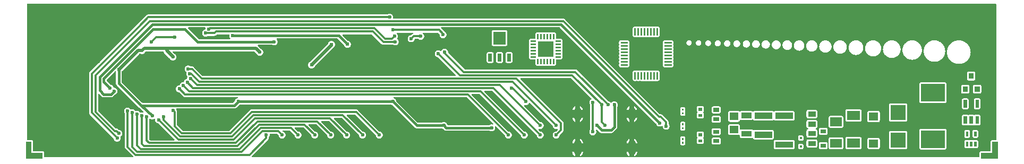
<source format=gbl>
G04 Layer: BottomLayer*
G04 EasyEDA v6.3.43, 2020-06-04T01:39:48+01:00*
G04 c5e8e4d559e34370b9c9d94393fceecd,c23c5ad5fcdd482d9714491510f6a4f3,10*
G04 Gerber Generator version 0.2*
G04 Scale: 100 percent, Rotated: No, Reflected: No *
G04 Dimensions in millimeters *
G04 leading zeros omitted , absolute positions ,3 integer and 3 decimal *
%FSLAX33Y33*%
%MOMM*%
G90*
G71D02*

%ADD11C,0.399999*%
%ADD12C,0.299999*%
%ADD13C,0.350012*%
%ADD14C,0.499999*%
%ADD18C,0.599999*%
%ADD19C,0.609600*%
%ADD46C,1.199998*%

%LPD*%
G36*
G01X28584Y20987D02*
G01X25985Y20987D01*
G01X25971Y20986D01*
G01X25956Y20983D01*
G01X25943Y20978D01*
G01X25930Y20971D01*
G01X25918Y20962D01*
G01X25908Y20952D01*
G01X25899Y20940D01*
G01X25893Y20928D01*
G01X25887Y20914D01*
G01X25884Y20900D01*
G01X25883Y20885D01*
G01X25885Y20869D01*
G01X25888Y20854D01*
G01X25894Y20839D01*
G01X25903Y20826D01*
G01X25913Y20814D01*
G01X27591Y19136D01*
G01X27603Y19125D01*
G01X27617Y19117D01*
G01X27631Y19111D01*
G01X27647Y19107D01*
G01X27663Y19106D01*
G01X32547Y19106D01*
G01X32561Y19107D01*
G01X32575Y19110D01*
G01X32589Y19115D01*
G01X32602Y19122D01*
G01X32613Y19131D01*
G01X32624Y19141D01*
G01X32632Y19153D01*
G01X32639Y19165D01*
G01X32644Y19179D01*
G01X32647Y19193D01*
G01X32648Y19208D01*
G01X32647Y19223D01*
G01X32644Y19238D01*
G01X32638Y19253D01*
G01X32630Y19266D01*
G01X32620Y19278D01*
G01X32596Y19305D01*
G01X32573Y19333D01*
G01X32553Y19362D01*
G01X32535Y19392D01*
G01X32518Y19424D01*
G01X32504Y19457D01*
G01X32491Y19490D01*
G01X32481Y19524D01*
G01X32473Y19559D01*
G01X32468Y19594D01*
G01X32464Y19630D01*
G01X32463Y19666D01*
G01X32465Y19709D01*
G01X32470Y19752D01*
G01X32471Y19767D01*
G01X32470Y19782D01*
G01X32467Y19796D01*
G01X32462Y19810D01*
G01X32455Y19822D01*
G01X32446Y19834D01*
G01X32436Y19844D01*
G01X32424Y19853D01*
G01X32412Y19860D01*
G01X32398Y19865D01*
G01X32384Y19868D01*
G01X32369Y19869D01*
G01X30573Y19869D01*
G01X30557Y19868D01*
G01X30542Y19864D01*
G01X30527Y19858D01*
G01X30514Y19850D01*
G01X30501Y19839D01*
G01X30404Y19741D01*
G01X30381Y19720D01*
G01X30357Y19701D01*
G01X30332Y19683D01*
G01X30305Y19668D01*
G01X30278Y19654D01*
G01X30249Y19642D01*
G01X30220Y19632D01*
G01X30190Y19625D01*
G01X30160Y19619D01*
G01X30129Y19616D01*
G01X30099Y19615D01*
G01X29087Y19615D01*
G01X29072Y19614D01*
G01X29056Y19610D01*
G01X29041Y19604D01*
G01X29028Y19596D01*
G01X28999Y19576D01*
G01X28969Y19558D01*
G01X28938Y19543D01*
G01X28906Y19529D01*
G01X28873Y19517D01*
G01X28840Y19507D01*
G01X28805Y19500D01*
G01X28771Y19494D01*
G01X28736Y19491D01*
G01X28702Y19490D01*
G01X28668Y19491D01*
G01X28634Y19494D01*
G01X28601Y19499D01*
G01X28568Y19506D01*
G01X28536Y19515D01*
G01X28504Y19526D01*
G01X28473Y19539D01*
G01X28443Y19554D01*
G01X28414Y19570D01*
G01X28385Y19588D01*
G01X28358Y19608D01*
G01X28332Y19630D01*
G01X28308Y19653D01*
G01X28285Y19677D01*
G01X28263Y19703D01*
G01X28243Y19730D01*
G01X28225Y19759D01*
G01X28209Y19788D01*
G01X28194Y19818D01*
G01X28181Y19849D01*
G01X28170Y19881D01*
G01X28161Y19913D01*
G01X28154Y19946D01*
G01X28149Y19979D01*
G01X28146Y20013D01*
G01X28145Y20047D01*
G01X28146Y20080D01*
G01X28149Y20114D01*
G01X28154Y20148D01*
G01X28161Y20181D01*
G01X28171Y20213D01*
G01X28182Y20245D01*
G01X28195Y20277D01*
G01X28210Y20307D01*
G01X28227Y20337D01*
G01X28245Y20365D01*
G01X28265Y20392D01*
G01X28287Y20418D01*
G01X28311Y20443D01*
G01X28336Y20466D01*
G01X28362Y20487D01*
G01X28389Y20507D01*
G01X28418Y20525D01*
G01X28448Y20542D01*
G01X28478Y20556D01*
G01X28510Y20569D01*
G01X28542Y20580D01*
G01X28575Y20588D01*
G01X28589Y20593D01*
G01X28602Y20599D01*
G01X28615Y20608D01*
G01X28626Y20618D01*
G01X28635Y20630D01*
G01X28643Y20643D01*
G01X28648Y20657D01*
G01X28652Y20671D01*
G01X28653Y20686D01*
G01X28654Y20720D01*
G01X28658Y20754D01*
G01X28663Y20788D01*
G01X28671Y20821D01*
G01X28680Y20854D01*
G01X28684Y20869D01*
G01X28685Y20885D01*
G01X28684Y20900D01*
G01X28681Y20914D01*
G01X28676Y20928D01*
G01X28669Y20940D01*
G01X28661Y20952D01*
G01X28650Y20962D01*
G01X28639Y20971D01*
G01X28626Y20978D01*
G01X28612Y20983D01*
G01X28598Y20986D01*
G01X28584Y20987D01*
G37*

%LPD*%
G36*
G01X70274Y9861D02*
G01X58720Y9861D01*
G01X58706Y9860D01*
G01X58691Y9857D01*
G01X58678Y9852D01*
G01X58665Y9845D01*
G01X58653Y9836D01*
G01X58643Y9826D01*
G01X58635Y9814D01*
G01X58628Y9802D01*
G01X58622Y9788D01*
G01X58619Y9774D01*
G01X58618Y9759D01*
G01X58619Y9745D01*
G01X58623Y9730D01*
G01X58628Y9717D01*
G01X58635Y9704D01*
G01X58644Y9692D01*
G01X58654Y9682D01*
G01X58666Y9673D01*
G01X58679Y9666D01*
G01X58693Y9661D01*
G01X58727Y9651D01*
G01X58760Y9639D01*
G01X58792Y9624D01*
G01X58823Y9607D01*
G01X58853Y9589D01*
G01X58882Y9569D01*
G01X58909Y9546D01*
G01X58935Y9523D01*
G01X58960Y9497D01*
G01X58983Y9470D01*
G01X59004Y9442D01*
G01X59023Y9412D01*
G01X59040Y9382D01*
G01X59055Y9350D01*
G01X59069Y9317D01*
G01X59080Y9284D01*
G01X59089Y9250D01*
G01X59095Y9232D01*
G01X59104Y9215D01*
G01X59116Y9201D01*
G01X62516Y5801D01*
G01X62528Y5790D01*
G01X62542Y5782D01*
G01X62556Y5776D01*
G01X62572Y5772D01*
G01X62588Y5771D01*
G01X66326Y5771D01*
G01X66345Y5773D01*
G01X66363Y5778D01*
G01X66380Y5786D01*
G01X66409Y5804D01*
G01X66440Y5819D01*
G01X66472Y5833D01*
G01X66505Y5844D01*
G01X66538Y5854D01*
G01X66571Y5861D01*
G01X66606Y5867D01*
G01X66640Y5870D01*
G01X66675Y5871D01*
G01X66709Y5870D01*
G01X66743Y5867D01*
G01X66777Y5861D01*
G01X66811Y5854D01*
G01X66844Y5845D01*
G01X66876Y5833D01*
G01X66908Y5820D01*
G01X66939Y5804D01*
G01X66968Y5787D01*
G01X66997Y5768D01*
G01X67024Y5747D01*
G01X67051Y5725D01*
G01X67075Y5701D01*
G01X67098Y5675D01*
G01X67120Y5648D01*
G01X67140Y5620D01*
G01X67158Y5591D01*
G01X67174Y5561D01*
G01X67188Y5529D01*
G01X67200Y5497D01*
G01X67210Y5464D01*
G01X67215Y5451D01*
G01X67222Y5438D01*
G01X67231Y5426D01*
G01X67241Y5415D01*
G01X67253Y5406D01*
G01X67266Y5399D01*
G01X67279Y5394D01*
G01X67294Y5391D01*
G01X67308Y5390D01*
G01X73946Y5390D01*
G01X73965Y5392D01*
G01X73983Y5397D01*
G01X74000Y5405D01*
G01X74029Y5423D01*
G01X74060Y5438D01*
G01X74092Y5452D01*
G01X74125Y5463D01*
G01X74158Y5473D01*
G01X74191Y5480D01*
G01X74226Y5486D01*
G01X74260Y5489D01*
G01X74295Y5490D01*
G01X74331Y5489D01*
G01X74367Y5485D01*
G01X74402Y5479D01*
G01X74438Y5471D01*
G01X74464Y5468D01*
G01X74478Y5469D01*
G01X74493Y5472D01*
G01X74506Y5477D01*
G01X74519Y5484D01*
G01X74530Y5493D01*
G01X74541Y5503D01*
G01X74549Y5515D01*
G01X74556Y5527D01*
G01X74561Y5541D01*
G01X74564Y5555D01*
G01X74566Y5569D01*
G01X74564Y5585D01*
G01X74561Y5601D01*
G01X74554Y5616D01*
G01X74546Y5629D01*
G01X74536Y5641D01*
G01X70346Y9831D01*
G01X70334Y9842D01*
G01X70320Y9850D01*
G01X70305Y9856D01*
G01X70290Y9860D01*
G01X70274Y9861D01*
G37*

%LPD*%
G36*
G01X19831Y6399D02*
G01X19816Y6400D01*
G01X19801Y6399D01*
G01X19786Y6396D01*
G01X19772Y6390D01*
G01X19759Y6383D01*
G01X19747Y6373D01*
G01X19737Y6362D01*
G01X19733Y6358D01*
G01X19723Y6343D01*
G01X19716Y6328D01*
G01X19712Y6311D01*
G01X19710Y6293D01*
G01X19710Y3112D01*
G01X19711Y3096D01*
G01X19715Y3081D01*
G01X19721Y3066D01*
G01X19729Y3052D01*
G01X19740Y3040D01*
G01X19823Y2957D01*
G01X19835Y2946D01*
G01X19849Y2938D01*
G01X19864Y2932D01*
G01X19879Y2928D01*
G01X19895Y2927D01*
G01X23665Y2927D01*
G01X23679Y2928D01*
G01X23693Y2931D01*
G01X23707Y2936D01*
G01X23720Y2943D01*
G01X23731Y2952D01*
G01X23742Y2962D01*
G01X23750Y2974D01*
G01X23757Y2986D01*
G01X23762Y3000D01*
G01X23765Y3014D01*
G01X23766Y3029D01*
G01X23765Y3045D01*
G01X23761Y3060D01*
G01X23755Y3075D01*
G01X23747Y3088D01*
G01X23737Y3100D01*
G01X21217Y5620D01*
G01X21203Y5632D01*
G01X21188Y5640D01*
G01X21172Y5646D01*
G01X21155Y5650D01*
G01X21121Y5654D01*
G01X21087Y5660D01*
G01X21054Y5669D01*
G01X21022Y5679D01*
G01X20990Y5692D01*
G01X20959Y5706D01*
G01X20929Y5722D01*
G01X20900Y5740D01*
G01X20872Y5760D01*
G01X20845Y5782D01*
G01X20820Y5805D01*
G01X20796Y5829D01*
G01X20774Y5855D01*
G01X20754Y5883D01*
G01X20735Y5911D01*
G01X20718Y5941D01*
G01X20703Y5972D01*
G01X20689Y6003D01*
G01X20678Y6035D01*
G01X20669Y6068D01*
G01X20661Y6102D01*
G01X20656Y6135D01*
G01X20653Y6169D01*
G01X20652Y6204D01*
G01X20653Y6240D01*
G01X20657Y6277D01*
G01X20658Y6290D01*
G01X20657Y6304D01*
G01X20654Y6319D01*
G01X20642Y6345D01*
G01X20633Y6356D01*
G01X20623Y6367D01*
G01X20611Y6375D01*
G01X20598Y6382D01*
G01X20585Y6387D01*
G01X20571Y6390D01*
G01X20556Y6391D01*
G01X20541Y6390D01*
G01X20527Y6387D01*
G01X20513Y6382D01*
G01X20500Y6375D01*
G01X20469Y6356D01*
G01X20437Y6339D01*
G01X20404Y6324D01*
G01X20370Y6311D01*
G01X20336Y6301D01*
G01X20300Y6293D01*
G01X20265Y6287D01*
G01X20229Y6283D01*
G01X20193Y6282D01*
G01X20159Y6283D01*
G01X20125Y6286D01*
G01X20091Y6291D01*
G01X20058Y6298D01*
G01X20026Y6308D01*
G01X19994Y6319D01*
G01X19962Y6332D01*
G01X19932Y6347D01*
G01X19903Y6363D01*
G01X19874Y6382D01*
G01X19861Y6390D01*
G01X19847Y6396D01*
G01X19831Y6399D01*
G37*

%LPD*%
G36*
G01X154641Y24743D02*
G01X358Y24743D01*
G01X343Y24742D01*
G01X329Y24739D01*
G01X315Y24734D01*
G01X303Y24727D01*
G01X291Y24718D01*
G01X281Y24708D01*
G01X272Y24696D01*
G01X265Y24684D01*
G01X260Y24670D01*
G01X257Y24656D01*
G01X256Y24641D01*
G01X256Y3069D01*
G01X257Y3055D01*
G01X260Y3041D01*
G01X265Y3027D01*
G01X272Y3014D01*
G01X281Y3003D01*
G01X291Y2992D01*
G01X303Y2984D01*
G01X315Y2977D01*
G01X329Y2972D01*
G01X343Y2969D01*
G01X358Y2968D01*
G01X952Y2968D01*
G01X976Y2966D01*
G01X999Y2963D01*
G01X1022Y2958D01*
G01X1045Y2950D01*
G01X1066Y2941D01*
G01X1087Y2929D01*
G01X1107Y2916D01*
G01X1125Y2901D01*
G01X1142Y2884D01*
G01X1157Y2866D01*
G01X1170Y2846D01*
G01X1182Y2825D01*
G01X1191Y2804D01*
G01X1199Y2781D01*
G01X1204Y2758D01*
G01X1207Y2735D01*
G01X1209Y2711D01*
G01X1209Y1291D01*
G01X1210Y1277D01*
G01X1213Y1263D01*
G01X1218Y1249D01*
G01X1225Y1236D01*
G01X1233Y1225D01*
G01X1244Y1214D01*
G01X1255Y1206D01*
G01X1268Y1199D01*
G01X1282Y1194D01*
G01X1296Y1191D01*
G01X1310Y1190D01*
G01X2730Y1190D01*
G01X2754Y1188D01*
G01X2777Y1185D01*
G01X2800Y1180D01*
G01X2823Y1172D01*
G01X2844Y1163D01*
G01X2865Y1151D01*
G01X2885Y1138D01*
G01X2903Y1123D01*
G01X2920Y1106D01*
G01X2935Y1088D01*
G01X2948Y1068D01*
G01X2960Y1047D01*
G01X2969Y1026D01*
G01X2977Y1003D01*
G01X2982Y980D01*
G01X2985Y957D01*
G01X2987Y933D01*
G01X2987Y358D01*
G01X2988Y343D01*
G01X2991Y329D01*
G01X2996Y315D01*
G01X3003Y303D01*
G01X3011Y291D01*
G01X3022Y281D01*
G01X3033Y272D01*
G01X3046Y265D01*
G01X3060Y260D01*
G01X3074Y257D01*
G01X3088Y256D01*
G01X17065Y256D01*
G01X17079Y257D01*
G01X17093Y260D01*
G01X17107Y265D01*
G01X17120Y272D01*
G01X17131Y281D01*
G01X17142Y291D01*
G01X17150Y303D01*
G01X17157Y315D01*
G01X17162Y329D01*
G01X17165Y343D01*
G01X17166Y358D01*
G01X17165Y374D01*
G01X17161Y389D01*
G01X17155Y404D01*
G01X17147Y417D01*
G01X17137Y429D01*
G01X15968Y1598D01*
G01X15948Y1619D01*
G01X15930Y1642D01*
G01X15913Y1666D01*
G01X15899Y1691D01*
G01X15886Y1717D01*
G01X15875Y1743D01*
G01X15865Y1771D01*
G01X15858Y1799D01*
G01X15853Y1828D01*
G01X15850Y1856D01*
G01X15849Y1886D01*
G01X15849Y7182D01*
G01X15847Y7200D01*
G01X15843Y7217D01*
G01X15836Y7232D01*
G01X15826Y7247D01*
G01X15805Y7274D01*
G01X15785Y7303D01*
G01X15767Y7333D01*
G01X15752Y7364D01*
G01X15738Y7396D01*
G01X15726Y7429D01*
G01X15716Y7463D01*
G01X15709Y7497D01*
G01X15703Y7531D01*
G01X15700Y7566D01*
G01X15699Y7601D01*
G01X15700Y7634D01*
G01X15703Y7668D01*
G01X15708Y7701D01*
G01X15715Y7734D01*
G01X15724Y7766D01*
G01X15735Y7798D01*
G01X15748Y7829D01*
G01X15763Y7859D01*
G01X15779Y7888D01*
G01X15797Y7917D01*
G01X15817Y7944D01*
G01X15839Y7970D01*
G01X15862Y7994D01*
G01X15886Y8017D01*
G01X15912Y8039D01*
G01X15939Y8059D01*
G01X15968Y8077D01*
G01X15997Y8093D01*
G01X16027Y8108D01*
G01X16058Y8121D01*
G01X16090Y8132D01*
G01X16122Y8141D01*
G01X16155Y8148D01*
G01X16188Y8153D01*
G01X16222Y8156D01*
G01X16256Y8157D01*
G01X16290Y8156D01*
G01X16323Y8153D01*
G01X16357Y8148D01*
G01X16390Y8140D01*
G01X16423Y8131D01*
G01X16455Y8120D01*
G01X16486Y8107D01*
G01X16517Y8092D01*
G01X16546Y8075D01*
G01X16575Y8056D01*
G01X16602Y8036D01*
G01X16628Y8014D01*
G01X16653Y7990D01*
G01X16676Y7965D01*
G01X16697Y7939D01*
G01X16717Y7911D01*
G01X16727Y7898D01*
G01X16740Y7887D01*
G01X16754Y7878D01*
G01X16769Y7872D01*
G01X16785Y7868D01*
G01X16801Y7867D01*
G01X16818Y7868D01*
G01X16835Y7872D01*
G01X16870Y7883D01*
G01X16907Y7892D01*
G01X16943Y7898D01*
G01X16980Y7902D01*
G01X17018Y7903D01*
G01X17052Y7902D01*
G01X17085Y7899D01*
G01X17119Y7894D01*
G01X17152Y7886D01*
G01X17185Y7877D01*
G01X17217Y7866D01*
G01X17248Y7853D01*
G01X17279Y7838D01*
G01X17308Y7821D01*
G01X17337Y7802D01*
G01X17364Y7782D01*
G01X17390Y7760D01*
G01X17415Y7736D01*
G01X17438Y7711D01*
G01X17459Y7685D01*
G01X17479Y7657D01*
G01X17489Y7644D01*
G01X17502Y7633D01*
G01X17516Y7624D01*
G01X17531Y7618D01*
G01X17547Y7614D01*
G01X17563Y7613D01*
G01X17580Y7614D01*
G01X17597Y7618D01*
G01X17632Y7629D01*
G01X17669Y7638D01*
G01X17705Y7644D01*
G01X17742Y7648D01*
G01X17780Y7649D01*
G01X17814Y7648D01*
G01X17847Y7645D01*
G01X17881Y7640D01*
G01X17914Y7632D01*
G01X17947Y7623D01*
G01X17979Y7612D01*
G01X18010Y7599D01*
G01X18041Y7584D01*
G01X18070Y7567D01*
G01X18099Y7548D01*
G01X18126Y7528D01*
G01X18152Y7506D01*
G01X18177Y7482D01*
G01X18200Y7457D01*
G01X18221Y7431D01*
G01X18241Y7403D01*
G01X18251Y7390D01*
G01X18264Y7379D01*
G01X18278Y7370D01*
G01X18293Y7364D01*
G01X18309Y7360D01*
G01X18325Y7359D01*
G01X18342Y7360D01*
G01X18359Y7364D01*
G01X18394Y7375D01*
G01X18431Y7384D01*
G01X18467Y7390D01*
G01X18504Y7394D01*
G01X18542Y7395D01*
G01X18581Y7394D01*
G01X18619Y7390D01*
G01X18658Y7383D01*
G01X18679Y7380D01*
G01X18694Y7382D01*
G01X18708Y7385D01*
G01X18721Y7390D01*
G01X18734Y7397D01*
G01X18746Y7405D01*
G01X18756Y7416D01*
G01X18765Y7427D01*
G01X18772Y7440D01*
G01X18777Y7453D01*
G01X18780Y7468D01*
G01X18781Y7482D01*
G01X18779Y7499D01*
G01X18775Y7515D01*
G01X18769Y7530D01*
G01X18760Y7544D01*
G01X18748Y7557D01*
G01X18104Y8155D01*
G01X14536Y11723D01*
G01X14513Y11747D01*
G01X14493Y11772D01*
G01X14474Y11799D01*
G01X14458Y11827D01*
G01X14443Y11856D01*
G01X14431Y11886D01*
G01X14420Y11917D01*
G01X14412Y11948D01*
G01X14407Y11981D01*
G01X14403Y12013D01*
G01X14402Y12046D01*
G01X14402Y13856D01*
G01X14400Y13875D01*
G01X14395Y13893D01*
G01X14387Y13910D01*
G01X14381Y13919D01*
G01X14372Y13931D01*
G01X14362Y13942D01*
G01X14350Y13951D01*
G01X14337Y13958D01*
G01X14323Y13964D01*
G01X14309Y13967D01*
G01X14294Y13968D01*
G01X14278Y13967D01*
G01X14262Y13963D01*
G01X14248Y13957D01*
G01X14234Y13949D01*
G01X14222Y13938D01*
G01X12932Y12648D01*
G01X12921Y12636D01*
G01X12913Y12622D01*
G01X12907Y12608D01*
G01X12903Y12592D01*
G01X12902Y12576D01*
G01X12902Y12531D01*
G01X12903Y12515D01*
G01X12907Y12499D01*
G01X12913Y12485D01*
G01X12921Y12471D01*
G01X12932Y12459D01*
G01X13538Y11853D01*
G01X13552Y11841D01*
G01X13569Y11832D01*
G01X13587Y11826D01*
G01X13620Y11817D01*
G01X13653Y11806D01*
G01X13685Y11793D01*
G01X13716Y11779D01*
G01X13746Y11762D01*
G01X13775Y11743D01*
G01X13803Y11723D01*
G01X13829Y11701D01*
G01X13854Y11678D01*
G01X13878Y11653D01*
G01X13900Y11626D01*
G01X13920Y11598D01*
G01X13939Y11569D01*
G01X13956Y11539D01*
G01X13971Y11508D01*
G01X13984Y11476D01*
G01X13994Y11444D01*
G01X14003Y11410D01*
G01X14008Y11396D01*
G01X14014Y11383D01*
G01X14023Y11370D01*
G01X14033Y11359D01*
G01X14045Y11350D01*
G01X14058Y11342D01*
G01X14072Y11337D01*
G01X14086Y11333D01*
G01X14101Y11332D01*
G01X14136Y11331D01*
G01X14171Y11327D01*
G01X14205Y11321D01*
G01X14239Y11314D01*
G01X14272Y11304D01*
G01X14305Y11292D01*
G01X14337Y11278D01*
G01X14368Y11262D01*
G01X14397Y11244D01*
G01X14426Y11224D01*
G01X14453Y11203D01*
G01X14479Y11179D01*
G01X14504Y11155D01*
G01X14527Y11129D01*
G01X14548Y11101D01*
G01X14567Y11072D01*
G01X14585Y11042D01*
G01X14601Y11011D01*
G01X14614Y10979D01*
G01X14626Y10947D01*
G01X14636Y10913D01*
G01X14643Y10879D01*
G01X14649Y10845D01*
G01X14652Y10810D01*
G01X14653Y10776D01*
G01X14652Y10742D01*
G01X14649Y10708D01*
G01X14644Y10674D01*
G01X14637Y10641D01*
G01X14627Y10608D01*
G01X14616Y10576D01*
G01X14603Y10545D01*
G01X14588Y10514D01*
G01X14571Y10485D01*
G01X14552Y10456D01*
G01X14532Y10429D01*
G01X14510Y10403D01*
G01X14487Y10379D01*
G01X14462Y10355D01*
G01X14435Y10334D01*
G01X14408Y10314D01*
G01X14379Y10296D01*
G01X14349Y10280D01*
G01X14318Y10265D01*
G01X14287Y10253D01*
G01X14255Y10242D01*
G01X14222Y10233D01*
G01X14204Y10227D01*
G01X14187Y10218D01*
G01X14173Y10206D01*
G01X13911Y9945D01*
G01X13887Y9922D01*
G01X13862Y9902D01*
G01X13835Y9883D01*
G01X13807Y9867D01*
G01X13778Y9852D01*
G01X13748Y9840D01*
G01X13717Y9829D01*
G01X13686Y9821D01*
G01X13653Y9816D01*
G01X13621Y9812D01*
G01X13589Y9811D01*
G01X12446Y9811D01*
G01X12413Y9812D01*
G01X12381Y9816D01*
G01X12348Y9821D01*
G01X12317Y9829D01*
G01X12286Y9840D01*
G01X12256Y9852D01*
G01X12227Y9867D01*
G01X12199Y9883D01*
G01X12172Y9902D01*
G01X12147Y9922D01*
G01X12123Y9945D01*
G01X11755Y10312D01*
G01X11743Y10322D01*
G01X11730Y10331D01*
G01X11715Y10337D01*
G01X11700Y10340D01*
G01X11684Y10342D01*
G01X11669Y10341D01*
G01X11655Y10338D01*
G01X11641Y10332D01*
G01X11629Y10326D01*
G01X11617Y10317D01*
G01X11607Y10307D01*
G01X11598Y10295D01*
G01X11591Y10282D01*
G01X11586Y10269D01*
G01X11583Y10254D01*
G01X11582Y10240D01*
G01X11582Y7704D01*
G01X11583Y7688D01*
G01X11587Y7673D01*
G01X11593Y7658D01*
G01X11601Y7645D01*
G01X11612Y7632D01*
G01X14382Y4862D01*
G01X14395Y4851D01*
G01X14408Y4843D01*
G01X14423Y4837D01*
G01X14438Y4833D01*
G01X14454Y4832D01*
G01X14478Y4832D01*
G01X14507Y4831D01*
G01X14535Y4828D01*
G01X14564Y4823D01*
G01X14592Y4816D01*
G01X14620Y4806D01*
G01X14646Y4795D01*
G01X14672Y4782D01*
G01X14697Y4768D01*
G01X14721Y4751D01*
G01X14744Y4733D01*
G01X14765Y4713D01*
G01X14850Y4628D01*
G01X14864Y4616D01*
G01X14879Y4608D01*
G01X14895Y4602D01*
G01X14912Y4598D01*
G01X14946Y4594D01*
G01X14980Y4588D01*
G01X15013Y4579D01*
G01X15045Y4569D01*
G01X15077Y4556D01*
G01X15108Y4542D01*
G01X15138Y4526D01*
G01X15167Y4508D01*
G01X15195Y4488D01*
G01X15222Y4466D01*
G01X15247Y4443D01*
G01X15271Y4419D01*
G01X15293Y4393D01*
G01X15313Y4365D01*
G01X15332Y4337D01*
G01X15349Y4307D01*
G01X15364Y4276D01*
G01X15378Y4245D01*
G01X15389Y4213D01*
G01X15398Y4180D01*
G01X15406Y4146D01*
G01X15411Y4113D01*
G01X15414Y4079D01*
G01X15415Y4045D01*
G01X15414Y4010D01*
G01X15411Y3977D01*
G01X15406Y3943D01*
G01X15398Y3910D01*
G01X15389Y3877D01*
G01X15378Y3845D01*
G01X15365Y3814D01*
G01X15350Y3783D01*
G01X15333Y3754D01*
G01X15314Y3725D01*
G01X15294Y3698D01*
G01X15272Y3672D01*
G01X15248Y3647D01*
G01X15223Y3624D01*
G01X15197Y3603D01*
G01X15169Y3583D01*
G01X15156Y3573D01*
G01X15145Y3560D01*
G01X15136Y3546D01*
G01X15130Y3531D01*
G01X15126Y3515D01*
G01X15125Y3499D01*
G01X15126Y3482D01*
G01X15130Y3465D01*
G01X15141Y3430D01*
G01X15150Y3393D01*
G01X15156Y3357D01*
G01X15160Y3320D01*
G01X15161Y3283D01*
G01X15160Y3249D01*
G01X15157Y3215D01*
G01X15152Y3182D01*
G01X15145Y3149D01*
G01X15136Y3117D01*
G01X15125Y3085D01*
G01X15112Y3054D01*
G01X15097Y3024D01*
G01X15081Y2995D01*
G01X15063Y2966D01*
G01X15043Y2939D01*
G01X15021Y2913D01*
G01X14998Y2889D01*
G01X14974Y2866D01*
G01X14948Y2844D01*
G01X14921Y2824D01*
G01X14892Y2806D01*
G01X14863Y2790D01*
G01X14833Y2775D01*
G01X14802Y2762D01*
G01X14770Y2751D01*
G01X14738Y2742D01*
G01X14705Y2735D01*
G01X14672Y2730D01*
G01X14638Y2727D01*
G01X14605Y2726D01*
G01X14570Y2727D01*
G01X14536Y2730D01*
G01X14503Y2735D01*
G01X14469Y2743D01*
G01X14436Y2752D01*
G01X14404Y2763D01*
G01X14373Y2777D01*
G01X14342Y2792D01*
G01X14312Y2809D01*
G01X14284Y2828D01*
G01X14257Y2848D01*
G01X14231Y2870D01*
G01X14206Y2894D01*
G01X14183Y2919D01*
G01X14161Y2946D01*
G01X14142Y2974D01*
G01X14124Y3002D01*
G01X14107Y3033D01*
G01X14093Y3064D01*
G01X14080Y3095D01*
G01X14070Y3128D01*
G01X14061Y3161D01*
G01X14055Y3194D01*
G01X14051Y3210D01*
G01X14045Y3225D01*
G01X14037Y3238D01*
G01X14026Y3250D01*
G01X10235Y7041D01*
G01X10214Y7064D01*
G01X10195Y7088D01*
G01X10177Y7113D01*
G01X10162Y7140D01*
G01X10148Y7167D01*
G01X10136Y7196D01*
G01X10126Y7225D01*
G01X10119Y7255D01*
G01X10113Y7285D01*
G01X10110Y7316D01*
G01X10109Y7347D01*
G01X10109Y13570D01*
G01X10110Y13600D01*
G01X10113Y13631D01*
G01X10119Y13661D01*
G01X10126Y13691D01*
G01X10136Y13720D01*
G01X10148Y13749D01*
G01X10162Y13776D01*
G01X10177Y13803D01*
G01X10195Y13828D01*
G01X10214Y13852D01*
G01X10235Y13875D01*
G01X17792Y21431D01*
G01X19252Y22892D01*
G01X19275Y22913D01*
G01X19299Y22932D01*
G01X19324Y22950D01*
G01X19351Y22965D01*
G01X19378Y22979D01*
G01X19407Y22991D01*
G01X19436Y23001D01*
G01X19466Y23008D01*
G01X19496Y23014D01*
G01X19527Y23017D01*
G01X19558Y23018D01*
G01X57653Y23018D01*
G01X57668Y23019D01*
G01X57684Y23023D01*
G01X57699Y23029D01*
G01X57712Y23037D01*
G01X57741Y23057D01*
G01X57771Y23075D01*
G01X57802Y23090D01*
G01X57834Y23104D01*
G01X57867Y23116D01*
G01X57900Y23126D01*
G01X57935Y23133D01*
G01X57969Y23139D01*
G01X58004Y23142D01*
G01X58039Y23143D01*
G01X58072Y23142D01*
G01X58106Y23139D01*
G01X58139Y23134D01*
G01X58172Y23127D01*
G01X58204Y23118D01*
G01X58236Y23107D01*
G01X58267Y23094D01*
G01X58297Y23079D01*
G01X58326Y23063D01*
G01X58355Y23045D01*
G01X58382Y23025D01*
G01X58408Y23003D01*
G01X58432Y22980D01*
G01X58455Y22956D01*
G01X58477Y22930D01*
G01X58497Y22903D01*
G01X58515Y22874D01*
G01X58531Y22845D01*
G01X58546Y22815D01*
G01X58559Y22784D01*
G01X58570Y22752D01*
G01X58579Y22720D01*
G01X58586Y22687D01*
G01X58591Y22654D01*
G01X58594Y22620D01*
G01X58595Y22587D01*
G01X58594Y22551D01*
G01X58590Y22515D01*
G01X58585Y22479D01*
G01X58583Y22460D01*
G01X58584Y22445D01*
G01X58587Y22431D01*
G01X58592Y22417D01*
G01X58599Y22405D01*
G01X58608Y22393D01*
G01X58618Y22383D01*
G01X58629Y22374D01*
G01X58642Y22367D01*
G01X58656Y22362D01*
G01X58670Y22359D01*
G01X58684Y22358D01*
G01X85725Y22358D01*
G01X85754Y22357D01*
G01X85782Y22354D01*
G01X85811Y22349D01*
G01X85839Y22342D01*
G01X85867Y22332D01*
G01X85893Y22321D01*
G01X85919Y22308D01*
G01X85944Y22294D01*
G01X85968Y22277D01*
G01X85991Y22259D01*
G01X86012Y22239D01*
G01X101103Y7148D01*
G01X101115Y7137D01*
G01X101129Y7129D01*
G01X101144Y7123D01*
G01X101159Y7119D01*
G01X101175Y7118D01*
G01X101219Y7118D01*
G01X101248Y7117D01*
G01X101276Y7114D01*
G01X101305Y7109D01*
G01X101333Y7102D01*
G01X101361Y7092D01*
G01X101387Y7081D01*
G01X101413Y7068D01*
G01X101438Y7054D01*
G01X101462Y7037D01*
G01X101485Y7019D01*
G01X101506Y6999D01*
G01X102395Y6110D01*
G01X102415Y6089D01*
G01X102433Y6066D01*
G01X102450Y6042D01*
G01X102464Y6017D01*
G01X102477Y5991D01*
G01X102488Y5965D01*
G01X102498Y5937D01*
G01X102505Y5909D01*
G01X102510Y5880D01*
G01X102513Y5852D01*
G01X102514Y5823D01*
G01X102514Y5606D01*
G01X102516Y5588D01*
G01X102520Y5571D01*
G01X102527Y5556D01*
G01X102537Y5541D01*
G01X102558Y5514D01*
G01X102578Y5485D01*
G01X102596Y5455D01*
G01X102611Y5424D01*
G01X102625Y5392D01*
G01X102637Y5359D01*
G01X102647Y5325D01*
G01X102654Y5291D01*
G01X102660Y5257D01*
G01X102663Y5222D01*
G01X102664Y5188D01*
G01X102663Y5154D01*
G01X102660Y5120D01*
G01X102655Y5087D01*
G01X102648Y5054D01*
G01X102639Y5022D01*
G01X102628Y4990D01*
G01X102615Y4959D01*
G01X102600Y4929D01*
G01X102584Y4900D01*
G01X102566Y4871D01*
G01X102546Y4844D01*
G01X102524Y4818D01*
G01X102501Y4794D01*
G01X102477Y4771D01*
G01X102451Y4749D01*
G01X102424Y4729D01*
G01X102395Y4711D01*
G01X102366Y4695D01*
G01X102336Y4680D01*
G01X102305Y4667D01*
G01X102273Y4656D01*
G01X102241Y4647D01*
G01X102208Y4640D01*
G01X102175Y4635D01*
G01X102141Y4632D01*
G01X102108Y4631D01*
G01X102073Y4632D01*
G01X102038Y4635D01*
G01X102003Y4641D01*
G01X101969Y4648D01*
G01X101936Y4658D01*
G01X101903Y4670D01*
G01X101871Y4684D01*
G01X101840Y4700D01*
G01X101810Y4717D01*
G01X101781Y4737D01*
G01X101753Y4758D01*
G01X101727Y4781D01*
G01X101702Y4806D01*
G01X101679Y4832D01*
G01X101658Y4859D01*
G01X101638Y4888D01*
G01X101620Y4918D01*
G01X101605Y4949D01*
G01X101591Y4981D01*
G01X101579Y5014D01*
G01X101569Y5048D01*
G01X101561Y5082D01*
G01X101556Y5116D01*
G01X101552Y5151D01*
G01X101550Y5166D01*
G01X101546Y5181D01*
G01X101539Y5194D01*
G01X101531Y5207D01*
G01X101520Y5218D01*
G01X101508Y5228D01*
G01X101495Y5236D01*
G01X101481Y5241D01*
G01X101466Y5245D01*
G01X101451Y5246D01*
G01X101436Y5245D01*
G01X101422Y5241D01*
G01X101408Y5236D01*
G01X101395Y5229D01*
G01X101365Y5211D01*
G01X101333Y5194D01*
G01X101301Y5180D01*
G01X101267Y5167D01*
G01X101233Y5157D01*
G01X101198Y5149D01*
G01X101163Y5144D01*
G01X101127Y5140D01*
G01X101092Y5139D01*
G01X101058Y5140D01*
G01X101024Y5143D01*
G01X100990Y5148D01*
G01X100957Y5155D01*
G01X100924Y5165D01*
G01X100892Y5176D01*
G01X100861Y5189D01*
G01X100830Y5204D01*
G01X100801Y5221D01*
G01X100772Y5240D01*
G01X100745Y5260D01*
G01X100719Y5282D01*
G01X100695Y5305D01*
G01X100671Y5330D01*
G01X100650Y5357D01*
G01X100630Y5384D01*
G01X100612Y5413D01*
G01X100596Y5443D01*
G01X100581Y5474D01*
G01X100569Y5505D01*
G01X100558Y5537D01*
G01X100549Y5570D01*
G01X100543Y5588D01*
G01X100534Y5605D01*
G01X100522Y5619D01*
G01X85184Y20957D01*
G01X85172Y20968D01*
G01X85158Y20976D01*
G01X85144Y20982D01*
G01X85128Y20986D01*
G01X85112Y20987D01*
G01X66336Y20987D01*
G01X66321Y20986D01*
G01X66307Y20983D01*
G01X66293Y20978D01*
G01X66281Y20971D01*
G01X66269Y20962D01*
G01X66259Y20952D01*
G01X66250Y20940D01*
G01X66243Y20928D01*
G01X66238Y20914D01*
G01X66235Y20900D01*
G01X66234Y20885D01*
G01X66235Y20869D01*
G01X66239Y20854D01*
G01X66245Y20839D01*
G01X66253Y20826D01*
G01X66264Y20814D01*
G01X66766Y20311D01*
G01X66779Y20301D01*
G01X66793Y20292D01*
G01X66823Y20276D01*
G01X66853Y20258D01*
G01X66881Y20238D01*
G01X66908Y20217D01*
G01X66958Y20169D01*
G01X66980Y20143D01*
G01X67001Y20115D01*
G01X67020Y20087D01*
G01X67037Y20057D01*
G01X67053Y20026D01*
G01X67066Y19994D01*
G01X67078Y19962D01*
G01X67087Y19929D01*
G01X67094Y19895D01*
G01X67100Y19861D01*
G01X67103Y19827D01*
G01X67104Y19793D01*
G01X67103Y19759D01*
G01X67100Y19725D01*
G01X67095Y19692D01*
G01X67088Y19659D01*
G01X67079Y19627D01*
G01X67068Y19595D01*
G01X67055Y19564D01*
G01X67040Y19534D01*
G01X67024Y19505D01*
G01X67006Y19476D01*
G01X66986Y19449D01*
G01X66964Y19423D01*
G01X66941Y19399D01*
G01X66917Y19376D01*
G01X66891Y19354D01*
G01X66864Y19334D01*
G01X66835Y19316D01*
G01X66806Y19300D01*
G01X66776Y19285D01*
G01X66745Y19272D01*
G01X66713Y19261D01*
G01X66681Y19252D01*
G01X66648Y19245D01*
G01X66615Y19240D01*
G01X66581Y19237D01*
G01X66548Y19236D01*
G01X66514Y19237D01*
G01X66480Y19240D01*
G01X66447Y19245D01*
G01X66414Y19252D01*
G01X66382Y19261D01*
G01X66350Y19272D01*
G01X66319Y19285D01*
G01X66289Y19300D01*
G01X66260Y19316D01*
G01X66231Y19334D01*
G01X66204Y19354D01*
G01X66178Y19376D01*
G01X66154Y19399D01*
G01X66131Y19423D01*
G01X66109Y19449D01*
G01X66089Y19476D01*
G01X66071Y19505D01*
G01X66055Y19534D01*
G01X66040Y19564D01*
G01X66027Y19595D01*
G01X66016Y19627D01*
G01X66007Y19659D01*
G01X66000Y19692D01*
G01X65995Y19725D01*
G01X65992Y19759D01*
G01X65991Y19793D01*
G01X65992Y19818D01*
G01X65992Y19823D01*
G01X65990Y19839D01*
G01X65987Y19854D01*
G01X65981Y19869D01*
G01X65972Y19883D01*
G01X65962Y19895D01*
G01X65764Y20093D01*
G01X65751Y20104D01*
G01X65738Y20112D01*
G01X65723Y20118D01*
G01X65708Y20122D01*
G01X65692Y20123D01*
G01X63439Y20123D01*
G01X63424Y20122D01*
G01X63410Y20119D01*
G01X63397Y20114D01*
G01X63384Y20107D01*
G01X63372Y20098D01*
G01X63362Y20088D01*
G01X63353Y20076D01*
G01X63346Y20064D01*
G01X63341Y20050D01*
G01X63338Y20036D01*
G01X63337Y20021D01*
G01X63338Y20005D01*
G01X63343Y19988D01*
G01X63349Y19973D01*
G01X63358Y19959D01*
G01X63395Y19922D01*
G01X63418Y19896D01*
G01X63440Y19868D01*
G01X63460Y19839D01*
G01X63478Y19809D01*
G01X63494Y19777D01*
G01X63508Y19745D01*
G01X63520Y19712D01*
G01X63530Y19678D01*
G01X63538Y19644D01*
G01X63544Y19609D01*
G01X63547Y19574D01*
G01X63548Y19539D01*
G01X63547Y19505D01*
G01X63544Y19471D01*
G01X63539Y19438D01*
G01X63532Y19405D01*
G01X63523Y19373D01*
G01X63512Y19341D01*
G01X63499Y19310D01*
G01X63484Y19280D01*
G01X63468Y19251D01*
G01X63450Y19222D01*
G01X63430Y19195D01*
G01X63408Y19169D01*
G01X63385Y19145D01*
G01X63361Y19122D01*
G01X63335Y19100D01*
G01X63308Y19080D01*
G01X63279Y19062D01*
G01X63250Y19046D01*
G01X63220Y19031D01*
G01X63189Y19018D01*
G01X63157Y19007D01*
G01X63125Y18998D01*
G01X63092Y18991D01*
G01X63059Y18986D01*
G01X63025Y18983D01*
G01X62992Y18982D01*
G01X62957Y18983D01*
G01X62922Y18986D01*
G01X62888Y18992D01*
G01X62854Y18999D01*
G01X62820Y19009D01*
G01X62787Y19021D01*
G01X62755Y19035D01*
G01X62724Y19050D01*
G01X62694Y19068D01*
G01X62665Y19088D01*
G01X62638Y19109D01*
G01X62623Y19119D01*
G01X62608Y19126D01*
G01X62591Y19130D01*
G01X62573Y19132D01*
G01X62113Y19132D01*
G01X62098Y19131D01*
G01X62083Y19127D01*
G01X62068Y19121D01*
G01X62055Y19114D01*
G01X62043Y19104D01*
G01X62033Y19092D01*
G01X62024Y19079D01*
G01X62018Y19065D01*
G01X62014Y19050D01*
G01X62006Y19016D01*
G01X61996Y18983D01*
G01X61984Y18950D01*
G01X61970Y18918D01*
G01X61954Y18887D01*
G01X61936Y18857D01*
G01X61916Y18829D01*
G01X61895Y18801D01*
G01X61872Y18775D01*
G01X61847Y18751D01*
G01X61821Y18728D01*
G01X61793Y18706D01*
G01X61765Y18687D01*
G01X61735Y18669D01*
G01X61704Y18653D01*
G01X61672Y18640D01*
G01X61639Y18628D01*
G01X61605Y18618D01*
G01X61571Y18611D01*
G01X61537Y18605D01*
G01X61502Y18602D01*
G01X61468Y18601D01*
G01X61434Y18602D01*
G01X61400Y18605D01*
G01X61367Y18610D01*
G01X61334Y18617D01*
G01X61302Y18626D01*
G01X61270Y18637D01*
G01X61239Y18650D01*
G01X61209Y18665D01*
G01X61180Y18681D01*
G01X61151Y18699D01*
G01X61124Y18719D01*
G01X61098Y18741D01*
G01X61074Y18764D01*
G01X61051Y18788D01*
G01X61029Y18814D01*
G01X61009Y18841D01*
G01X60991Y18870D01*
G01X60975Y18899D01*
G01X60960Y18929D01*
G01X60947Y18960D01*
G01X60936Y18992D01*
G01X60927Y19024D01*
G01X60920Y19057D01*
G01X60915Y19090D01*
G01X60912Y19124D01*
G01X60911Y19158D01*
G01X60912Y19192D01*
G01X60915Y19226D01*
G01X60920Y19259D01*
G01X60928Y19293D01*
G01X60937Y19326D01*
G01X60948Y19358D01*
G01X60962Y19389D01*
G01X60977Y19420D01*
G01X60994Y19450D01*
G01X61013Y19478D01*
G01X61033Y19506D01*
G01X61055Y19532D01*
G01X61079Y19556D01*
G01X61104Y19579D01*
G01X61131Y19601D01*
G01X61159Y19621D01*
G01X61188Y19639D01*
G01X61218Y19655D01*
G01X61249Y19669D01*
G01X61281Y19682D01*
G01X61313Y19692D01*
G01X61346Y19701D01*
G01X61380Y19707D01*
G01X61414Y19711D01*
G01X61431Y19715D01*
G01X61447Y19721D01*
G01X61462Y19729D01*
G01X61476Y19741D01*
G01X61561Y19826D01*
G01X61584Y19848D01*
G01X61609Y19867D01*
G01X61636Y19885D01*
G01X61663Y19900D01*
G01X61692Y19914D01*
G01X61722Y19925D01*
G01X61737Y19931D01*
G01X61750Y19939D01*
G01X61762Y19950D01*
G01X61772Y19962D01*
G01X61781Y19975D01*
G01X61787Y19990D01*
G01X61791Y20006D01*
G01X61792Y20021D01*
G01X61791Y20036D01*
G01X61788Y20050D01*
G01X61783Y20064D01*
G01X61776Y20076D01*
G01X61767Y20088D01*
G01X61757Y20098D01*
G01X61745Y20107D01*
G01X61732Y20114D01*
G01X61719Y20119D01*
G01X61705Y20122D01*
G01X61690Y20123D01*
G01X59248Y20123D01*
G01X59233Y20122D01*
G01X59219Y20119D01*
G01X59206Y20114D01*
G01X59193Y20107D01*
G01X59181Y20098D01*
G01X59171Y20088D01*
G01X59162Y20076D01*
G01X59155Y20064D01*
G01X59150Y20050D01*
G01X59147Y20036D01*
G01X59146Y20021D01*
G01X59147Y20005D01*
G01X59152Y19988D01*
G01X59158Y19973D01*
G01X59167Y19959D01*
G01X59204Y19922D01*
G01X59227Y19896D01*
G01X59249Y19868D01*
G01X59269Y19839D01*
G01X59287Y19809D01*
G01X59303Y19777D01*
G01X59317Y19745D01*
G01X59329Y19712D01*
G01X59339Y19678D01*
G01X59347Y19644D01*
G01X59353Y19609D01*
G01X59356Y19574D01*
G01X59357Y19539D01*
G01X59356Y19505D01*
G01X59353Y19471D01*
G01X59348Y19437D01*
G01X59341Y19404D01*
G01X59331Y19372D01*
G01X59320Y19340D01*
G01X59307Y19308D01*
G01X59292Y19278D01*
G01X59276Y19249D01*
G01X59257Y19220D01*
G01X59249Y19207D01*
G01X59243Y19193D01*
G01X59240Y19177D01*
G01X59239Y19162D01*
G01X59240Y19147D01*
G01X59243Y19132D01*
G01X59249Y19118D01*
G01X59256Y19105D01*
G01X59266Y19093D01*
G01X59277Y19083D01*
G01X59304Y19060D01*
G01X59329Y19035D01*
G01X59353Y19009D01*
G01X59375Y18981D01*
G01X59395Y18952D01*
G01X59413Y18921D01*
G01X59430Y18890D01*
G01X59444Y18857D01*
G01X59456Y18824D01*
G01X59466Y18790D01*
G01X59474Y18755D01*
G01X59480Y18720D01*
G01X59483Y18685D01*
G01X59484Y18650D01*
G01X59483Y18616D01*
G01X59480Y18582D01*
G01X59475Y18549D01*
G01X59468Y18516D01*
G01X59459Y18484D01*
G01X59448Y18452D01*
G01X59435Y18421D01*
G01X59420Y18391D01*
G01X59404Y18362D01*
G01X59386Y18333D01*
G01X59366Y18306D01*
G01X59344Y18280D01*
G01X59321Y18256D01*
G01X59297Y18233D01*
G01X59271Y18211D01*
G01X59244Y18191D01*
G01X59215Y18173D01*
G01X59186Y18157D01*
G01X59156Y18142D01*
G01X59125Y18129D01*
G01X59093Y18118D01*
G01X59061Y18109D01*
G01X59028Y18102D01*
G01X58995Y18097D01*
G01X58961Y18094D01*
G01X58928Y18093D01*
G01X58893Y18094D01*
G01X58858Y18097D01*
G01X58824Y18103D01*
G01X58789Y18110D01*
G01X58756Y18120D01*
G01X58723Y18132D01*
G01X58691Y18146D01*
G01X58660Y18161D01*
G01X58630Y18179D01*
G01X58601Y18199D01*
G01X58588Y18207D01*
G01X58573Y18213D01*
G01X58557Y18217D01*
G01X58542Y18218D01*
G01X57023Y18218D01*
G01X56992Y18219D01*
G01X56961Y18222D01*
G01X56931Y18228D01*
G01X56901Y18235D01*
G01X56872Y18245D01*
G01X56843Y18257D01*
G01X56816Y18271D01*
G01X56789Y18286D01*
G01X56764Y18304D01*
G01X56740Y18323D01*
G01X56717Y18344D01*
G01X55223Y19839D01*
G01X55210Y19850D01*
G01X55197Y19858D01*
G01X55182Y19864D01*
G01X55167Y19868D01*
G01X55151Y19869D01*
G01X50598Y19869D01*
G01X50584Y19868D01*
G01X50569Y19865D01*
G01X50556Y19860D01*
G01X50543Y19853D01*
G01X50531Y19844D01*
G01X50521Y19834D01*
G01X50513Y19822D01*
G01X50506Y19810D01*
G01X50500Y19796D01*
G01X50497Y19782D01*
G01X50496Y19767D01*
G01X50498Y19751D01*
G01X50501Y19736D01*
G01X50507Y19721D01*
G01X50516Y19708D01*
G01X50526Y19696D01*
G01X51377Y18844D01*
G01X51388Y18835D01*
G01X51400Y18827D01*
G01X51414Y18821D01*
G01X51427Y18817D01*
G01X51461Y18808D01*
G01X51494Y18798D01*
G01X51526Y18785D01*
G01X51558Y18771D01*
G01X51588Y18755D01*
G01X51618Y18736D01*
G01X51646Y18717D01*
G01X51673Y18695D01*
G01X51698Y18672D01*
G01X51722Y18647D01*
G01X51745Y18620D01*
G01X51766Y18593D01*
G01X51785Y18564D01*
G01X51802Y18534D01*
G01X51817Y18503D01*
G01X51831Y18471D01*
G01X51842Y18439D01*
G01X51852Y18405D01*
G01X51859Y18372D01*
G01X51865Y18337D01*
G01X51868Y18303D01*
G01X51869Y18269D01*
G01X51868Y18235D01*
G01X51865Y18201D01*
G01X51860Y18167D01*
G01X51853Y18134D01*
G01X51843Y18101D01*
G01X51832Y18069D01*
G01X51819Y18038D01*
G01X51805Y18008D01*
G01X51788Y17978D01*
G01X51769Y17950D01*
G01X51749Y17922D01*
G01X51728Y17896D01*
G01X51680Y17848D01*
G01X51654Y17827D01*
G01X51626Y17807D01*
G01X51598Y17788D01*
G01X51568Y17771D01*
G01X51538Y17757D01*
G01X51507Y17744D01*
G01X51475Y17733D01*
G01X51442Y17723D01*
G01X51409Y17716D01*
G01X51375Y17711D01*
G01X51341Y17708D01*
G01X51308Y17707D01*
G01X51273Y17708D01*
G01X51239Y17711D01*
G01X51204Y17717D01*
G01X51171Y17724D01*
G01X51137Y17734D01*
G01X51105Y17745D01*
G01X51073Y17759D01*
G01X51042Y17774D01*
G01X51012Y17791D01*
G01X50983Y17810D01*
G01X50956Y17831D01*
G01X50929Y17854D01*
G01X50904Y17878D01*
G01X50881Y17903D01*
G01X50859Y17930D01*
G01X50840Y17958D01*
G01X50821Y17988D01*
G01X50805Y18018D01*
G01X50791Y18050D01*
G01X50778Y18082D01*
G01X50768Y18115D01*
G01X50759Y18149D01*
G01X50755Y18162D01*
G01X50749Y18176D01*
G01X50741Y18188D01*
G01X50732Y18199D01*
G01X49751Y19179D01*
G01X49739Y19190D01*
G01X49725Y19198D01*
G01X49711Y19204D01*
G01X49695Y19208D01*
G01X49679Y19209D01*
G01X40096Y19209D01*
G01X40082Y19208D01*
G01X40068Y19205D01*
G01X40054Y19200D01*
G01X40041Y19193D01*
G01X40030Y19184D01*
G01X40019Y19174D01*
G01X40011Y19162D01*
G01X40004Y19150D01*
G01X39999Y19136D01*
G01X39996Y19122D01*
G01X39995Y19107D01*
G01X39996Y19092D01*
G01X39999Y19077D01*
G01X40005Y19062D01*
G01X40013Y19049D01*
G01X40023Y19037D01*
G01X40047Y19010D01*
G01X40070Y18982D01*
G01X40090Y18953D01*
G01X40108Y18923D01*
G01X40125Y18891D01*
G01X40139Y18858D01*
G01X40152Y18825D01*
G01X40162Y18791D01*
G01X40170Y18756D01*
G01X40175Y18721D01*
G01X40179Y18685D01*
G01X40180Y18650D01*
G01X40179Y18616D01*
G01X40176Y18582D01*
G01X40171Y18549D01*
G01X40164Y18516D01*
G01X40155Y18484D01*
G01X40144Y18452D01*
G01X40131Y18421D01*
G01X40116Y18391D01*
G01X40100Y18362D01*
G01X40082Y18333D01*
G01X40062Y18306D01*
G01X40040Y18280D01*
G01X40017Y18256D01*
G01X39993Y18233D01*
G01X39967Y18211D01*
G01X39940Y18191D01*
G01X39911Y18173D01*
G01X39882Y18157D01*
G01X39852Y18142D01*
G01X39821Y18129D01*
G01X39789Y18118D01*
G01X39757Y18109D01*
G01X39724Y18102D01*
G01X39691Y18097D01*
G01X39657Y18094D01*
G01X39624Y18093D01*
G01X39589Y18094D01*
G01X39555Y18097D01*
G01X39520Y18103D01*
G01X39487Y18110D01*
G01X39454Y18120D01*
G01X39421Y18131D01*
G01X39389Y18145D01*
G01X39358Y18160D01*
G01X39329Y18178D01*
G01X39312Y18186D01*
G01X39294Y18191D01*
G01X39275Y18193D01*
G01X37103Y18193D01*
G01X37088Y18192D01*
G01X37074Y18189D01*
G01X37061Y18184D01*
G01X37048Y18177D01*
G01X37036Y18168D01*
G01X37026Y18158D01*
G01X37017Y18146D01*
G01X37010Y18134D01*
G01X37005Y18120D01*
G01X37002Y18106D01*
G01X37001Y18091D01*
G01X37002Y18077D01*
G01X37005Y18063D01*
G01X37010Y18049D01*
G01X37017Y18037D01*
G01X37026Y18025D01*
G01X37036Y18015D01*
G01X37061Y17992D01*
G01X37518Y17535D01*
G01X37533Y17522D01*
G01X37551Y17513D01*
G01X37582Y17498D01*
G01X37613Y17482D01*
G01X37642Y17464D01*
G01X37670Y17445D01*
G01X37697Y17423D01*
G01X37723Y17400D01*
G01X37747Y17375D01*
G01X37770Y17349D01*
G01X37791Y17322D01*
G01X37810Y17293D01*
G01X37827Y17263D01*
G01X37842Y17232D01*
G01X37856Y17201D01*
G01X37868Y17168D01*
G01X37877Y17135D01*
G01X37884Y17101D01*
G01X37890Y17067D01*
G01X37893Y17033D01*
G01X37894Y16999D01*
G01X37893Y16965D01*
G01X37890Y16931D01*
G01X37885Y16898D01*
G01X37878Y16865D01*
G01X37869Y16833D01*
G01X37858Y16801D01*
G01X37845Y16770D01*
G01X37830Y16740D01*
G01X37814Y16711D01*
G01X37796Y16682D01*
G01X37776Y16655D01*
G01X37754Y16629D01*
G01X37731Y16605D01*
G01X37707Y16582D01*
G01X37681Y16560D01*
G01X37654Y16540D01*
G01X37625Y16522D01*
G01X37596Y16506D01*
G01X37566Y16491D01*
G01X37535Y16478D01*
G01X37503Y16467D01*
G01X37471Y16458D01*
G01X37438Y16451D01*
G01X37405Y16446D01*
G01X37371Y16443D01*
G01X37338Y16442D01*
G01X37303Y16443D01*
G01X37269Y16446D01*
G01X37235Y16452D01*
G01X37201Y16459D01*
G01X37168Y16468D01*
G01X37135Y16480D01*
G01X37104Y16494D01*
G01X37073Y16509D01*
G01X37043Y16526D01*
G01X37014Y16545D01*
G01X36987Y16566D01*
G01X36961Y16589D01*
G01X36936Y16613D01*
G01X36913Y16639D01*
G01X36891Y16666D01*
G01X36872Y16694D01*
G01X36854Y16723D01*
G01X36838Y16754D01*
G01X36823Y16785D01*
G01X36814Y16803D01*
G01X36801Y16818D01*
G01X36522Y17097D01*
G01X36510Y17108D01*
G01X36497Y17116D01*
G01X36482Y17122D01*
G01X36466Y17126D01*
G01X36451Y17127D01*
G01X23566Y17127D01*
G01X23551Y17126D01*
G01X23537Y17123D01*
G01X23523Y17118D01*
G01X23511Y17111D01*
G01X23499Y17102D01*
G01X23489Y17092D01*
G01X23480Y17080D01*
G01X23473Y17068D01*
G01X23468Y17054D01*
G01X23465Y17040D01*
G01X23464Y17025D01*
G01X23465Y17009D01*
G01X23469Y16994D01*
G01X23475Y16979D01*
G01X23483Y16966D01*
G01X23494Y16954D01*
G01X23675Y16773D01*
G01X23690Y16760D01*
G01X23708Y16751D01*
G01X23739Y16736D01*
G01X23770Y16720D01*
G01X23799Y16702D01*
G01X23827Y16683D01*
G01X23854Y16661D01*
G01X23880Y16638D01*
G01X23904Y16613D01*
G01X23927Y16587D01*
G01X23948Y16560D01*
G01X23967Y16531D01*
G01X23984Y16501D01*
G01X23999Y16470D01*
G01X24013Y16439D01*
G01X24025Y16406D01*
G01X24034Y16373D01*
G01X24041Y16339D01*
G01X24047Y16305D01*
G01X24050Y16271D01*
G01X24051Y16237D01*
G01X24050Y16203D01*
G01X24047Y16169D01*
G01X24042Y16136D01*
G01X24035Y16103D01*
G01X24026Y16071D01*
G01X24015Y16039D01*
G01X24002Y16008D01*
G01X23987Y15978D01*
G01X23971Y15949D01*
G01X23953Y15920D01*
G01X23933Y15893D01*
G01X23911Y15867D01*
G01X23888Y15843D01*
G01X23864Y15820D01*
G01X23838Y15798D01*
G01X23811Y15778D01*
G01X23782Y15760D01*
G01X23753Y15744D01*
G01X23723Y15729D01*
G01X23692Y15716D01*
G01X23660Y15705D01*
G01X23628Y15696D01*
G01X23595Y15689D01*
G01X23562Y15684D01*
G01X23528Y15681D01*
G01X23495Y15680D01*
G01X23460Y15681D01*
G01X23426Y15684D01*
G01X23392Y15690D01*
G01X23358Y15697D01*
G01X23325Y15706D01*
G01X23292Y15718D01*
G01X23261Y15732D01*
G01X23230Y15747D01*
G01X23200Y15764D01*
G01X23171Y15783D01*
G01X23144Y15804D01*
G01X23118Y15827D01*
G01X23093Y15851D01*
G01X23070Y15877D01*
G01X23048Y15904D01*
G01X23029Y15932D01*
G01X23011Y15961D01*
G01X22995Y15992D01*
G01X22980Y16023D01*
G01X22971Y16041D01*
G01X22958Y16056D01*
G01X22120Y16894D01*
G01X22097Y16919D01*
G01X22076Y16945D01*
G01X22056Y16973D01*
G01X22038Y17002D01*
G01X22022Y17032D01*
G01X22009Y17063D01*
G01X22002Y17077D01*
G01X21993Y17089D01*
G01X21983Y17100D01*
G01X21971Y17110D01*
G01X21958Y17117D01*
G01X21944Y17123D01*
G01X21929Y17126D01*
G01X21914Y17127D01*
G01X19174Y17127D01*
G01X19159Y17126D01*
G01X19143Y17122D01*
G01X19128Y17116D01*
G01X19115Y17108D01*
G01X19103Y17097D01*
G01X19078Y17072D01*
G01X19065Y17057D01*
G01X19056Y17039D01*
G01X19041Y17008D01*
G01X19025Y16977D01*
G01X19007Y16948D01*
G01X18988Y16920D01*
G01X18966Y16893D01*
G01X18943Y16867D01*
G01X18918Y16843D01*
G01X18892Y16820D01*
G01X18865Y16799D01*
G01X18836Y16780D01*
G01X18806Y16763D01*
G01X18775Y16748D01*
G01X18744Y16734D01*
G01X18711Y16722D01*
G01X18678Y16713D01*
G01X18644Y16706D01*
G01X18610Y16700D01*
G01X18576Y16697D01*
G01X18542Y16696D01*
G01X18505Y16697D01*
G01X18469Y16701D01*
G01X18433Y16707D01*
G01X18398Y16715D01*
G01X18363Y16725D01*
G01X18329Y16738D01*
G01X18310Y16744D01*
G01X18290Y16746D01*
G01X18158Y16746D01*
G01X18143Y16745D01*
G01X18127Y16741D01*
G01X18112Y16735D01*
G01X18099Y16727D01*
G01X18087Y16716D01*
G01X15395Y14024D01*
G01X15382Y14009D01*
G01X15373Y13991D01*
G01X15353Y13950D01*
G01X15330Y13910D01*
G01X15322Y13893D01*
G01X15317Y13875D01*
G01X15315Y13856D01*
G01X15315Y12277D01*
G01X15316Y12261D01*
G01X15320Y12245D01*
G01X15326Y12231D01*
G01X15334Y12217D01*
G01X15345Y12205D01*
G01X18574Y8976D01*
G01X18586Y8965D01*
G01X18600Y8957D01*
G01X18614Y8951D01*
G01X18630Y8947D01*
G01X18646Y8946D01*
G01X33042Y8946D01*
G01X33058Y8947D01*
G01X33074Y8951D01*
G01X33088Y8957D01*
G01X33102Y8965D01*
G01X33114Y8976D01*
G01X33339Y9201D01*
G01X33351Y9215D01*
G01X33360Y9232D01*
G01X33366Y9250D01*
G01X33375Y9284D01*
G01X33386Y9317D01*
G01X33400Y9350D01*
G01X33415Y9382D01*
G01X33432Y9412D01*
G01X33451Y9442D01*
G01X33472Y9470D01*
G01X33495Y9497D01*
G01X33520Y9523D01*
G01X33546Y9546D01*
G01X33573Y9569D01*
G01X33602Y9589D01*
G01X33632Y9607D01*
G01X33663Y9624D01*
G01X33695Y9639D01*
G01X33728Y9651D01*
G01X33762Y9661D01*
G01X33776Y9666D01*
G01X33789Y9673D01*
G01X33801Y9682D01*
G01X33811Y9692D01*
G01X33820Y9704D01*
G01X33827Y9717D01*
G01X33832Y9730D01*
G01X33836Y9745D01*
G01X33837Y9759D01*
G01X33836Y9774D01*
G01X33833Y9788D01*
G01X33827Y9802D01*
G01X33820Y9814D01*
G01X33812Y9826D01*
G01X33802Y9836D01*
G01X33790Y9845D01*
G01X33777Y9852D01*
G01X33764Y9857D01*
G01X33749Y9860D01*
G01X33735Y9861D01*
G01X25400Y9861D01*
G01X25370Y9862D01*
G01X25342Y9865D01*
G01X25313Y9870D01*
G01X25285Y9877D01*
G01X25257Y9887D01*
G01X25231Y9898D01*
G01X25205Y9911D01*
G01X25180Y9925D01*
G01X25156Y9942D01*
G01X25133Y9960D01*
G01X25112Y9980D01*
G01X24519Y10573D01*
G01X24505Y10585D01*
G01X24490Y10593D01*
G01X24474Y10599D01*
G01X24457Y10603D01*
G01X24423Y10607D01*
G01X24389Y10613D01*
G01X24356Y10622D01*
G01X24324Y10632D01*
G01X24292Y10645D01*
G01X24261Y10659D01*
G01X24231Y10675D01*
G01X24202Y10693D01*
G01X24174Y10713D01*
G01X24147Y10735D01*
G01X24122Y10758D01*
G01X24098Y10782D01*
G01X24076Y10808D01*
G01X24056Y10836D01*
G01X24037Y10864D01*
G01X24020Y10894D01*
G01X24005Y10925D01*
G01X23991Y10956D01*
G01X23980Y10988D01*
G01X23971Y11021D01*
G01X23963Y11055D01*
G01X23958Y11088D01*
G01X23955Y11122D01*
G01X23954Y11157D01*
G01X23955Y11191D01*
G01X23958Y11226D01*
G01X23964Y11260D01*
G01X23971Y11294D01*
G01X23981Y11328D01*
G01X23993Y11360D01*
G01X24006Y11392D01*
G01X24022Y11423D01*
G01X24040Y11453D01*
G01X24059Y11482D01*
G01X24080Y11510D01*
G01X24103Y11536D01*
G01X24128Y11560D01*
G01X24154Y11584D01*
G01X24181Y11605D01*
G01X24210Y11625D01*
G01X24239Y11643D01*
G01X24270Y11659D01*
G01X24302Y11673D01*
G01X24335Y11685D01*
G01X24368Y11695D01*
G01X24402Y11702D01*
G01X24436Y11708D01*
G01X24471Y11712D01*
G01X24506Y11713D01*
G01X24521Y11714D01*
G01X24535Y11718D01*
G01X24549Y11723D01*
G01X24562Y11731D01*
G01X24574Y11740D01*
G01X24584Y11751D01*
G01X24593Y11764D01*
G01X24599Y11777D01*
G01X24604Y11791D01*
G01X24612Y11824D01*
G01X24623Y11856D01*
G01X24635Y11887D01*
G01X24650Y11918D01*
G01X24666Y11947D01*
G01X24684Y11976D01*
G01X24704Y12003D01*
G01X24725Y12029D01*
G01X24748Y12054D01*
G01X24772Y12077D01*
G01X24798Y12099D01*
G01X24825Y12119D01*
G01X24853Y12138D01*
G01X24882Y12155D01*
G01X24912Y12170D01*
G01X24943Y12183D01*
G01X24975Y12194D01*
G01X25007Y12204D01*
G01X25040Y12211D01*
G01X25073Y12216D01*
G01X25107Y12220D01*
G01X25141Y12221D01*
G01X25156Y12222D01*
G01X25170Y12226D01*
G01X25184Y12231D01*
G01X25197Y12239D01*
G01X25209Y12248D01*
G01X25219Y12259D01*
G01X25228Y12272D01*
G01X25234Y12285D01*
G01X25239Y12299D01*
G01X25247Y12333D01*
G01X25258Y12365D01*
G01X25271Y12397D01*
G01X25286Y12428D01*
G01X25303Y12458D01*
G01X25321Y12487D01*
G01X25342Y12515D01*
G01X25363Y12541D01*
G01X25387Y12566D01*
G01X25412Y12590D01*
G01X25438Y12611D01*
G01X25466Y12632D01*
G01X25495Y12650D01*
G01X25525Y12667D01*
G01X25556Y12682D01*
G01X25588Y12695D01*
G01X25620Y12706D01*
G01X25654Y12714D01*
G01X25668Y12719D01*
G01X25681Y12725D01*
G01X25694Y12734D01*
G01X25705Y12744D01*
G01X25714Y12756D01*
G01X25722Y12769D01*
G01X25727Y12783D01*
G01X25731Y12797D01*
G01X25732Y12812D01*
G01X25733Y12848D01*
G01X25737Y12884D01*
G01X25743Y12920D01*
G01X25752Y12955D01*
G01X25762Y12989D01*
G01X25775Y13023D01*
G01X25790Y13056D01*
G01X25796Y13070D01*
G01X25800Y13085D01*
G01X25801Y13101D01*
G01X25800Y13117D01*
G01X25796Y13133D01*
G01X25790Y13147D01*
G01X25781Y13161D01*
G01X25771Y13173D01*
G01X25747Y13198D01*
G01X25725Y13224D01*
G01X25705Y13251D01*
G01X25687Y13279D01*
G01X25670Y13309D01*
G01X25655Y13339D01*
G01X25642Y13370D01*
G01X25631Y13402D01*
G01X25621Y13435D01*
G01X25614Y13468D01*
G01X25609Y13502D01*
G01X25606Y13536D01*
G01X25605Y13570D01*
G01X25606Y13607D01*
G01X25610Y13644D01*
G01X25616Y13680D01*
G01X25625Y13717D01*
G01X25636Y13752D01*
G01X25640Y13769D01*
G01X25641Y13786D01*
G01X25640Y13802D01*
G01X25636Y13818D01*
G01X25630Y13833D01*
G01X25621Y13847D01*
G01X25610Y13860D01*
G01X25597Y13870D01*
G01X25569Y13890D01*
G01X25543Y13911D01*
G01X25518Y13934D01*
G01X25494Y13959D01*
G01X25472Y13985D01*
G01X25452Y14012D01*
G01X25433Y14041D01*
G01X25416Y14070D01*
G01X25401Y14101D01*
G01X25388Y14132D01*
G01X25377Y14164D01*
G01X25368Y14197D01*
G01X25360Y14230D01*
G01X25355Y14264D01*
G01X25352Y14297D01*
G01X25351Y14332D01*
G01X25352Y14365D01*
G01X25355Y14399D01*
G01X25360Y14432D01*
G01X25367Y14465D01*
G01X25376Y14497D01*
G01X25387Y14529D01*
G01X25400Y14560D01*
G01X25415Y14590D01*
G01X25431Y14619D01*
G01X25449Y14648D01*
G01X25469Y14675D01*
G01X25491Y14701D01*
G01X25514Y14725D01*
G01X25538Y14748D01*
G01X25564Y14770D01*
G01X25591Y14790D01*
G01X25620Y14808D01*
G01X25649Y14824D01*
G01X25679Y14839D01*
G01X25710Y14852D01*
G01X25742Y14863D01*
G01X25774Y14872D01*
G01X25807Y14879D01*
G01X25840Y14884D01*
G01X25874Y14887D01*
G01X25908Y14888D01*
G01X25942Y14887D01*
G01X25977Y14884D01*
G01X26011Y14878D01*
G01X26045Y14871D01*
G01X26079Y14861D01*
G01X26112Y14849D01*
G01X26144Y14835D01*
G01X26175Y14820D01*
G01X26205Y14802D01*
G01X26234Y14782D01*
G01X26261Y14761D01*
G01X26276Y14751D01*
G01X26291Y14744D01*
G01X26308Y14740D01*
G01X26326Y14738D01*
G01X26543Y14738D01*
G01X26572Y14737D01*
G01X26600Y14734D01*
G01X26629Y14729D01*
G01X26657Y14722D01*
G01X26685Y14712D01*
G01X26711Y14701D01*
G01X26737Y14688D01*
G01X26762Y14674D01*
G01X26786Y14657D01*
G01X26809Y14639D01*
G01X26830Y14619D01*
G01X28205Y13244D01*
G01X28217Y13233D01*
G01X28231Y13225D01*
G01X28246Y13219D01*
G01X28261Y13215D01*
G01X28277Y13214D01*
G01X68460Y13214D01*
G01X68475Y13215D01*
G01X68489Y13218D01*
G01X68503Y13223D01*
G01X68515Y13230D01*
G01X68527Y13239D01*
G01X68537Y13249D01*
G01X68546Y13261D01*
G01X68553Y13273D01*
G01X68558Y13287D01*
G01X68561Y13301D01*
G01X68562Y13316D01*
G01X68561Y13332D01*
G01X68557Y13347D01*
G01X68551Y13362D01*
G01X68543Y13375D01*
G01X68532Y13387D01*
G01X65753Y16166D01*
G01X65741Y16177D01*
G01X65728Y16185D01*
G01X65713Y16191D01*
G01X65697Y16195D01*
G01X65664Y16201D01*
G01X65631Y16210D01*
G01X65598Y16220D01*
G01X65567Y16233D01*
G01X65536Y16247D01*
G01X65505Y16264D01*
G01X65477Y16282D01*
G01X65449Y16301D01*
G01X65422Y16323D01*
G01X65397Y16346D01*
G01X65373Y16371D01*
G01X65351Y16397D01*
G01X65331Y16424D01*
G01X65312Y16452D01*
G01X65295Y16482D01*
G01X65280Y16513D01*
G01X65266Y16544D01*
G01X65255Y16576D01*
G01X65246Y16609D01*
G01X65238Y16643D01*
G01X65233Y16676D01*
G01X65230Y16710D01*
G01X65229Y16745D01*
G01X65230Y16778D01*
G01X65233Y16812D01*
G01X65238Y16845D01*
G01X65245Y16878D01*
G01X65254Y16910D01*
G01X65265Y16942D01*
G01X65278Y16973D01*
G01X65293Y17003D01*
G01X65309Y17032D01*
G01X65327Y17061D01*
G01X65347Y17088D01*
G01X65369Y17114D01*
G01X65392Y17138D01*
G01X65416Y17161D01*
G01X65442Y17183D01*
G01X65469Y17203D01*
G01X65498Y17221D01*
G01X65527Y17237D01*
G01X65557Y17252D01*
G01X65588Y17265D01*
G01X65620Y17276D01*
G01X65652Y17285D01*
G01X65685Y17292D01*
G01X65718Y17297D01*
G01X65752Y17300D01*
G01X65786Y17301D01*
G01X65820Y17300D01*
G01X65854Y17297D01*
G01X65887Y17292D01*
G01X65921Y17284D01*
G01X65954Y17275D01*
G01X65986Y17264D01*
G01X66017Y17250D01*
G01X66048Y17235D01*
G01X66077Y17218D01*
G01X66106Y17199D01*
G01X66133Y17179D01*
G01X66148Y17169D01*
G01X66163Y17162D01*
G01X66180Y17158D01*
G01X66197Y17157D01*
G01X66212Y17158D01*
G01X66226Y17161D01*
G01X66240Y17166D01*
G01X66253Y17173D01*
G01X66264Y17182D01*
G01X66275Y17193D01*
G01X66283Y17205D01*
G01X66290Y17218D01*
G01X66305Y17249D01*
G01X66321Y17279D01*
G01X66339Y17308D01*
G01X66359Y17336D01*
G01X66380Y17362D01*
G01X66403Y17387D01*
G01X66428Y17411D01*
G01X66454Y17433D01*
G01X66481Y17454D01*
G01X66510Y17472D01*
G01X66539Y17489D01*
G01X66570Y17505D01*
G01X66601Y17518D01*
G01X66634Y17529D01*
G01X66666Y17538D01*
G01X66700Y17546D01*
G01X66733Y17551D01*
G01X66767Y17554D01*
G01X66802Y17555D01*
G01X66835Y17554D01*
G01X66869Y17551D01*
G01X66902Y17546D01*
G01X66935Y17539D01*
G01X66967Y17530D01*
G01X66999Y17519D01*
G01X67030Y17506D01*
G01X67060Y17491D01*
G01X67089Y17475D01*
G01X67118Y17457D01*
G01X67145Y17437D01*
G01X67171Y17415D01*
G01X67195Y17392D01*
G01X67218Y17368D01*
G01X67240Y17342D01*
G01X67260Y17315D01*
G01X67278Y17286D01*
G01X67294Y17257D01*
G01X67309Y17227D01*
G01X67322Y17196D01*
G01X67333Y17164D01*
G01X67342Y17132D01*
G01X67349Y17099D01*
G01X67354Y17066D01*
G01X67357Y17032D01*
G01X67358Y16999D01*
G01X67357Y16973D01*
G01X67357Y16968D01*
G01X67359Y16952D01*
G01X67362Y16937D01*
G01X67368Y16922D01*
G01X67377Y16908D01*
G01X67387Y16896D01*
G01X69998Y14285D01*
G01X70011Y14274D01*
G01X70024Y14266D01*
G01X70039Y14260D01*
G01X70054Y14256D01*
G01X70070Y14255D01*
G01X87630Y14255D01*
G01X87660Y14254D01*
G01X87691Y14251D01*
G01X87721Y14245D01*
G01X87751Y14238D01*
G01X87780Y14228D01*
G01X87809Y14216D01*
G01X87836Y14202D01*
G01X87863Y14186D01*
G01X87888Y14169D01*
G01X87912Y14150D01*
G01X87935Y14129D01*
G01X92862Y9199D01*
G01X92874Y9188D01*
G01X92888Y9180D01*
G01X92903Y9174D01*
G01X92918Y9170D01*
G01X92952Y9164D01*
G01X92985Y9156D01*
G01X93017Y9145D01*
G01X93049Y9133D01*
G01X93080Y9119D01*
G01X93110Y9103D01*
G01X93139Y9085D01*
G01X93167Y9065D01*
G01X93194Y9044D01*
G01X93219Y9021D01*
G01X93243Y8996D01*
G01X93265Y8971D01*
G01X93276Y8960D01*
G01X93287Y8950D01*
G01X93300Y8943D01*
G01X93314Y8937D01*
G01X93329Y8934D01*
G01X93344Y8933D01*
G01X93359Y8934D01*
G01X93374Y8937D01*
G01X93388Y8943D01*
G01X93401Y8950D01*
G01X93412Y8959D01*
G01X93423Y8970D01*
G01X93446Y8996D01*
G01X93470Y9021D01*
G01X93497Y9044D01*
G01X93524Y9066D01*
G01X93553Y9086D01*
G01X93584Y9104D01*
G01X93615Y9120D01*
G01X93647Y9134D01*
G01X93680Y9146D01*
G01X93714Y9155D01*
G01X93748Y9163D01*
G01X93783Y9169D01*
G01X93817Y9172D01*
G01X93853Y9173D01*
G01X93886Y9172D01*
G01X93920Y9169D01*
G01X93953Y9164D01*
G01X93986Y9157D01*
G01X94018Y9148D01*
G01X94050Y9137D01*
G01X94081Y9124D01*
G01X94111Y9109D01*
G01X94140Y9093D01*
G01X94169Y9075D01*
G01X94196Y9055D01*
G01X94222Y9033D01*
G01X94246Y9010D01*
G01X94269Y8986D01*
G01X94291Y8960D01*
G01X94311Y8933D01*
G01X94329Y8904D01*
G01X94345Y8875D01*
G01X94360Y8845D01*
G01X94373Y8814D01*
G01X94384Y8782D01*
G01X94393Y8750D01*
G01X94400Y8717D01*
G01X94405Y8684D01*
G01X94408Y8650D01*
G01X94409Y8617D01*
G01X94408Y8582D01*
G01X94405Y8548D01*
G01X94399Y8513D01*
G01X94392Y8480D01*
G01X94382Y8447D01*
G01X94371Y8414D01*
G01X94357Y8382D01*
G01X94342Y8351D01*
G01X94324Y8322D01*
G01X94316Y8305D01*
G01X94311Y8287D01*
G01X94309Y8268D01*
G01X94309Y5061D01*
G01X94308Y5028D01*
G01X94304Y4996D01*
G01X94299Y4963D01*
G01X94291Y4932D01*
G01X94280Y4901D01*
G01X94268Y4871D01*
G01X94253Y4842D01*
G01X94237Y4814D01*
G01X94218Y4787D01*
G01X94198Y4762D01*
G01X94175Y4738D01*
G01X93667Y4230D01*
G01X93643Y4207D01*
G01X93618Y4187D01*
G01X93591Y4168D01*
G01X93563Y4152D01*
G01X93534Y4137D01*
G01X93504Y4125D01*
G01X93473Y4114D01*
G01X93442Y4106D01*
G01X93409Y4101D01*
G01X93377Y4097D01*
G01X93345Y4096D01*
G01X91821Y4096D01*
G01X91788Y4097D01*
G01X91756Y4101D01*
G01X91723Y4106D01*
G01X91692Y4114D01*
G01X91661Y4125D01*
G01X91631Y4137D01*
G01X91602Y4152D01*
G01X91574Y4168D01*
G01X91547Y4187D01*
G01X91522Y4207D01*
G01X91498Y4230D01*
G01X91102Y4625D01*
G01X91090Y4636D01*
G01X91076Y4644D01*
G01X91062Y4650D01*
G01X91046Y4654D01*
G01X91030Y4655D01*
G01X91016Y4654D01*
G01X91002Y4651D01*
G01X90988Y4646D01*
G01X90975Y4639D01*
G01X90964Y4630D01*
G01X90953Y4620D01*
G01X90945Y4608D01*
G01X90938Y4596D01*
G01X90933Y4582D01*
G01X90930Y4568D01*
G01X90929Y4553D01*
G01X90931Y4533D01*
G01X90937Y4514D01*
G01X90950Y4480D01*
G01X90961Y4444D01*
G01X90969Y4408D01*
G01X90975Y4372D01*
G01X90979Y4335D01*
G01X90980Y4299D01*
G01X90979Y4265D01*
G01X90976Y4231D01*
G01X90971Y4198D01*
G01X90964Y4165D01*
G01X90955Y4133D01*
G01X90944Y4101D01*
G01X90931Y4070D01*
G01X90916Y4040D01*
G01X90900Y4011D01*
G01X90882Y3982D01*
G01X90862Y3955D01*
G01X90840Y3929D01*
G01X90817Y3905D01*
G01X90793Y3882D01*
G01X90767Y3860D01*
G01X90740Y3840D01*
G01X90711Y3822D01*
G01X90682Y3806D01*
G01X90652Y3791D01*
G01X90621Y3778D01*
G01X90589Y3767D01*
G01X90557Y3758D01*
G01X90524Y3751D01*
G01X90491Y3746D01*
G01X90457Y3743D01*
G01X90424Y3742D01*
G01X90390Y3743D01*
G01X90356Y3746D01*
G01X90323Y3751D01*
G01X90290Y3758D01*
G01X90258Y3767D01*
G01X90226Y3778D01*
G01X90195Y3791D01*
G01X90165Y3806D01*
G01X90136Y3822D01*
G01X90107Y3840D01*
G01X90080Y3860D01*
G01X90054Y3882D01*
G01X90030Y3905D01*
G01X90007Y3929D01*
G01X89985Y3955D01*
G01X89965Y3982D01*
G01X89947Y4011D01*
G01X89931Y4040D01*
G01X89916Y4070D01*
G01X89903Y4101D01*
G01X89892Y4133D01*
G01X89883Y4165D01*
G01X89876Y4198D01*
G01X89871Y4231D01*
G01X89868Y4265D01*
G01X89867Y4299D01*
G01X89868Y4333D01*
G01X89871Y4368D01*
G01X89877Y4402D01*
G01X89884Y4436D01*
G01X89894Y4470D01*
G01X89906Y4503D01*
G01X89920Y4535D01*
G01X89935Y4566D01*
G01X89953Y4596D01*
G01X89973Y4625D01*
G01X89994Y4652D01*
G01X90004Y4667D01*
G01X90011Y4682D01*
G01X90015Y4699D01*
G01X90017Y4717D01*
G01X90017Y8579D01*
G01X90015Y8597D01*
G01X90011Y8614D01*
G01X90004Y8629D01*
G01X89994Y8644D01*
G01X89973Y8671D01*
G01X89953Y8700D01*
G01X89935Y8730D01*
G01X89920Y8761D01*
G01X89906Y8793D01*
G01X89894Y8826D01*
G01X89884Y8860D01*
G01X89877Y8894D01*
G01X89871Y8928D01*
G01X89868Y8963D01*
G01X89867Y8998D01*
G01X89868Y9033D01*
G01X89871Y9067D01*
G01X89877Y9102D01*
G01X89885Y9136D01*
G01X89894Y9170D01*
G01X89906Y9203D01*
G01X89920Y9235D01*
G01X89936Y9266D01*
G01X89954Y9296D01*
G01X89974Y9325D01*
G01X89995Y9353D01*
G01X90018Y9379D01*
G01X90043Y9404D01*
G01X90070Y9427D01*
G01X90097Y9449D01*
G01X90126Y9468D01*
G01X90157Y9486D01*
G01X90170Y9494D01*
G01X90181Y9505D01*
G01X90191Y9517D01*
G01X90199Y9530D01*
G01X90205Y9544D01*
G01X90208Y9560D01*
G01X90210Y9575D01*
G01X90208Y9591D01*
G01X90205Y9606D01*
G01X90198Y9621D01*
G01X90190Y9635D01*
G01X90180Y9647D01*
G01X86973Y12854D01*
G01X86960Y12865D01*
G01X86947Y12873D01*
G01X86932Y12879D01*
G01X86917Y12883D01*
G01X86901Y12884D01*
G01X78975Y12884D01*
G01X78961Y12883D01*
G01X78947Y12880D01*
G01X78933Y12875D01*
G01X78920Y12868D01*
G01X78909Y12859D01*
G01X78898Y12849D01*
G01X78890Y12837D01*
G01X78883Y12825D01*
G01X78878Y12811D01*
G01X78875Y12797D01*
G01X78874Y12782D01*
G01X78875Y12766D01*
G01X78879Y12751D01*
G01X78885Y12736D01*
G01X78893Y12723D01*
G01X78903Y12711D01*
G01X85631Y5983D01*
G01X85651Y5962D01*
G01X85669Y5939D01*
G01X85686Y5915D01*
G01X85700Y5890D01*
G01X85713Y5864D01*
G01X85724Y5838D01*
G01X85734Y5810D01*
G01X85741Y5782D01*
G01X85746Y5753D01*
G01X85749Y5725D01*
G01X85750Y5696D01*
G01X85750Y4553D01*
G01X85749Y4523D01*
G01X85746Y4495D01*
G01X85741Y4466D01*
G01X85734Y4438D01*
G01X85724Y4410D01*
G01X85713Y4384D01*
G01X85700Y4358D01*
G01X85686Y4333D01*
G01X85669Y4309D01*
G01X85651Y4286D01*
G01X85631Y4265D01*
G01X85165Y3799D01*
G01X85153Y3785D01*
G01X85145Y3770D01*
G01X85139Y3754D01*
G01X85135Y3737D01*
G01X85131Y3703D01*
G01X85125Y3669D01*
G01X85116Y3636D01*
G01X85106Y3604D01*
G01X85093Y3572D01*
G01X85079Y3541D01*
G01X85063Y3511D01*
G01X85045Y3482D01*
G01X85025Y3454D01*
G01X85003Y3427D01*
G01X84980Y3402D01*
G01X84956Y3378D01*
G01X84930Y3356D01*
G01X84902Y3336D01*
G01X84874Y3317D01*
G01X84844Y3300D01*
G01X84813Y3285D01*
G01X84782Y3271D01*
G01X84750Y3260D01*
G01X84717Y3251D01*
G01X84683Y3243D01*
G01X84650Y3238D01*
G01X84616Y3235D01*
G01X84582Y3234D01*
G01X84548Y3235D01*
G01X84514Y3238D01*
G01X84481Y3243D01*
G01X84448Y3250D01*
G01X84416Y3259D01*
G01X84384Y3270D01*
G01X84353Y3283D01*
G01X84323Y3298D01*
G01X84294Y3314D01*
G01X84265Y3332D01*
G01X84238Y3352D01*
G01X84212Y3374D01*
G01X84188Y3397D01*
G01X84165Y3421D01*
G01X84143Y3447D01*
G01X84123Y3474D01*
G01X84105Y3503D01*
G01X84089Y3532D01*
G01X84074Y3562D01*
G01X84061Y3593D01*
G01X84050Y3625D01*
G01X84041Y3657D01*
G01X84034Y3690D01*
G01X84029Y3723D01*
G01X84026Y3757D01*
G01X84025Y3791D01*
G01X84026Y3825D01*
G01X84029Y3859D01*
G01X84034Y3892D01*
G01X84042Y3926D01*
G01X84051Y3959D01*
G01X84062Y3991D01*
G01X84076Y4022D01*
G01X84091Y4053D01*
G01X84108Y4083D01*
G01X84127Y4111D01*
G01X84147Y4139D01*
G01X84169Y4165D01*
G01X84193Y4189D01*
G01X84218Y4212D01*
G01X84245Y4234D01*
G01X84273Y4254D01*
G01X84302Y4272D01*
G01X84332Y4288D01*
G01X84363Y4302D01*
G01X84395Y4315D01*
G01X84427Y4325D01*
G01X84460Y4334D01*
G01X84494Y4340D01*
G01X84528Y4344D01*
G01X84545Y4348D01*
G01X84561Y4354D01*
G01X84576Y4362D01*
G01X84590Y4374D01*
G01X84823Y4607D01*
G01X84833Y4619D01*
G01X84841Y4632D01*
G01X84848Y4647D01*
G01X84851Y4663D01*
G01X84853Y4679D01*
G01X84851Y4693D01*
G01X84848Y4707D01*
G01X84843Y4721D01*
G01X84836Y4733D01*
G01X84828Y4745D01*
G01X84817Y4755D01*
G01X84806Y4764D01*
G01X84793Y4771D01*
G01X84780Y4776D01*
G01X84765Y4779D01*
G01X84751Y4780D01*
G01X84725Y4777D01*
G01X84689Y4769D01*
G01X84654Y4763D01*
G01X84618Y4759D01*
G01X84582Y4758D01*
G01X84547Y4759D01*
G01X84513Y4762D01*
G01X84480Y4767D01*
G01X84446Y4775D01*
G01X84413Y4784D01*
G01X84381Y4795D01*
G01X84350Y4809D01*
G01X84319Y4824D01*
G01X84289Y4841D01*
G01X84261Y4860D01*
G01X84233Y4880D01*
G01X84207Y4902D01*
G01X84183Y4926D01*
G01X84160Y4951D01*
G01X84138Y4978D01*
G01X84118Y5006D01*
G01X84100Y5035D01*
G01X84084Y5065D01*
G01X84070Y5096D01*
G01X84057Y5128D01*
G01X84047Y5160D01*
G01X84038Y5193D01*
G01X84032Y5227D01*
G01X84028Y5261D01*
G01X84024Y5278D01*
G01X84018Y5294D01*
G01X84010Y5309D01*
G01X83998Y5323D01*
G01X80417Y8904D01*
G01X80405Y8914D01*
G01X80391Y8923D01*
G01X80377Y8929D01*
G01X80361Y8933D01*
G01X80345Y8934D01*
G01X80329Y8933D01*
G01X80313Y8929D01*
G01X80299Y8923D01*
G01X80285Y8914D01*
G01X80273Y8903D01*
G01X80262Y8891D01*
G01X80254Y8877D01*
G01X80238Y8847D01*
G01X80220Y8818D01*
G01X80200Y8790D01*
G01X80179Y8763D01*
G01X80156Y8738D01*
G01X80131Y8714D01*
G01X80105Y8691D01*
G01X80078Y8671D01*
G01X80049Y8652D01*
G01X80019Y8634D01*
G01X79988Y8619D01*
G01X79957Y8606D01*
G01X79924Y8594D01*
G01X79891Y8585D01*
G01X79858Y8577D01*
G01X79824Y8572D01*
G01X79790Y8569D01*
G01X79756Y8568D01*
G01X79719Y8569D01*
G01X79683Y8573D01*
G01X79648Y8579D01*
G01X79612Y8587D01*
G01X79586Y8590D01*
G01X79572Y8589D01*
G01X79557Y8586D01*
G01X79544Y8581D01*
G01X79531Y8574D01*
G01X79520Y8565D01*
G01X79509Y8555D01*
G01X79501Y8543D01*
G01X79494Y8531D01*
G01X79489Y8517D01*
G01X79486Y8503D01*
G01X79484Y8489D01*
G01X79486Y8473D01*
G01X79489Y8457D01*
G01X79496Y8442D01*
G01X79504Y8429D01*
G01X79514Y8417D01*
G01X82033Y5898D01*
G01X82047Y5886D01*
G01X82062Y5878D01*
G01X82078Y5872D01*
G01X82095Y5868D01*
G01X82129Y5864D01*
G01X82163Y5858D01*
G01X82196Y5849D01*
G01X82228Y5839D01*
G01X82260Y5826D01*
G01X82291Y5812D01*
G01X82321Y5796D01*
G01X82350Y5778D01*
G01X82378Y5758D01*
G01X82405Y5736D01*
G01X82430Y5713D01*
G01X82454Y5689D01*
G01X82476Y5663D01*
G01X82496Y5635D01*
G01X82515Y5607D01*
G01X82532Y5577D01*
G01X82547Y5546D01*
G01X82561Y5515D01*
G01X82572Y5483D01*
G01X82581Y5450D01*
G01X82589Y5416D01*
G01X82594Y5383D01*
G01X82597Y5349D01*
G01X82598Y5315D01*
G01X82597Y5281D01*
G01X82594Y5247D01*
G01X82589Y5214D01*
G01X82582Y5181D01*
G01X82573Y5149D01*
G01X82562Y5117D01*
G01X82549Y5086D01*
G01X82534Y5056D01*
G01X82518Y5027D01*
G01X82500Y4998D01*
G01X82480Y4971D01*
G01X82458Y4945D01*
G01X82435Y4921D01*
G01X82411Y4898D01*
G01X82385Y4876D01*
G01X82358Y4856D01*
G01X82329Y4838D01*
G01X82300Y4822D01*
G01X82270Y4807D01*
G01X82239Y4794D01*
G01X82207Y4783D01*
G01X82175Y4774D01*
G01X82142Y4767D01*
G01X82109Y4762D01*
G01X82075Y4759D01*
G01X82042Y4758D01*
G01X82005Y4759D01*
G01X81969Y4763D01*
G01X81934Y4769D01*
G01X81898Y4777D01*
G01X81872Y4780D01*
G01X81858Y4779D01*
G01X81843Y4776D01*
G01X81830Y4771D01*
G01X81817Y4764D01*
G01X81806Y4755D01*
G01X81795Y4745D01*
G01X81787Y4733D01*
G01X81780Y4721D01*
G01X81775Y4707D01*
G01X81772Y4693D01*
G01X81770Y4679D01*
G01X81772Y4663D01*
G01X81775Y4647D01*
G01X81782Y4632D01*
G01X81790Y4619D01*
G01X81800Y4607D01*
G01X82033Y4374D01*
G01X82047Y4362D01*
G01X82062Y4354D01*
G01X82078Y4348D01*
G01X82095Y4344D01*
G01X82129Y4340D01*
G01X82163Y4334D01*
G01X82196Y4325D01*
G01X82228Y4315D01*
G01X82260Y4302D01*
G01X82291Y4288D01*
G01X82321Y4272D01*
G01X82350Y4254D01*
G01X82378Y4234D01*
G01X82405Y4212D01*
G01X82430Y4189D01*
G01X82454Y4165D01*
G01X82476Y4139D01*
G01X82496Y4111D01*
G01X82515Y4083D01*
G01X82532Y4053D01*
G01X82547Y4022D01*
G01X82561Y3991D01*
G01X82572Y3959D01*
G01X82581Y3926D01*
G01X82589Y3892D01*
G01X82594Y3859D01*
G01X82597Y3825D01*
G01X82598Y3791D01*
G01X82597Y3757D01*
G01X82594Y3723D01*
G01X82589Y3690D01*
G01X82582Y3657D01*
G01X82573Y3625D01*
G01X82562Y3593D01*
G01X82549Y3562D01*
G01X82534Y3532D01*
G01X82518Y3503D01*
G01X82500Y3474D01*
G01X82480Y3447D01*
G01X82458Y3421D01*
G01X82435Y3397D01*
G01X82411Y3374D01*
G01X82385Y3352D01*
G01X82358Y3332D01*
G01X82329Y3314D01*
G01X82300Y3298D01*
G01X82270Y3283D01*
G01X82239Y3270D01*
G01X82207Y3259D01*
G01X82175Y3250D01*
G01X82142Y3243D01*
G01X82109Y3238D01*
G01X82075Y3235D01*
G01X82042Y3234D01*
G01X82007Y3235D01*
G01X81973Y3238D01*
G01X81940Y3243D01*
G01X81906Y3251D01*
G01X81873Y3260D01*
G01X81841Y3271D01*
G01X81810Y3285D01*
G01X81779Y3300D01*
G01X81749Y3317D01*
G01X81721Y3336D01*
G01X81693Y3356D01*
G01X81667Y3378D01*
G01X81643Y3402D01*
G01X81620Y3427D01*
G01X81598Y3454D01*
G01X81578Y3482D01*
G01X81560Y3511D01*
G01X81544Y3541D01*
G01X81530Y3572D01*
G01X81517Y3604D01*
G01X81507Y3636D01*
G01X81498Y3669D01*
G01X81492Y3703D01*
G01X81488Y3737D01*
G01X81484Y3754D01*
G01X81478Y3770D01*
G01X81470Y3785D01*
G01X81458Y3799D01*
G01X74410Y10847D01*
G01X74398Y10858D01*
G01X74384Y10866D01*
G01X74369Y10872D01*
G01X74354Y10876D01*
G01X74338Y10877D01*
G01X73235Y10877D01*
G01X73221Y10876D01*
G01X73207Y10873D01*
G01X73193Y10868D01*
G01X73180Y10861D01*
G01X73169Y10852D01*
G01X73158Y10842D01*
G01X73150Y10830D01*
G01X73143Y10818D01*
G01X73138Y10804D01*
G01X73135Y10790D01*
G01X73134Y10775D01*
G01X73135Y10759D01*
G01X73139Y10744D01*
G01X73145Y10729D01*
G01X73153Y10716D01*
G01X73163Y10704D01*
G01X79493Y4374D01*
G01X79507Y4362D01*
G01X79522Y4354D01*
G01X79538Y4348D01*
G01X79555Y4344D01*
G01X79589Y4340D01*
G01X79623Y4334D01*
G01X79656Y4325D01*
G01X79688Y4315D01*
G01X79720Y4302D01*
G01X79751Y4288D01*
G01X79781Y4272D01*
G01X79810Y4254D01*
G01X79838Y4234D01*
G01X79865Y4212D01*
G01X79890Y4189D01*
G01X79914Y4165D01*
G01X79936Y4139D01*
G01X79956Y4111D01*
G01X79975Y4083D01*
G01X79992Y4053D01*
G01X80007Y4022D01*
G01X80021Y3991D01*
G01X80032Y3959D01*
G01X80041Y3926D01*
G01X80049Y3892D01*
G01X80054Y3859D01*
G01X80057Y3825D01*
G01X80058Y3791D01*
G01X80057Y3757D01*
G01X80054Y3723D01*
G01X80049Y3690D01*
G01X80042Y3657D01*
G01X80033Y3625D01*
G01X80022Y3593D01*
G01X80009Y3562D01*
G01X79994Y3532D01*
G01X79978Y3503D01*
G01X79960Y3474D01*
G01X79940Y3447D01*
G01X79918Y3421D01*
G01X79895Y3397D01*
G01X79871Y3374D01*
G01X79845Y3352D01*
G01X79818Y3332D01*
G01X79789Y3314D01*
G01X79760Y3298D01*
G01X79730Y3283D01*
G01X79699Y3270D01*
G01X79667Y3259D01*
G01X79635Y3250D01*
G01X79602Y3243D01*
G01X79569Y3238D01*
G01X79535Y3235D01*
G01X79502Y3234D01*
G01X79467Y3235D01*
G01X79433Y3238D01*
G01X79400Y3243D01*
G01X79366Y3251D01*
G01X79333Y3260D01*
G01X79301Y3271D01*
G01X79270Y3285D01*
G01X79239Y3300D01*
G01X79209Y3317D01*
G01X79181Y3336D01*
G01X79153Y3356D01*
G01X79127Y3378D01*
G01X79103Y3402D01*
G01X79080Y3427D01*
G01X79058Y3454D01*
G01X79038Y3482D01*
G01X79020Y3511D01*
G01X79004Y3541D01*
G01X78990Y3572D01*
G01X78977Y3604D01*
G01X78967Y3636D01*
G01X78958Y3669D01*
G01X78952Y3703D01*
G01X78948Y3737D01*
G01X78944Y3754D01*
G01X78938Y3770D01*
G01X78930Y3785D01*
G01X78918Y3799D01*
G01X72378Y10339D01*
G01X72366Y10350D01*
G01X72352Y10358D01*
G01X72337Y10364D01*
G01X72322Y10368D01*
G01X72306Y10369D01*
G01X71203Y10369D01*
G01X71189Y10368D01*
G01X71175Y10365D01*
G01X71161Y10360D01*
G01X71148Y10353D01*
G01X71137Y10344D01*
G01X71126Y10334D01*
G01X71118Y10322D01*
G01X71111Y10310D01*
G01X71106Y10296D01*
G01X71103Y10282D01*
G01X71102Y10267D01*
G01X71103Y10251D01*
G01X71107Y10236D01*
G01X71113Y10221D01*
G01X71121Y10208D01*
G01X71131Y10196D01*
G01X76953Y4374D01*
G01X76967Y4362D01*
G01X76982Y4354D01*
G01X76998Y4348D01*
G01X77015Y4344D01*
G01X77049Y4340D01*
G01X77083Y4334D01*
G01X77116Y4325D01*
G01X77148Y4315D01*
G01X77180Y4302D01*
G01X77211Y4288D01*
G01X77241Y4272D01*
G01X77270Y4254D01*
G01X77298Y4234D01*
G01X77325Y4212D01*
G01X77350Y4189D01*
G01X77374Y4165D01*
G01X77396Y4139D01*
G01X77416Y4111D01*
G01X77435Y4083D01*
G01X77452Y4053D01*
G01X77467Y4022D01*
G01X77481Y3991D01*
G01X77492Y3959D01*
G01X77501Y3926D01*
G01X77509Y3892D01*
G01X77514Y3859D01*
G01X77517Y3825D01*
G01X77518Y3791D01*
G01X77517Y3757D01*
G01X77514Y3723D01*
G01X77509Y3690D01*
G01X77502Y3657D01*
G01X77493Y3625D01*
G01X77482Y3593D01*
G01X77469Y3562D01*
G01X77454Y3532D01*
G01X77438Y3503D01*
G01X77420Y3474D01*
G01X77400Y3447D01*
G01X77378Y3421D01*
G01X77355Y3397D01*
G01X77331Y3374D01*
G01X77305Y3352D01*
G01X77278Y3332D01*
G01X77249Y3314D01*
G01X77220Y3298D01*
G01X77190Y3283D01*
G01X77159Y3270D01*
G01X77127Y3259D01*
G01X77095Y3250D01*
G01X77062Y3243D01*
G01X77029Y3238D01*
G01X76995Y3235D01*
G01X76962Y3234D01*
G01X76927Y3235D01*
G01X76893Y3238D01*
G01X76860Y3243D01*
G01X76826Y3251D01*
G01X76793Y3260D01*
G01X76761Y3271D01*
G01X76730Y3285D01*
G01X76699Y3300D01*
G01X76669Y3317D01*
G01X76641Y3336D01*
G01X76613Y3356D01*
G01X76587Y3378D01*
G01X76563Y3402D01*
G01X76540Y3427D01*
G01X76518Y3454D01*
G01X76498Y3482D01*
G01X76480Y3511D01*
G01X76464Y3541D01*
G01X76450Y3572D01*
G01X76437Y3604D01*
G01X76427Y3636D01*
G01X76418Y3669D01*
G01X76412Y3703D01*
G01X76408Y3737D01*
G01X76404Y3754D01*
G01X76398Y3770D01*
G01X76390Y3785D01*
G01X76378Y3799D01*
G01X75002Y5175D01*
G01X74990Y5185D01*
G01X74977Y5193D01*
G01X74962Y5200D01*
G01X74946Y5203D01*
G01X74930Y5205D01*
G01X74916Y5203D01*
G01X74902Y5200D01*
G01X74888Y5195D01*
G01X74876Y5188D01*
G01X74864Y5180D01*
G01X74854Y5169D01*
G01X74845Y5158D01*
G01X74838Y5145D01*
G01X74833Y5132D01*
G01X74830Y5117D01*
G01X74829Y5103D01*
G01X74832Y5077D01*
G01X74840Y5041D01*
G01X74846Y5006D01*
G01X74850Y4970D01*
G01X74851Y4934D01*
G01X74850Y4900D01*
G01X74847Y4866D01*
G01X74842Y4833D01*
G01X74835Y4800D01*
G01X74826Y4768D01*
G01X74815Y4736D01*
G01X74802Y4705D01*
G01X74787Y4675D01*
G01X74771Y4646D01*
G01X74753Y4617D01*
G01X74733Y4590D01*
G01X74711Y4564D01*
G01X74688Y4540D01*
G01X74664Y4517D01*
G01X74638Y4495D01*
G01X74611Y4475D01*
G01X74582Y4457D01*
G01X74553Y4441D01*
G01X74523Y4426D01*
G01X74492Y4413D01*
G01X74460Y4402D01*
G01X74428Y4393D01*
G01X74395Y4386D01*
G01X74362Y4381D01*
G01X74328Y4378D01*
G01X74295Y4377D01*
G01X74260Y4378D01*
G01X74226Y4381D01*
G01X74191Y4387D01*
G01X74158Y4394D01*
G01X74125Y4404D01*
G01X74092Y4415D01*
G01X74060Y4429D01*
G01X74029Y4444D01*
G01X74000Y4462D01*
G01X73983Y4470D01*
G01X73965Y4475D01*
G01X73946Y4477D01*
G01X67056Y4477D01*
G01X67023Y4478D01*
G01X66991Y4482D01*
G01X66958Y4487D01*
G01X66927Y4495D01*
G01X66896Y4506D01*
G01X66866Y4518D01*
G01X66837Y4533D01*
G01X66809Y4549D01*
G01X66782Y4568D01*
G01X66757Y4588D01*
G01X66733Y4611D01*
G01X66598Y4745D01*
G01X66584Y4757D01*
G01X66567Y4766D01*
G01X66549Y4772D01*
G01X66514Y4782D01*
G01X66479Y4794D01*
G01X66445Y4808D01*
G01X66412Y4824D01*
G01X66380Y4843D01*
G01X66363Y4851D01*
G01X66345Y4856D01*
G01X66326Y4858D01*
G01X62357Y4858D01*
G01X62324Y4859D01*
G01X62292Y4863D01*
G01X62259Y4868D01*
G01X62228Y4876D01*
G01X62197Y4887D01*
G01X62167Y4899D01*
G01X62138Y4914D01*
G01X62110Y4930D01*
G01X62083Y4949D01*
G01X62058Y4969D01*
G01X62034Y4992D01*
G01X58470Y8555D01*
G01X58456Y8567D01*
G01X58439Y8576D01*
G01X58421Y8582D01*
G01X58386Y8592D01*
G01X58351Y8604D01*
G01X58317Y8618D01*
G01X58284Y8634D01*
G01X58252Y8653D01*
G01X58235Y8661D01*
G01X58217Y8666D01*
G01X58198Y8668D01*
G01X34257Y8668D01*
G01X34238Y8666D01*
G01X34220Y8661D01*
G01X34203Y8653D01*
G01X34171Y8634D01*
G01X34138Y8618D01*
G01X34104Y8604D01*
G01X34069Y8592D01*
G01X34034Y8582D01*
G01X34016Y8576D01*
G01X33999Y8567D01*
G01X33985Y8555D01*
G01X33596Y8167D01*
G01X33572Y8144D01*
G01X33547Y8124D01*
G01X33520Y8105D01*
G01X33492Y8089D01*
G01X33463Y8074D01*
G01X33433Y8062D01*
G01X33402Y8051D01*
G01X33371Y8043D01*
G01X33338Y8038D01*
G01X33306Y8034D01*
G01X33274Y8033D01*
G01X24120Y8033D01*
G01X24106Y8032D01*
G01X24092Y8029D01*
G01X24078Y8024D01*
G01X24065Y8017D01*
G01X24054Y8008D01*
G01X24043Y7998D01*
G01X24035Y7986D01*
G01X24028Y7974D01*
G01X24023Y7960D01*
G01X24020Y7946D01*
G01X24019Y7931D01*
G01X24020Y7915D01*
G01X24024Y7900D01*
G01X24035Y7858D01*
G01X24044Y7816D01*
G01X24049Y7774D01*
G01X24052Y7755D01*
G01X24059Y7738D01*
G01X24069Y7722D01*
G01X24087Y7695D01*
G01X24102Y7667D01*
G01X24116Y7638D01*
G01X24127Y7608D01*
G01X24136Y7577D01*
G01X24142Y7545D01*
G01X24146Y7513D01*
G01X24147Y7481D01*
G01X24147Y5406D01*
G01X24149Y5390D01*
G01X24152Y5374D01*
G01X24159Y5359D01*
G01X24167Y5346D01*
G01X24177Y5334D01*
G01X25030Y4481D01*
G01X25042Y4470D01*
G01X25056Y4462D01*
G01X25071Y4456D01*
G01X25086Y4452D01*
G01X25102Y4451D01*
G01X32428Y4451D01*
G01X32444Y4452D01*
G01X32459Y4456D01*
G01X32474Y4462D01*
G01X32488Y4470D01*
G01X32500Y4481D01*
G01X35780Y7761D01*
G01X35801Y7781D01*
G01X35824Y7799D01*
G01X35848Y7816D01*
G01X35873Y7830D01*
G01X35899Y7843D01*
G01X35925Y7854D01*
G01X35953Y7864D01*
G01X35981Y7871D01*
G01X36010Y7876D01*
G01X36038Y7879D01*
G01X36068Y7880D01*
G01X52705Y7880D01*
G01X52734Y7879D01*
G01X52762Y7876D01*
G01X52791Y7871D01*
G01X52819Y7864D01*
G01X52847Y7854D01*
G01X52873Y7843D01*
G01X52899Y7830D01*
G01X52924Y7816D01*
G01X52948Y7799D01*
G01X52971Y7781D01*
G01X52992Y7761D01*
G01X56379Y4374D01*
G01X56393Y4362D01*
G01X56408Y4354D01*
G01X56424Y4348D01*
G01X56441Y4344D01*
G01X56475Y4340D01*
G01X56509Y4334D01*
G01X56542Y4325D01*
G01X56574Y4315D01*
G01X56606Y4302D01*
G01X56637Y4288D01*
G01X56667Y4272D01*
G01X56696Y4254D01*
G01X56724Y4234D01*
G01X56751Y4212D01*
G01X56776Y4189D01*
G01X56800Y4165D01*
G01X56822Y4139D01*
G01X56842Y4111D01*
G01X56861Y4083D01*
G01X56878Y4053D01*
G01X56893Y4022D01*
G01X56907Y3991D01*
G01X56918Y3959D01*
G01X56927Y3926D01*
G01X56935Y3892D01*
G01X56940Y3859D01*
G01X56943Y3825D01*
G01X56944Y3791D01*
G01X56943Y3757D01*
G01X56940Y3723D01*
G01X56935Y3690D01*
G01X56928Y3657D01*
G01X56919Y3625D01*
G01X56908Y3593D01*
G01X56895Y3562D01*
G01X56880Y3532D01*
G01X56864Y3503D01*
G01X56846Y3474D01*
G01X56826Y3447D01*
G01X56804Y3421D01*
G01X56781Y3397D01*
G01X56757Y3374D01*
G01X56731Y3352D01*
G01X56704Y3332D01*
G01X56675Y3314D01*
G01X56646Y3298D01*
G01X56616Y3283D01*
G01X56585Y3270D01*
G01X56553Y3259D01*
G01X56521Y3250D01*
G01X56488Y3243D01*
G01X56455Y3238D01*
G01X56421Y3235D01*
G01X56388Y3234D01*
G01X56353Y3235D01*
G01X56319Y3238D01*
G01X56286Y3243D01*
G01X56252Y3251D01*
G01X56219Y3260D01*
G01X56187Y3271D01*
G01X56156Y3285D01*
G01X56125Y3300D01*
G01X56095Y3317D01*
G01X56067Y3336D01*
G01X56039Y3356D01*
G01X56013Y3378D01*
G01X55989Y3402D01*
G01X55966Y3427D01*
G01X55944Y3454D01*
G01X55924Y3482D01*
G01X55906Y3511D01*
G01X55890Y3541D01*
G01X55876Y3572D01*
G01X55863Y3604D01*
G01X55853Y3636D01*
G01X55844Y3669D01*
G01X55838Y3703D01*
G01X55834Y3737D01*
G01X55830Y3754D01*
G01X55824Y3770D01*
G01X55816Y3785D01*
G01X55804Y3799D01*
G01X52566Y7037D01*
G01X52554Y7048D01*
G01X52540Y7056D01*
G01X52525Y7062D01*
G01X52510Y7066D01*
G01X52494Y7067D01*
G01X51264Y7067D01*
G01X51250Y7066D01*
G01X51236Y7063D01*
G01X51222Y7058D01*
G01X51209Y7051D01*
G01X51198Y7042D01*
G01X51187Y7032D01*
G01X51179Y7020D01*
G01X51172Y7008D01*
G01X51167Y6994D01*
G01X51164Y6980D01*
G01X51163Y6965D01*
G01X51164Y6949D01*
G01X51168Y6934D01*
G01X51174Y6919D01*
G01X51182Y6906D01*
G01X51192Y6894D01*
G01X53712Y4374D01*
G01X53726Y4362D01*
G01X53741Y4354D01*
G01X53757Y4348D01*
G01X53774Y4344D01*
G01X53808Y4340D01*
G01X53842Y4334D01*
G01X53875Y4325D01*
G01X53907Y4315D01*
G01X53939Y4302D01*
G01X53970Y4288D01*
G01X54000Y4272D01*
G01X54029Y4254D01*
G01X54057Y4234D01*
G01X54084Y4212D01*
G01X54109Y4189D01*
G01X54133Y4165D01*
G01X54155Y4139D01*
G01X54175Y4111D01*
G01X54194Y4083D01*
G01X54211Y4053D01*
G01X54226Y4022D01*
G01X54240Y3991D01*
G01X54251Y3959D01*
G01X54260Y3926D01*
G01X54268Y3892D01*
G01X54273Y3859D01*
G01X54276Y3825D01*
G01X54277Y3791D01*
G01X54276Y3757D01*
G01X54273Y3723D01*
G01X54268Y3690D01*
G01X54261Y3657D01*
G01X54252Y3625D01*
G01X54241Y3593D01*
G01X54228Y3562D01*
G01X54213Y3532D01*
G01X54197Y3503D01*
G01X54179Y3474D01*
G01X54159Y3447D01*
G01X54137Y3421D01*
G01X54114Y3397D01*
G01X54090Y3374D01*
G01X54064Y3352D01*
G01X54037Y3332D01*
G01X54008Y3314D01*
G01X53979Y3298D01*
G01X53949Y3283D01*
G01X53918Y3270D01*
G01X53886Y3259D01*
G01X53854Y3250D01*
G01X53821Y3243D01*
G01X53788Y3238D01*
G01X53754Y3235D01*
G01X53721Y3234D01*
G01X53686Y3235D01*
G01X53652Y3238D01*
G01X53619Y3243D01*
G01X53585Y3251D01*
G01X53552Y3260D01*
G01X53520Y3271D01*
G01X53489Y3285D01*
G01X53458Y3300D01*
G01X53428Y3317D01*
G01X53400Y3336D01*
G01X53372Y3356D01*
G01X53346Y3378D01*
G01X53322Y3402D01*
G01X53299Y3427D01*
G01X53277Y3454D01*
G01X53257Y3482D01*
G01X53239Y3511D01*
G01X53223Y3541D01*
G01X53209Y3572D01*
G01X53196Y3604D01*
G01X53186Y3636D01*
G01X53177Y3669D01*
G01X53171Y3703D01*
G01X53167Y3737D01*
G01X53163Y3754D01*
G01X53157Y3770D01*
G01X53149Y3785D01*
G01X53137Y3799D01*
G01X50407Y6529D01*
G01X50395Y6540D01*
G01X50381Y6548D01*
G01X50366Y6554D01*
G01X50351Y6558D01*
G01X50335Y6559D01*
G01X49232Y6559D01*
G01X49218Y6558D01*
G01X49204Y6555D01*
G01X49190Y6550D01*
G01X49177Y6543D01*
G01X49166Y6534D01*
G01X49155Y6524D01*
G01X49147Y6512D01*
G01X49140Y6500D01*
G01X49135Y6486D01*
G01X49132Y6472D01*
G01X49131Y6457D01*
G01X49132Y6441D01*
G01X49136Y6426D01*
G01X49142Y6411D01*
G01X49150Y6398D01*
G01X49160Y6386D01*
G01X51172Y4374D01*
G01X51186Y4362D01*
G01X51201Y4354D01*
G01X51217Y4348D01*
G01X51234Y4344D01*
G01X51268Y4340D01*
G01X51302Y4334D01*
G01X51335Y4325D01*
G01X51367Y4315D01*
G01X51399Y4302D01*
G01X51430Y4288D01*
G01X51460Y4272D01*
G01X51489Y4254D01*
G01X51517Y4234D01*
G01X51544Y4212D01*
G01X51569Y4189D01*
G01X51593Y4165D01*
G01X51615Y4139D01*
G01X51635Y4111D01*
G01X51654Y4083D01*
G01X51671Y4053D01*
G01X51686Y4022D01*
G01X51700Y3991D01*
G01X51711Y3959D01*
G01X51720Y3926D01*
G01X51728Y3892D01*
G01X51733Y3859D01*
G01X51736Y3825D01*
G01X51737Y3791D01*
G01X51736Y3757D01*
G01X51733Y3723D01*
G01X51728Y3690D01*
G01X51721Y3657D01*
G01X51712Y3625D01*
G01X51701Y3593D01*
G01X51688Y3562D01*
G01X51673Y3532D01*
G01X51657Y3503D01*
G01X51639Y3474D01*
G01X51619Y3447D01*
G01X51597Y3421D01*
G01X51574Y3397D01*
G01X51550Y3374D01*
G01X51524Y3352D01*
G01X51497Y3332D01*
G01X51468Y3314D01*
G01X51439Y3298D01*
G01X51409Y3283D01*
G01X51378Y3270D01*
G01X51346Y3259D01*
G01X51314Y3250D01*
G01X51281Y3243D01*
G01X51248Y3238D01*
G01X51214Y3235D01*
G01X51181Y3234D01*
G01X51146Y3235D01*
G01X51112Y3238D01*
G01X51079Y3243D01*
G01X51045Y3251D01*
G01X51012Y3260D01*
G01X50980Y3271D01*
G01X50949Y3285D01*
G01X50918Y3300D01*
G01X50888Y3317D01*
G01X50860Y3336D01*
G01X50832Y3356D01*
G01X50806Y3378D01*
G01X50782Y3402D01*
G01X50759Y3427D01*
G01X50737Y3454D01*
G01X50717Y3482D01*
G01X50699Y3511D01*
G01X50683Y3541D01*
G01X50669Y3572D01*
G01X50656Y3604D01*
G01X50646Y3636D01*
G01X50637Y3669D01*
G01X50631Y3703D01*
G01X50627Y3737D01*
G01X50623Y3754D01*
G01X50617Y3770D01*
G01X50609Y3785D01*
G01X50597Y3799D01*
G01X48375Y6021D01*
G01X48363Y6032D01*
G01X48349Y6040D01*
G01X48334Y6046D01*
G01X48319Y6050D01*
G01X48303Y6051D01*
G01X47200Y6051D01*
G01X47186Y6050D01*
G01X47172Y6047D01*
G01X47158Y6042D01*
G01X47145Y6035D01*
G01X47134Y6026D01*
G01X47123Y6016D01*
G01X47115Y6004D01*
G01X47108Y5992D01*
G01X47103Y5978D01*
G01X47100Y5964D01*
G01X47099Y5949D01*
G01X47100Y5933D01*
G01X47104Y5918D01*
G01X47110Y5903D01*
G01X47118Y5890D01*
G01X47128Y5878D01*
G01X48632Y4374D01*
G01X48646Y4362D01*
G01X48661Y4354D01*
G01X48677Y4348D01*
G01X48694Y4344D01*
G01X48728Y4340D01*
G01X48762Y4334D01*
G01X48795Y4325D01*
G01X48827Y4315D01*
G01X48859Y4302D01*
G01X48890Y4288D01*
G01X48920Y4272D01*
G01X48949Y4254D01*
G01X48977Y4234D01*
G01X49004Y4212D01*
G01X49029Y4189D01*
G01X49053Y4165D01*
G01X49075Y4139D01*
G01X49095Y4111D01*
G01X49114Y4083D01*
G01X49131Y4053D01*
G01X49146Y4022D01*
G01X49160Y3991D01*
G01X49171Y3959D01*
G01X49180Y3926D01*
G01X49188Y3892D01*
G01X49193Y3859D01*
G01X49196Y3825D01*
G01X49197Y3791D01*
G01X49196Y3757D01*
G01X49193Y3723D01*
G01X49188Y3690D01*
G01X49181Y3657D01*
G01X49172Y3625D01*
G01X49161Y3593D01*
G01X49148Y3562D01*
G01X49133Y3532D01*
G01X49117Y3503D01*
G01X49099Y3474D01*
G01X49079Y3447D01*
G01X49057Y3421D01*
G01X49034Y3397D01*
G01X49010Y3374D01*
G01X48984Y3352D01*
G01X48957Y3332D01*
G01X48928Y3314D01*
G01X48899Y3298D01*
G01X48869Y3283D01*
G01X48838Y3270D01*
G01X48806Y3259D01*
G01X48774Y3250D01*
G01X48741Y3243D01*
G01X48708Y3238D01*
G01X48674Y3235D01*
G01X48641Y3234D01*
G01X48606Y3235D01*
G01X48572Y3238D01*
G01X48539Y3243D01*
G01X48505Y3251D01*
G01X48472Y3260D01*
G01X48440Y3271D01*
G01X48409Y3285D01*
G01X48378Y3300D01*
G01X48348Y3317D01*
G01X48320Y3336D01*
G01X48292Y3356D01*
G01X48266Y3378D01*
G01X48242Y3402D01*
G01X48219Y3427D01*
G01X48197Y3454D01*
G01X48177Y3482D01*
G01X48159Y3511D01*
G01X48143Y3541D01*
G01X48129Y3572D01*
G01X48116Y3604D01*
G01X48106Y3636D01*
G01X48097Y3669D01*
G01X48091Y3703D01*
G01X48087Y3737D01*
G01X48083Y3754D01*
G01X48077Y3770D01*
G01X48069Y3785D01*
G01X48057Y3799D01*
G01X46343Y5513D01*
G01X46331Y5524D01*
G01X46317Y5532D01*
G01X46302Y5538D01*
G01X46287Y5542D01*
G01X46271Y5543D01*
G01X45168Y5543D01*
G01X45154Y5542D01*
G01X45140Y5539D01*
G01X45126Y5534D01*
G01X45113Y5527D01*
G01X45102Y5518D01*
G01X45091Y5508D01*
G01X45083Y5496D01*
G01X45076Y5484D01*
G01X45071Y5470D01*
G01X45068Y5456D01*
G01X45067Y5441D01*
G01X45068Y5425D01*
G01X45072Y5410D01*
G01X45078Y5395D01*
G01X45086Y5382D01*
G01X45096Y5370D01*
G01X46092Y4374D01*
G01X46106Y4362D01*
G01X46121Y4354D01*
G01X46137Y4348D01*
G01X46154Y4344D01*
G01X46188Y4340D01*
G01X46222Y4334D01*
G01X46255Y4325D01*
G01X46287Y4315D01*
G01X46319Y4302D01*
G01X46350Y4288D01*
G01X46380Y4272D01*
G01X46409Y4254D01*
G01X46437Y4234D01*
G01X46464Y4212D01*
G01X46489Y4189D01*
G01X46513Y4165D01*
G01X46535Y4139D01*
G01X46555Y4111D01*
G01X46574Y4083D01*
G01X46591Y4053D01*
G01X46606Y4022D01*
G01X46620Y3991D01*
G01X46631Y3959D01*
G01X46640Y3926D01*
G01X46648Y3892D01*
G01X46653Y3859D01*
G01X46656Y3825D01*
G01X46657Y3791D01*
G01X46656Y3757D01*
G01X46653Y3723D01*
G01X46648Y3690D01*
G01X46641Y3657D01*
G01X46632Y3625D01*
G01X46621Y3593D01*
G01X46608Y3562D01*
G01X46593Y3532D01*
G01X46577Y3503D01*
G01X46559Y3474D01*
G01X46539Y3447D01*
G01X46517Y3421D01*
G01X46494Y3397D01*
G01X46470Y3374D01*
G01X46444Y3352D01*
G01X46417Y3332D01*
G01X46388Y3314D01*
G01X46359Y3298D01*
G01X46329Y3283D01*
G01X46298Y3270D01*
G01X46266Y3259D01*
G01X46234Y3250D01*
G01X46201Y3243D01*
G01X46168Y3238D01*
G01X46134Y3235D01*
G01X46101Y3234D01*
G01X46066Y3235D01*
G01X46032Y3238D01*
G01X45999Y3243D01*
G01X45965Y3251D01*
G01X45932Y3260D01*
G01X45900Y3271D01*
G01X45869Y3285D01*
G01X45838Y3300D01*
G01X45808Y3317D01*
G01X45780Y3336D01*
G01X45752Y3356D01*
G01X45726Y3378D01*
G01X45702Y3402D01*
G01X45679Y3427D01*
G01X45657Y3454D01*
G01X45637Y3482D01*
G01X45619Y3511D01*
G01X45603Y3541D01*
G01X45589Y3572D01*
G01X45576Y3604D01*
G01X45566Y3636D01*
G01X45557Y3669D01*
G01X45551Y3703D01*
G01X45547Y3737D01*
G01X45543Y3754D01*
G01X45537Y3770D01*
G01X45529Y3785D01*
G01X45517Y3799D01*
G01X44311Y5005D01*
G01X44299Y5016D01*
G01X44285Y5024D01*
G01X44270Y5030D01*
G01X44255Y5034D01*
G01X44239Y5035D01*
G01X43009Y5035D01*
G01X42995Y5034D01*
G01X42981Y5031D01*
G01X42967Y5026D01*
G01X42954Y5019D01*
G01X42943Y5010D01*
G01X42932Y5000D01*
G01X42924Y4988D01*
G01X42917Y4976D01*
G01X42912Y4962D01*
G01X42909Y4948D01*
G01X42908Y4933D01*
G01X42909Y4917D01*
G01X42913Y4902D01*
G01X42919Y4887D01*
G01X42927Y4874D01*
G01X42937Y4862D01*
G01X43425Y4374D01*
G01X43439Y4362D01*
G01X43454Y4354D01*
G01X43470Y4348D01*
G01X43487Y4344D01*
G01X43521Y4340D01*
G01X43555Y4334D01*
G01X43588Y4325D01*
G01X43620Y4315D01*
G01X43652Y4302D01*
G01X43683Y4288D01*
G01X43713Y4272D01*
G01X43742Y4254D01*
G01X43770Y4234D01*
G01X43797Y4212D01*
G01X43822Y4189D01*
G01X43846Y4165D01*
G01X43868Y4139D01*
G01X43888Y4111D01*
G01X43907Y4083D01*
G01X43924Y4053D01*
G01X43939Y4022D01*
G01X43953Y3991D01*
G01X43964Y3959D01*
G01X43973Y3926D01*
G01X43981Y3892D01*
G01X43986Y3859D01*
G01X43989Y3825D01*
G01X43990Y3791D01*
G01X43989Y3757D01*
G01X43986Y3723D01*
G01X43981Y3690D01*
G01X43974Y3657D01*
G01X43965Y3625D01*
G01X43954Y3593D01*
G01X43941Y3562D01*
G01X43926Y3532D01*
G01X43910Y3503D01*
G01X43892Y3474D01*
G01X43872Y3447D01*
G01X43850Y3421D01*
G01X43827Y3397D01*
G01X43803Y3374D01*
G01X43777Y3352D01*
G01X43750Y3332D01*
G01X43721Y3314D01*
G01X43692Y3298D01*
G01X43662Y3283D01*
G01X43631Y3270D01*
G01X43599Y3259D01*
G01X43567Y3250D01*
G01X43534Y3243D01*
G01X43501Y3238D01*
G01X43467Y3235D01*
G01X43434Y3234D01*
G01X43399Y3235D01*
G01X43365Y3238D01*
G01X43332Y3243D01*
G01X43298Y3251D01*
G01X43265Y3260D01*
G01X43233Y3271D01*
G01X43202Y3285D01*
G01X43171Y3300D01*
G01X43141Y3317D01*
G01X43113Y3336D01*
G01X43085Y3356D01*
G01X43059Y3378D01*
G01X43035Y3402D01*
G01X43012Y3427D01*
G01X42990Y3454D01*
G01X42970Y3482D01*
G01X42952Y3511D01*
G01X42936Y3541D01*
G01X42922Y3572D01*
G01X42909Y3604D01*
G01X42899Y3636D01*
G01X42890Y3669D01*
G01X42884Y3703D01*
G01X42880Y3737D01*
G01X42876Y3754D01*
G01X42870Y3770D01*
G01X42862Y3785D01*
G01X42850Y3799D01*
G01X42152Y4497D01*
G01X42140Y4508D01*
G01X42126Y4516D01*
G01X42111Y4522D01*
G01X42096Y4526D01*
G01X42080Y4527D01*
G01X41067Y4527D01*
G01X41053Y4526D01*
G01X41038Y4523D01*
G01X41025Y4518D01*
G01X41012Y4511D01*
G01X41000Y4502D01*
G01X40990Y4492D01*
G01X40982Y4480D01*
G01X40975Y4468D01*
G01X40969Y4454D01*
G01X40966Y4440D01*
G01X40965Y4425D01*
G01X40966Y4411D01*
G01X40970Y4396D01*
G01X40975Y4383D01*
G01X40982Y4370D01*
G01X40991Y4358D01*
G01X41001Y4348D01*
G01X41013Y4339D01*
G01X41026Y4332D01*
G01X41040Y4327D01*
G01X41073Y4317D01*
G01X41106Y4305D01*
G01X41137Y4291D01*
G01X41168Y4275D01*
G01X41197Y4257D01*
G01X41226Y4237D01*
G01X41253Y4216D01*
G01X41278Y4193D01*
G01X41303Y4168D01*
G01X41325Y4142D01*
G01X41346Y4114D01*
G01X41365Y4086D01*
G01X41383Y4056D01*
G01X41398Y4025D01*
G01X41412Y3993D01*
G01X41423Y3961D01*
G01X41433Y3927D01*
G01X41440Y3894D01*
G01X41446Y3859D01*
G01X41449Y3825D01*
G01X41450Y3791D01*
G01X41449Y3757D01*
G01X41446Y3723D01*
G01X41441Y3690D01*
G01X41434Y3657D01*
G01X41425Y3625D01*
G01X41414Y3593D01*
G01X41401Y3562D01*
G01X41386Y3532D01*
G01X41370Y3503D01*
G01X41352Y3474D01*
G01X41332Y3447D01*
G01X41310Y3421D01*
G01X41287Y3397D01*
G01X41263Y3374D01*
G01X41237Y3352D01*
G01X41210Y3332D01*
G01X41181Y3314D01*
G01X41152Y3298D01*
G01X41122Y3283D01*
G01X41091Y3270D01*
G01X41059Y3259D01*
G01X41027Y3250D01*
G01X40994Y3243D01*
G01X40961Y3238D01*
G01X40927Y3235D01*
G01X40894Y3234D01*
G01X40859Y3235D01*
G01X40825Y3238D01*
G01X40792Y3243D01*
G01X40758Y3251D01*
G01X40725Y3260D01*
G01X40693Y3271D01*
G01X40662Y3285D01*
G01X40631Y3300D01*
G01X40601Y3317D01*
G01X40573Y3336D01*
G01X40545Y3356D01*
G01X40519Y3378D01*
G01X40495Y3402D01*
G01X40472Y3427D01*
G01X40450Y3454D01*
G01X40430Y3482D01*
G01X40412Y3511D01*
G01X40396Y3541D01*
G01X40382Y3572D01*
G01X40369Y3604D01*
G01X40359Y3636D01*
G01X40350Y3669D01*
G01X40344Y3703D01*
G01X40340Y3737D01*
G01X40336Y3754D01*
G01X40330Y3770D01*
G01X40322Y3785D01*
G01X40310Y3799D01*
G01X40120Y3989D01*
G01X40108Y4000D01*
G01X40094Y4008D01*
G01X40079Y4014D01*
G01X40064Y4018D01*
G01X40048Y4019D01*
G01X38999Y4019D01*
G01X38985Y4018D01*
G01X38971Y4015D01*
G01X38957Y4010D01*
G01X38944Y4003D01*
G01X38933Y3994D01*
G01X38923Y3984D01*
G01X38914Y3972D01*
G01X38907Y3960D01*
G01X38902Y3946D01*
G01X38899Y3932D01*
G01X38898Y3917D01*
G01X38900Y3898D01*
G01X38905Y3862D01*
G01X38909Y3826D01*
G01X38910Y3791D01*
G01X38909Y3756D01*
G01X38906Y3721D01*
G01X38900Y3687D01*
G01X38893Y3653D01*
G01X38883Y3619D01*
G01X38871Y3586D01*
G01X38857Y3554D01*
G01X38842Y3523D01*
G01X38824Y3493D01*
G01X38804Y3464D01*
G01X38783Y3437D01*
G01X38773Y3422D01*
G01X38766Y3407D01*
G01X38762Y3390D01*
G01X38760Y3372D01*
G01X38760Y3283D01*
G01X38759Y3253D01*
G01X38756Y3225D01*
G01X38751Y3196D01*
G01X38744Y3168D01*
G01X38734Y3140D01*
G01X38723Y3114D01*
G01X38710Y3088D01*
G01X38696Y3063D01*
G01X38679Y3039D01*
G01X38661Y3016D01*
G01X38641Y2995D01*
G01X36075Y429D01*
G01X36065Y417D01*
G01X36057Y404D01*
G01X36051Y389D01*
G01X36047Y374D01*
G01X36046Y358D01*
G01X36047Y343D01*
G01X36050Y329D01*
G01X36055Y315D01*
G01X36062Y303D01*
G01X36070Y291D01*
G01X36081Y281D01*
G01X36092Y272D01*
G01X36105Y265D01*
G01X36119Y260D01*
G01X36133Y257D01*
G01X36147Y256D01*
G01X87462Y256D01*
G01X87476Y257D01*
G01X87490Y260D01*
G01X87504Y265D01*
G01X87517Y272D01*
G01X87528Y281D01*
G01X87538Y291D01*
G01X87547Y303D01*
G01X87554Y315D01*
G01X87559Y329D01*
G01X87562Y343D01*
G01X87563Y358D01*
G01X87562Y374D01*
G01X87558Y390D01*
G01X87552Y405D01*
G01X87543Y418D01*
G01X87532Y431D01*
G01X87520Y441D01*
G01X87484Y467D01*
G01X87451Y495D01*
G01X87418Y524D01*
G01X87387Y555D01*
G01X87358Y587D01*
G01X87330Y621D01*
G01X87305Y656D01*
G01X87281Y693D01*
G01X87259Y731D01*
G01X87238Y769D01*
G01X87220Y809D01*
G01X87204Y850D01*
G01X87190Y891D01*
G01X87178Y933D01*
G01X87169Y976D01*
G01X87161Y1019D01*
G01X87156Y1062D01*
G01X87153Y1106D01*
G01X87645Y1106D01*
G01X87645Y358D01*
G01X87646Y343D01*
G01X87649Y329D01*
G01X87654Y315D01*
G01X87661Y303D01*
G01X87670Y291D01*
G01X87680Y281D01*
G01X87692Y272D01*
G01X87704Y265D01*
G01X87718Y260D01*
G01X87732Y257D01*
G01X87747Y256D01*
G01X88270Y256D01*
G01X88285Y257D01*
G01X88299Y260D01*
G01X88313Y265D01*
G01X88325Y272D01*
G01X88337Y281D01*
G01X88347Y291D01*
G01X88356Y303D01*
G01X88363Y315D01*
G01X88368Y329D01*
G01X88371Y343D01*
G01X88372Y358D01*
G01X88372Y1106D01*
G01X88864Y1106D01*
G01X88861Y1062D01*
G01X88856Y1019D01*
G01X88848Y976D01*
G01X88839Y933D01*
G01X88827Y891D01*
G01X88813Y850D01*
G01X88797Y809D01*
G01X88779Y769D01*
G01X88759Y731D01*
G01X88737Y693D01*
G01X88713Y656D01*
G01X88687Y621D01*
G01X88659Y587D01*
G01X88630Y555D01*
G01X88599Y524D01*
G01X88567Y495D01*
G01X88533Y467D01*
G01X88498Y441D01*
G01X88485Y431D01*
G01X88474Y418D01*
G01X88466Y405D01*
G01X88459Y390D01*
G01X88455Y374D01*
G01X88454Y358D01*
G01X88455Y343D01*
G01X88458Y329D01*
G01X88463Y315D01*
G01X88470Y303D01*
G01X88479Y291D01*
G01X88489Y281D01*
G01X88501Y272D01*
G01X88513Y265D01*
G01X88527Y260D01*
G01X88541Y257D01*
G01X88556Y256D01*
G01X96101Y256D01*
G01X96116Y257D01*
G01X96130Y260D01*
G01X96144Y265D01*
G01X96156Y272D01*
G01X96168Y281D01*
G01X96178Y291D01*
G01X96187Y303D01*
G01X96194Y315D01*
G01X96199Y329D01*
G01X96202Y343D01*
G01X96203Y358D01*
G01X96202Y374D01*
G01X96198Y390D01*
G01X96191Y405D01*
G01X96183Y418D01*
G01X96172Y431D01*
G01X96159Y441D01*
G01X96124Y467D01*
G01X96090Y494D01*
G01X96058Y524D01*
G01X96027Y555D01*
G01X95998Y587D01*
G01X95970Y621D01*
G01X95945Y656D01*
G01X95921Y693D01*
G01X95899Y731D01*
G01X95878Y769D01*
G01X95860Y809D01*
G01X95844Y850D01*
G01X95830Y891D01*
G01X95818Y933D01*
G01X95809Y976D01*
G01X95801Y1019D01*
G01X95796Y1062D01*
G01X95793Y1106D01*
G01X96285Y1106D01*
G01X96285Y358D01*
G01X96286Y343D01*
G01X96289Y329D01*
G01X96294Y315D01*
G01X96301Y303D01*
G01X96310Y291D01*
G01X96320Y281D01*
G01X96332Y272D01*
G01X96344Y265D01*
G01X96358Y260D01*
G01X96372Y257D01*
G01X96387Y256D01*
G01X96910Y256D01*
G01X96925Y257D01*
G01X96939Y260D01*
G01X96953Y265D01*
G01X96965Y272D01*
G01X96977Y281D01*
G01X96987Y291D01*
G01X96996Y303D01*
G01X97003Y315D01*
G01X97008Y329D01*
G01X97011Y343D01*
G01X97012Y358D01*
G01X97012Y1106D01*
G01X97504Y1106D01*
G01X97501Y1062D01*
G01X97496Y1019D01*
G01X97488Y976D01*
G01X97479Y933D01*
G01X97467Y891D01*
G01X97453Y850D01*
G01X97437Y809D01*
G01X97419Y769D01*
G01X97399Y731D01*
G01X97377Y693D01*
G01X97353Y656D01*
G01X97327Y621D01*
G01X97299Y587D01*
G01X97270Y555D01*
G01X97239Y524D01*
G01X97207Y494D01*
G01X97173Y467D01*
G01X97138Y441D01*
G01X97125Y431D01*
G01X97114Y418D01*
G01X97106Y405D01*
G01X97099Y390D01*
G01X97095Y374D01*
G01X97094Y358D01*
G01X97095Y343D01*
G01X97098Y329D01*
G01X97103Y315D01*
G01X97110Y303D01*
G01X97119Y291D01*
G01X97129Y281D01*
G01X97141Y272D01*
G01X97154Y265D01*
G01X97167Y260D01*
G01X97181Y257D01*
G01X97196Y256D01*
G01X151978Y256D01*
G01X151992Y257D01*
G01X152006Y260D01*
G01X152020Y265D01*
G01X152033Y272D01*
G01X152044Y281D01*
G01X152055Y291D01*
G01X152063Y303D01*
G01X152070Y315D01*
G01X152075Y329D01*
G01X152078Y343D01*
G01X152079Y358D01*
G01X152079Y933D01*
G01X152081Y957D01*
G01X152084Y980D01*
G01X152089Y1003D01*
G01X152097Y1026D01*
G01X152106Y1047D01*
G01X152118Y1068D01*
G01X152131Y1088D01*
G01X152146Y1106D01*
G01X152163Y1123D01*
G01X152181Y1138D01*
G01X152201Y1151D01*
G01X152222Y1163D01*
G01X152243Y1172D01*
G01X152266Y1180D01*
G01X152289Y1185D01*
G01X152312Y1188D01*
G01X152336Y1190D01*
G01X153756Y1190D01*
G01X153770Y1191D01*
G01X153784Y1194D01*
G01X153798Y1199D01*
G01X153811Y1206D01*
G01X153822Y1214D01*
G01X153833Y1225D01*
G01X153841Y1236D01*
G01X153848Y1249D01*
G01X153853Y1263D01*
G01X153856Y1277D01*
G01X153857Y1291D01*
G01X153857Y2711D01*
G01X153859Y2735D01*
G01X153862Y2758D01*
G01X153867Y2781D01*
G01X153875Y2804D01*
G01X153884Y2825D01*
G01X153896Y2846D01*
G01X153909Y2866D01*
G01X153924Y2884D01*
G01X153941Y2901D01*
G01X153959Y2916D01*
G01X153979Y2929D01*
G01X154000Y2941D01*
G01X154021Y2950D01*
G01X154044Y2958D01*
G01X154067Y2963D01*
G01X154090Y2966D01*
G01X154114Y2968D01*
G01X154641Y2968D01*
G01X154656Y2969D01*
G01X154670Y2972D01*
G01X154684Y2977D01*
G01X154696Y2984D01*
G01X154708Y2992D01*
G01X154718Y3003D01*
G01X154727Y3014D01*
G01X154734Y3027D01*
G01X154739Y3041D01*
G01X154742Y3055D01*
G01X154743Y3069D01*
G01X154743Y24641D01*
G01X154742Y24656D01*
G01X154739Y24670D01*
G01X154734Y24684D01*
G01X154727Y24696D01*
G01X154718Y24708D01*
G01X154708Y24718D01*
G01X154696Y24727D01*
G01X154684Y24734D01*
G01X154670Y24739D01*
G01X154656Y24742D01*
G01X154641Y24743D01*
G37*

%LPC*%
G36*
G01X81806Y20163D02*
G01X81556Y20163D01*
G01X81532Y20162D01*
G01X81508Y20159D01*
G01X81485Y20153D01*
G01X81463Y20146D01*
G01X81441Y20136D01*
G01X81421Y20125D01*
G01X81401Y20111D01*
G01X81383Y20096D01*
G01X81366Y20079D01*
G01X81351Y20061D01*
G01X81337Y20042D01*
G01X81326Y20021D01*
G01X81316Y19999D01*
G01X81309Y19977D01*
G01X81303Y19954D01*
G01X81300Y19930D01*
G01X81299Y19907D01*
G01X81299Y19240D01*
G01X81298Y19225D01*
G01X81295Y19211D01*
G01X81290Y19197D01*
G01X81283Y19185D01*
G01X81274Y19173D01*
G01X81264Y19163D01*
G01X81252Y19154D01*
G01X81240Y19147D01*
G01X81226Y19142D01*
G01X81212Y19139D01*
G01X81197Y19138D01*
G01X80530Y19138D01*
G01X80507Y19137D01*
G01X80483Y19134D01*
G01X80460Y19128D01*
G01X80438Y19121D01*
G01X80416Y19111D01*
G01X80395Y19100D01*
G01X80376Y19086D01*
G01X80358Y19071D01*
G01X80341Y19054D01*
G01X80326Y19036D01*
G01X80312Y19017D01*
G01X80301Y18996D01*
G01X80291Y18974D01*
G01X80284Y18952D01*
G01X80278Y18929D01*
G01X80275Y18905D01*
G01X80274Y18881D01*
G01X80274Y18632D01*
G01X80275Y18609D01*
G01X80278Y18586D01*
G01X80283Y18564D01*
G01X80290Y18542D01*
G01X80295Y18525D01*
G01X80296Y18507D01*
G01X80295Y18489D01*
G01X80290Y18471D01*
G01X80283Y18449D01*
G01X80278Y18427D01*
G01X80275Y18404D01*
G01X80274Y18382D01*
G01X80274Y18132D01*
G01X80275Y18109D01*
G01X80278Y18086D01*
G01X80283Y18064D01*
G01X80290Y18042D01*
G01X80295Y18025D01*
G01X80296Y18007D01*
G01X80295Y17989D01*
G01X80290Y17971D01*
G01X80283Y17949D01*
G01X80278Y17927D01*
G01X80275Y17904D01*
G01X80274Y17881D01*
G01X80274Y17632D01*
G01X80275Y17609D01*
G01X80278Y17586D01*
G01X80283Y17564D01*
G01X80290Y17542D01*
G01X80295Y17525D01*
G01X80296Y17507D01*
G01X80295Y17489D01*
G01X80290Y17471D01*
G01X80283Y17449D01*
G01X80278Y17427D01*
G01X80275Y17404D01*
G01X80274Y17382D01*
G01X80274Y17132D01*
G01X80275Y17109D01*
G01X80278Y17086D01*
G01X80283Y17064D01*
G01X80290Y17042D01*
G01X80295Y17025D01*
G01X80296Y17007D01*
G01X80295Y16989D01*
G01X80290Y16971D01*
G01X80283Y16949D01*
G01X80278Y16927D01*
G01X80275Y16904D01*
G01X80274Y16881D01*
G01X80274Y16632D01*
G01X80275Y16609D01*
G01X80278Y16586D01*
G01X80283Y16564D01*
G01X80290Y16542D01*
G01X80295Y16525D01*
G01X80296Y16507D01*
G01X80295Y16489D01*
G01X80290Y16471D01*
G01X80283Y16449D01*
G01X80278Y16427D01*
G01X80275Y16404D01*
G01X80274Y16382D01*
G01X80274Y16132D01*
G01X80275Y16108D01*
G01X80278Y16085D01*
G01X80284Y16061D01*
G01X80291Y16039D01*
G01X80301Y16017D01*
G01X80312Y15997D01*
G01X80326Y15977D01*
G01X80341Y15959D01*
G01X80358Y15942D01*
G01X80376Y15927D01*
G01X80395Y15914D01*
G01X80416Y15902D01*
G01X80438Y15892D01*
G01X80460Y15885D01*
G01X80483Y15879D01*
G01X80507Y15876D01*
G01X80530Y15875D01*
G01X81197Y15875D01*
G01X81212Y15874D01*
G01X81226Y15871D01*
G01X81240Y15866D01*
G01X81252Y15859D01*
G01X81264Y15850D01*
G01X81274Y15840D01*
G01X81283Y15828D01*
G01X81290Y15816D01*
G01X81295Y15802D01*
G01X81298Y15788D01*
G01X81299Y15774D01*
G01X81299Y15107D01*
G01X81300Y15083D01*
G01X81303Y15059D01*
G01X81309Y15036D01*
G01X81316Y15014D01*
G01X81326Y14992D01*
G01X81337Y14971D01*
G01X81351Y14952D01*
G01X81366Y14934D01*
G01X81383Y14917D01*
G01X81401Y14902D01*
G01X81421Y14888D01*
G01X81441Y14877D01*
G01X81463Y14867D01*
G01X81485Y14860D01*
G01X81508Y14854D01*
G01X81532Y14851D01*
G01X81556Y14850D01*
G01X81806Y14850D01*
G01X81828Y14851D01*
G01X81851Y14854D01*
G01X81873Y14859D01*
G01X81895Y14866D01*
G01X81912Y14871D01*
G01X81931Y14872D01*
G01X81949Y14871D01*
G01X81966Y14866D01*
G01X81988Y14859D01*
G01X82010Y14854D01*
G01X82033Y14851D01*
G01X82055Y14850D01*
G01X82305Y14850D01*
G01X82328Y14851D01*
G01X82351Y14854D01*
G01X82373Y14859D01*
G01X82395Y14866D01*
G01X82412Y14871D01*
G01X82431Y14873D01*
G01X82449Y14871D01*
G01X82466Y14866D01*
G01X82488Y14859D01*
G01X82510Y14854D01*
G01X82533Y14851D01*
G01X82556Y14850D01*
G01X82806Y14850D01*
G01X82828Y14851D01*
G01X82851Y14854D01*
G01X82873Y14859D01*
G01X82895Y14866D01*
G01X82912Y14871D01*
G01X82931Y14872D01*
G01X82949Y14871D01*
G01X82966Y14866D01*
G01X82988Y14859D01*
G01X83010Y14854D01*
G01X83033Y14851D01*
G01X83055Y14850D01*
G01X83305Y14850D01*
G01X83328Y14851D01*
G01X83351Y14854D01*
G01X83373Y14859D01*
G01X83395Y14866D01*
G01X83412Y14871D01*
G01X83430Y14873D01*
G01X83449Y14871D01*
G01X83466Y14866D01*
G01X83488Y14859D01*
G01X83510Y14854D01*
G01X83533Y14851D01*
G01X83556Y14850D01*
G01X83806Y14850D01*
G01X83828Y14851D01*
G01X83851Y14854D01*
G01X83873Y14859D01*
G01X83895Y14866D01*
G01X83912Y14871D01*
G01X83930Y14872D01*
G01X83949Y14871D01*
G01X83966Y14866D01*
G01X83988Y14859D01*
G01X84010Y14854D01*
G01X84033Y14851D01*
G01X84055Y14850D01*
G01X84305Y14850D01*
G01X84329Y14851D01*
G01X84353Y14854D01*
G01X84376Y14860D01*
G01X84398Y14867D01*
G01X84420Y14877D01*
G01X84440Y14888D01*
G01X84460Y14902D01*
G01X84478Y14917D01*
G01X84495Y14934D01*
G01X84510Y14952D01*
G01X84524Y14971D01*
G01X84535Y14992D01*
G01X84545Y15014D01*
G01X84552Y15036D01*
G01X84558Y15059D01*
G01X84561Y15083D01*
G01X84562Y15107D01*
G01X84562Y15774D01*
G01X84563Y15788D01*
G01X84566Y15802D01*
G01X84571Y15816D01*
G01X84578Y15828D01*
G01X84587Y15840D01*
G01X84597Y15850D01*
G01X84609Y15859D01*
G01X84621Y15866D01*
G01X84635Y15871D01*
G01X84649Y15874D01*
G01X84664Y15875D01*
G01X85331Y15875D01*
G01X85354Y15876D01*
G01X85378Y15879D01*
G01X85401Y15885D01*
G01X85423Y15892D01*
G01X85445Y15902D01*
G01X85466Y15914D01*
G01X85485Y15927D01*
G01X85503Y15942D01*
G01X85520Y15959D01*
G01X85535Y15977D01*
G01X85549Y15997D01*
G01X85560Y16017D01*
G01X85570Y16039D01*
G01X85577Y16061D01*
G01X85583Y16085D01*
G01X85586Y16108D01*
G01X85587Y16132D01*
G01X85587Y16382D01*
G01X85586Y16404D01*
G01X85583Y16427D01*
G01X85578Y16449D01*
G01X85571Y16471D01*
G01X85566Y16489D01*
G01X85565Y16507D01*
G01X85566Y16525D01*
G01X85571Y16542D01*
G01X85578Y16564D01*
G01X85583Y16586D01*
G01X85586Y16609D01*
G01X85587Y16632D01*
G01X85587Y16881D01*
G01X85586Y16904D01*
G01X85583Y16927D01*
G01X85578Y16949D01*
G01X85571Y16971D01*
G01X85566Y16989D01*
G01X85565Y17007D01*
G01X85566Y17025D01*
G01X85571Y17042D01*
G01X85578Y17064D01*
G01X85583Y17086D01*
G01X85586Y17109D01*
G01X85587Y17132D01*
G01X85587Y17382D01*
G01X85586Y17404D01*
G01X85583Y17427D01*
G01X85578Y17449D01*
G01X85571Y17471D01*
G01X85566Y17489D01*
G01X85565Y17507D01*
G01X85566Y17525D01*
G01X85571Y17542D01*
G01X85578Y17564D01*
G01X85583Y17586D01*
G01X85586Y17609D01*
G01X85587Y17632D01*
G01X85587Y17881D01*
G01X85586Y17904D01*
G01X85583Y17927D01*
G01X85578Y17949D01*
G01X85571Y17971D01*
G01X85566Y17989D01*
G01X85565Y18007D01*
G01X85566Y18025D01*
G01X85571Y18042D01*
G01X85578Y18064D01*
G01X85583Y18086D01*
G01X85586Y18109D01*
G01X85587Y18132D01*
G01X85587Y18382D01*
G01X85586Y18404D01*
G01X85583Y18427D01*
G01X85578Y18449D01*
G01X85571Y18471D01*
G01X85566Y18489D01*
G01X85565Y18507D01*
G01X85566Y18525D01*
G01X85571Y18542D01*
G01X85578Y18564D01*
G01X85583Y18586D01*
G01X85586Y18609D01*
G01X85587Y18632D01*
G01X85587Y18881D01*
G01X85586Y18905D01*
G01X85583Y18929D01*
G01X85577Y18952D01*
G01X85570Y18974D01*
G01X85560Y18996D01*
G01X85549Y19017D01*
G01X85535Y19036D01*
G01X85520Y19054D01*
G01X85503Y19071D01*
G01X85485Y19086D01*
G01X85466Y19100D01*
G01X85445Y19111D01*
G01X85423Y19121D01*
G01X85401Y19128D01*
G01X85378Y19134D01*
G01X85354Y19137D01*
G01X85331Y19138D01*
G01X84664Y19138D01*
G01X84649Y19139D01*
G01X84635Y19142D01*
G01X84621Y19147D01*
G01X84609Y19154D01*
G01X84597Y19163D01*
G01X84587Y19173D01*
G01X84578Y19185D01*
G01X84571Y19197D01*
G01X84566Y19211D01*
G01X84563Y19225D01*
G01X84562Y19240D01*
G01X84562Y19907D01*
G01X84561Y19930D01*
G01X84558Y19954D01*
G01X84552Y19977D01*
G01X84545Y19999D01*
G01X84535Y20021D01*
G01X84524Y20042D01*
G01X84510Y20061D01*
G01X84495Y20079D01*
G01X84478Y20096D01*
G01X84460Y20111D01*
G01X84440Y20125D01*
G01X84420Y20136D01*
G01X84398Y20146D01*
G01X84376Y20153D01*
G01X84353Y20159D01*
G01X84329Y20162D01*
G01X84305Y20163D01*
G01X84055Y20163D01*
G01X84033Y20162D01*
G01X84010Y20159D01*
G01X83988Y20154D01*
G01X83966Y20147D01*
G01X83949Y20142D01*
G01X83930Y20141D01*
G01X83912Y20142D01*
G01X83895Y20147D01*
G01X83873Y20154D01*
G01X83851Y20159D01*
G01X83828Y20162D01*
G01X83806Y20163D01*
G01X83556Y20163D01*
G01X83533Y20162D01*
G01X83510Y20159D01*
G01X83488Y20154D01*
G01X83466Y20147D01*
G01X83449Y20142D01*
G01X83430Y20141D01*
G01X83412Y20142D01*
G01X83395Y20147D01*
G01X83373Y20154D01*
G01X83351Y20159D01*
G01X83328Y20162D01*
G01X83305Y20163D01*
G01X83055Y20163D01*
G01X83033Y20162D01*
G01X83010Y20159D01*
G01X82988Y20154D01*
G01X82966Y20147D01*
G01X82949Y20142D01*
G01X82931Y20141D01*
G01X82912Y20142D01*
G01X82895Y20147D01*
G01X82873Y20154D01*
G01X82851Y20159D01*
G01X82828Y20162D01*
G01X82806Y20163D01*
G01X82556Y20163D01*
G01X82533Y20162D01*
G01X82510Y20159D01*
G01X82488Y20154D01*
G01X82466Y20147D01*
G01X82449Y20142D01*
G01X82431Y20141D01*
G01X82412Y20142D01*
G01X82395Y20147D01*
G01X82373Y20154D01*
G01X82351Y20159D01*
G01X82328Y20162D01*
G01X82305Y20163D01*
G01X82055Y20163D01*
G01X82033Y20162D01*
G01X82010Y20159D01*
G01X81988Y20154D01*
G01X81966Y20147D01*
G01X81949Y20142D01*
G01X81931Y20141D01*
G01X81912Y20142D01*
G01X81895Y20147D01*
G01X81873Y20154D01*
G01X81851Y20159D01*
G01X81828Y20162D01*
G01X81806Y20163D01*
G37*
G36*
G01X48801Y18804D02*
G01X48768Y18805D01*
G01X48733Y18804D01*
G01X48699Y18800D01*
G01X48665Y18795D01*
G01X48631Y18788D01*
G01X48598Y18778D01*
G01X48565Y18767D01*
G01X48533Y18753D01*
G01X48502Y18738D01*
G01X48472Y18721D01*
G01X48444Y18702D01*
G01X48416Y18681D01*
G01X48390Y18659D01*
G01X48365Y18635D01*
G01X48342Y18609D01*
G01X48320Y18582D01*
G01X48300Y18554D01*
G01X48282Y18525D01*
G01X48265Y18495D01*
G01X48251Y18463D01*
G01X48238Y18431D01*
G01X48228Y18398D01*
G01X48219Y18365D01*
G01X48213Y18331D01*
G01X48209Y18315D01*
G01X48203Y18301D01*
G01X48195Y18287D01*
G01X48184Y18275D01*
G01X45421Y15511D01*
G01X45405Y15498D01*
G01X45386Y15489D01*
G01X45354Y15475D01*
G01X45323Y15459D01*
G01X45292Y15441D01*
G01X45263Y15421D01*
G01X45235Y15399D01*
G01X45209Y15376D01*
G01X45184Y15351D01*
G01X45160Y15325D01*
G01X45139Y15297D01*
G01X45119Y15268D01*
G01X45101Y15237D01*
G01X45085Y15206D01*
G01X45071Y15173D01*
G01X45059Y15140D01*
G01X45049Y15106D01*
G01X45041Y15072D01*
G01X45036Y15037D01*
G01X45032Y15002D01*
G01X45031Y14967D01*
G01X45032Y14933D01*
G01X45035Y14899D01*
G01X45040Y14865D01*
G01X45047Y14832D01*
G01X45057Y14799D01*
G01X45068Y14767D01*
G01X45081Y14736D01*
G01X45095Y14706D01*
G01X45112Y14676D01*
G01X45131Y14648D01*
G01X45151Y14620D01*
G01X45172Y14594D01*
G01X45220Y14546D01*
G01X45246Y14525D01*
G01X45274Y14505D01*
G01X45302Y14486D01*
G01X45332Y14469D01*
G01X45362Y14455D01*
G01X45393Y14442D01*
G01X45425Y14431D01*
G01X45458Y14421D01*
G01X45491Y14414D01*
G01X45525Y14409D01*
G01X45559Y14406D01*
G01X45593Y14405D01*
G01X45628Y14406D01*
G01X45663Y14410D01*
G01X45698Y14415D01*
G01X45732Y14423D01*
G01X45766Y14433D01*
G01X45799Y14445D01*
G01X45832Y14459D01*
G01X45863Y14475D01*
G01X45894Y14493D01*
G01X45923Y14513D01*
G01X45951Y14534D01*
G01X45977Y14558D01*
G01X46002Y14583D01*
G01X46025Y14609D01*
G01X46047Y14637D01*
G01X46067Y14666D01*
G01X46085Y14697D01*
G01X46101Y14728D01*
G01X46115Y14760D01*
G01X46124Y14779D01*
G01X46137Y14795D01*
G01X49126Y17783D01*
G01X49150Y17810D01*
G01X49173Y17838D01*
G01X49194Y17868D01*
G01X49212Y17899D01*
G01X49220Y17911D01*
G01X49240Y17940D01*
G01X49258Y17971D01*
G01X49274Y18002D01*
G01X49289Y18035D01*
G01X49301Y18068D01*
G01X49311Y18102D01*
G01X49319Y18137D01*
G01X49324Y18172D01*
G01X49328Y18208D01*
G01X49329Y18243D01*
G01X49328Y18277D01*
G01X49325Y18311D01*
G01X49320Y18345D01*
G01X49313Y18378D01*
G01X49303Y18410D01*
G01X49292Y18442D01*
G01X49279Y18474D01*
G01X49265Y18504D01*
G01X49248Y18534D01*
G01X49229Y18562D01*
G01X49209Y18590D01*
G01X49188Y18616D01*
G01X49140Y18664D01*
G01X49114Y18685D01*
G01X49086Y18705D01*
G01X49058Y18724D01*
G01X49028Y18740D01*
G01X48998Y18755D01*
G01X48967Y18768D01*
G01X48935Y18779D01*
G01X48902Y18788D01*
G01X48869Y18796D01*
G01X48835Y18801D01*
G01X48801Y18804D01*
G37*
G36*
G01X122336Y7619D02*
G01X119535Y7619D01*
G01X119511Y7618D01*
G01X119487Y7614D01*
G01X119464Y7609D01*
G01X119441Y7601D01*
G01X119419Y7591D01*
G01X119398Y7579D01*
G01X119378Y7565D01*
G01X119359Y7549D01*
G01X119342Y7531D01*
G01X119332Y7521D01*
G01X119321Y7513D01*
G01X119308Y7506D01*
G01X119294Y7501D01*
G01X119280Y7498D01*
G01X119266Y7497D01*
G01X119250Y7498D01*
G01X119234Y7502D01*
G01X119219Y7508D01*
G01X119205Y7517D01*
G01X119193Y7528D01*
G01X119176Y7544D01*
G01X119158Y7558D01*
G01X119139Y7570D01*
G01X119119Y7581D01*
G01X119098Y7590D01*
G01X119076Y7597D01*
G01X119054Y7602D01*
G01X119031Y7605D01*
G01X119008Y7606D01*
G01X116208Y7606D01*
G01X116185Y7605D01*
G01X116162Y7602D01*
G01X116140Y7597D01*
G01X116118Y7590D01*
G01X116097Y7581D01*
G01X116077Y7570D01*
G01X116058Y7558D01*
G01X116040Y7543D01*
G01X116023Y7528D01*
G01X116011Y7517D01*
G01X115997Y7508D01*
G01X115982Y7502D01*
G01X115966Y7498D01*
G01X115950Y7496D01*
G01X115934Y7498D01*
G01X115918Y7502D01*
G01X115902Y7508D01*
G01X115889Y7517D01*
G01X115876Y7528D01*
G01X115860Y7544D01*
G01X115842Y7559D01*
G01X115822Y7571D01*
G01X115802Y7582D01*
G01X115781Y7591D01*
G01X115759Y7599D01*
G01X115736Y7604D01*
G01X115713Y7607D01*
G01X115690Y7608D01*
G01X114090Y7608D01*
G01X114066Y7607D01*
G01X114041Y7603D01*
G01X114017Y7597D01*
G01X113993Y7589D01*
G01X113971Y7578D01*
G01X113949Y7566D01*
G01X113929Y7551D01*
G01X113911Y7534D01*
G01X113899Y7524D01*
G01X113885Y7516D01*
G01X113871Y7510D01*
G01X113855Y7506D01*
G01X113840Y7505D01*
G01X113823Y7507D01*
G01X113808Y7510D01*
G01X113793Y7517D01*
G01X113779Y7525D01*
G01X113767Y7536D01*
G01X113748Y7553D01*
G01X113728Y7568D01*
G01X113706Y7581D01*
G01X113683Y7592D01*
G01X113660Y7601D01*
G01X113635Y7607D01*
G01X113610Y7611D01*
G01X113584Y7612D01*
G01X112285Y7612D01*
G01X112261Y7611D01*
G01X112237Y7608D01*
G01X112214Y7602D01*
G01X112192Y7595D01*
G01X112170Y7585D01*
G01X112149Y7574D01*
G01X112130Y7560D01*
G01X112112Y7545D01*
G01X112095Y7528D01*
G01X112080Y7510D01*
G01X112066Y7490D01*
G01X112055Y7470D01*
G01X112045Y7448D01*
G01X112038Y7426D01*
G01X112032Y7403D01*
G01X112029Y7379D01*
G01X112028Y7355D01*
G01X112028Y6155D01*
G01X112029Y6132D01*
G01X112032Y6108D01*
G01X112038Y6085D01*
G01X112045Y6063D01*
G01X112055Y6041D01*
G01X112066Y6020D01*
G01X112080Y6001D01*
G01X112095Y5983D01*
G01X112112Y5966D01*
G01X112130Y5951D01*
G01X112149Y5937D01*
G01X112170Y5926D01*
G01X112192Y5916D01*
G01X112214Y5909D01*
G01X112237Y5903D01*
G01X112261Y5900D01*
G01X112285Y5899D01*
G01X113584Y5899D01*
G01X113608Y5900D01*
G01X113632Y5903D01*
G01X113655Y5909D01*
G01X113678Y5917D01*
G01X113700Y5926D01*
G01X113720Y5938D01*
G01X113740Y5951D01*
G01X113758Y5967D01*
G01X113775Y5984D01*
G01X113790Y6002D01*
G01X113803Y6022D01*
G01X113815Y6043D01*
G01X113824Y6065D01*
G01X113832Y6087D01*
G01X113837Y6111D01*
G01X113840Y6134D01*
G01X113843Y6149D01*
G01X113847Y6164D01*
G01X113854Y6177D01*
G01X113862Y6190D01*
G01X113873Y6201D01*
G01X113884Y6210D01*
G01X113898Y6217D01*
G01X113912Y6223D01*
G01X113926Y6226D01*
G01X113941Y6227D01*
G01X113956Y6226D01*
G01X113970Y6223D01*
G01X113984Y6218D01*
G01X114009Y6208D01*
G01X114036Y6201D01*
G01X114063Y6196D01*
G01X114090Y6195D01*
G01X115690Y6195D01*
G01X115714Y6196D01*
G01X115737Y6199D01*
G01X115759Y6204D01*
G01X115781Y6212D01*
G01X115803Y6221D01*
G01X115823Y6232D01*
G01X115842Y6245D01*
G01X115856Y6253D01*
G01X115871Y6259D01*
G01X115887Y6263D01*
G01X115903Y6264D01*
G01X115917Y6263D01*
G01X115932Y6260D01*
G01X115946Y6255D01*
G01X115959Y6248D01*
G01X115970Y6239D01*
G01X115981Y6228D01*
G01X115989Y6216D01*
G01X116003Y6196D01*
G01X116018Y6178D01*
G01X116034Y6161D01*
G01X116053Y6146D01*
G01X116072Y6132D01*
G01X116093Y6120D01*
G01X116115Y6111D01*
G01X116137Y6103D01*
G01X116161Y6098D01*
G01X116184Y6094D01*
G01X116208Y6093D01*
G01X119008Y6093D01*
G01X119032Y6094D01*
G01X119056Y6098D01*
G01X119080Y6104D01*
G01X119103Y6111D01*
G01X119125Y6121D01*
G01X119146Y6133D01*
G01X119166Y6147D01*
G01X119184Y6163D01*
G01X119201Y6181D01*
G01X119211Y6191D01*
G01X119223Y6200D01*
G01X119236Y6206D01*
G01X119249Y6211D01*
G01X119263Y6214D01*
G01X119278Y6215D01*
G01X119294Y6214D01*
G01X119310Y6210D01*
G01X119325Y6204D01*
G01X119339Y6195D01*
G01X119351Y6184D01*
G01X119367Y6169D01*
G01X119385Y6154D01*
G01X119404Y6142D01*
G01X119425Y6131D01*
G01X119446Y6122D01*
G01X119468Y6115D01*
G01X119490Y6110D01*
G01X119513Y6107D01*
G01X119535Y6106D01*
G01X122336Y6106D01*
G01X122359Y6107D01*
G01X122383Y6110D01*
G01X122406Y6116D01*
G01X122428Y6123D01*
G01X122450Y6133D01*
G01X122471Y6144D01*
G01X122490Y6158D01*
G01X122508Y6173D01*
G01X122525Y6190D01*
G01X122540Y6208D01*
G01X122554Y6227D01*
G01X122565Y6248D01*
G01X122575Y6270D01*
G01X122582Y6292D01*
G01X122588Y6315D01*
G01X122591Y6339D01*
G01X122592Y6362D01*
G01X122592Y7362D01*
G01X122591Y7386D01*
G01X122588Y7410D01*
G01X122582Y7433D01*
G01X122575Y7455D01*
G01X122565Y7477D01*
G01X122554Y7497D01*
G01X122540Y7517D01*
G01X122525Y7535D01*
G01X122508Y7552D01*
G01X122490Y7567D01*
G01X122471Y7580D01*
G01X122450Y7592D01*
G01X122428Y7602D01*
G01X122406Y7609D01*
G01X122383Y7615D01*
G01X122359Y7618D01*
G01X122336Y7619D01*
G37*
G36*
G01X113584Y5512D02*
G01X112285Y5512D01*
G01X112261Y5511D01*
G01X112237Y5507D01*
G01X112214Y5502D01*
G01X112192Y5495D01*
G01X112170Y5485D01*
G01X112149Y5473D01*
G01X112130Y5460D01*
G01X112112Y5445D01*
G01X112095Y5428D01*
G01X112080Y5410D01*
G01X112066Y5390D01*
G01X112055Y5370D01*
G01X112045Y5348D01*
G01X112038Y5326D01*
G01X112032Y5302D01*
G01X112029Y5279D01*
G01X112028Y5255D01*
G01X112028Y4055D01*
G01X112029Y4032D01*
G01X112032Y4008D01*
G01X112038Y3985D01*
G01X112045Y3963D01*
G01X112055Y3941D01*
G01X112066Y3920D01*
G01X112080Y3901D01*
G01X112095Y3883D01*
G01X112112Y3866D01*
G01X112130Y3851D01*
G01X112149Y3837D01*
G01X112170Y3826D01*
G01X112192Y3816D01*
G01X112214Y3809D01*
G01X112237Y3803D01*
G01X112261Y3800D01*
G01X112285Y3799D01*
G01X113584Y3799D01*
G01X113612Y3800D01*
G01X113639Y3805D01*
G01X113665Y3812D01*
G01X113690Y3822D01*
G01X113704Y3827D01*
G01X113718Y3830D01*
G01X113732Y3831D01*
G01X113747Y3830D01*
G01X113761Y3827D01*
G01X113775Y3822D01*
G01X113787Y3815D01*
G01X113799Y3806D01*
G01X113809Y3796D01*
G01X113818Y3784D01*
G01X113825Y3771D01*
G01X113830Y3758D01*
G01X113833Y3744D01*
G01X113834Y3729D01*
G01X113834Y3551D01*
G01X113835Y3528D01*
G01X113838Y3504D01*
G01X113844Y3481D01*
G01X113851Y3459D01*
G01X113861Y3437D01*
G01X113872Y3416D01*
G01X113886Y3397D01*
G01X113901Y3379D01*
G01X113918Y3362D01*
G01X113936Y3347D01*
G01X113955Y3333D01*
G01X113976Y3322D01*
G01X113998Y3312D01*
G01X114020Y3305D01*
G01X114043Y3299D01*
G01X114067Y3296D01*
G01X114090Y3295D01*
G01X115690Y3295D01*
G01X115717Y3296D01*
G01X115743Y3300D01*
G01X115769Y3307D01*
G01X115793Y3317D01*
G01X115817Y3328D01*
G01X115833Y3336D01*
G01X115850Y3340D01*
G01X115867Y3342D01*
G01X115883Y3340D01*
G01X115899Y3337D01*
G01X115913Y3330D01*
G01X115927Y3322D01*
G01X115939Y3312D01*
G01X115949Y3300D01*
G01X115958Y3286D01*
G01X115964Y3271D01*
G01X115972Y3250D01*
G01X115982Y3229D01*
G01X115994Y3209D01*
G01X116007Y3190D01*
G01X116022Y3173D01*
G01X116039Y3157D01*
G01X116057Y3142D01*
G01X116076Y3130D01*
G01X116097Y3119D01*
G01X116118Y3110D01*
G01X116140Y3103D01*
G01X116162Y3097D01*
G01X116185Y3094D01*
G01X116208Y3093D01*
G01X119008Y3093D01*
G01X119032Y3094D01*
G01X119055Y3098D01*
G01X119078Y3103D01*
G01X119101Y3111D01*
G01X119123Y3120D01*
G01X119143Y3132D01*
G01X119163Y3145D01*
G01X119181Y3160D01*
G01X119198Y3177D01*
G01X119213Y3195D01*
G01X119226Y3215D01*
G01X119238Y3235D01*
G01X119247Y3257D01*
G01X119255Y3280D01*
G01X119260Y3303D01*
G01X119264Y3326D01*
G01X119265Y3350D01*
G01X119265Y4350D01*
G01X119264Y4373D01*
G01X119260Y4397D01*
G01X119255Y4420D01*
G01X119247Y4442D01*
G01X119238Y4464D01*
G01X119226Y4485D01*
G01X119213Y4504D01*
G01X119198Y4523D01*
G01X119181Y4539D01*
G01X119163Y4555D01*
G01X119143Y4568D01*
G01X119123Y4579D01*
G01X119101Y4589D01*
G01X119078Y4597D01*
G01X119055Y4602D01*
G01X119032Y4605D01*
G01X119008Y4606D01*
G01X116208Y4606D01*
G01X116185Y4605D01*
G01X116162Y4602D01*
G01X116139Y4597D01*
G01X116117Y4590D01*
G01X116096Y4580D01*
G01X116075Y4569D01*
G01X116056Y4556D01*
G01X116042Y4548D01*
G01X116028Y4542D01*
G01X116012Y4538D01*
G01X115996Y4537D01*
G01X115981Y4538D01*
G01X115967Y4541D01*
G01X115953Y4546D01*
G01X115940Y4554D01*
G01X115928Y4563D01*
G01X115918Y4573D01*
G01X115909Y4585D01*
G01X115896Y4605D01*
G01X115881Y4623D01*
G01X115864Y4640D01*
G01X115846Y4656D01*
G01X115826Y4669D01*
G01X115805Y4681D01*
G01X115784Y4690D01*
G01X115761Y4698D01*
G01X115738Y4704D01*
G01X115714Y4707D01*
G01X115690Y4708D01*
G01X114090Y4708D01*
G01X114063Y4707D01*
G01X114036Y4702D01*
G01X114010Y4695D01*
G01X113985Y4685D01*
G01X113971Y4680D01*
G01X113957Y4677D01*
G01X113943Y4676D01*
G01X113928Y4677D01*
G01X113914Y4680D01*
G01X113900Y4685D01*
G01X113888Y4692D01*
G01X113876Y4701D01*
G01X113866Y4711D01*
G01X113857Y4723D01*
G01X113850Y4735D01*
G01X113845Y4749D01*
G01X113842Y4763D01*
G01X113841Y4778D01*
G01X113841Y5255D01*
G01X113840Y5279D01*
G01X113837Y5302D01*
G01X113831Y5326D01*
G01X113824Y5348D01*
G01X113814Y5370D01*
G01X113803Y5390D01*
G01X113789Y5410D01*
G01X113774Y5428D01*
G01X113757Y5445D01*
G01X113739Y5460D01*
G01X113720Y5473D01*
G01X113699Y5485D01*
G01X113677Y5495D01*
G01X113655Y5502D01*
G01X113632Y5507D01*
G01X113608Y5511D01*
G01X113584Y5512D01*
G37*
G36*
G01X146553Y4795D02*
G01X142753Y4795D01*
G01X142729Y4794D01*
G01X142705Y4791D01*
G01X142682Y4785D01*
G01X142660Y4778D01*
G01X142638Y4768D01*
G01X142618Y4757D01*
G01X142598Y4743D01*
G01X142580Y4728D01*
G01X142563Y4711D01*
G01X142548Y4693D01*
G01X142534Y4674D01*
G01X142523Y4653D01*
G01X142513Y4631D01*
G01X142506Y4609D01*
G01X142500Y4586D01*
G01X142497Y4562D01*
G01X142496Y4539D01*
G01X142496Y1738D01*
G01X142497Y1715D01*
G01X142500Y1691D01*
G01X142506Y1668D01*
G01X142513Y1646D01*
G01X142523Y1624D01*
G01X142534Y1603D01*
G01X142548Y1584D01*
G01X142563Y1566D01*
G01X142580Y1549D01*
G01X142598Y1534D01*
G01X142618Y1520D01*
G01X142638Y1509D01*
G01X142660Y1499D01*
G01X142682Y1492D01*
G01X142705Y1486D01*
G01X142729Y1483D01*
G01X142753Y1482D01*
G01X146553Y1482D01*
G01X146576Y1483D01*
G01X146600Y1486D01*
G01X146623Y1492D01*
G01X146645Y1499D01*
G01X146667Y1509D01*
G01X146688Y1520D01*
G01X146707Y1534D01*
G01X146725Y1549D01*
G01X146742Y1566D01*
G01X146757Y1584D01*
G01X146771Y1603D01*
G01X146782Y1624D01*
G01X146792Y1646D01*
G01X146799Y1668D01*
G01X146805Y1691D01*
G01X146808Y1715D01*
G01X146809Y1738D01*
G01X146809Y4539D01*
G01X146808Y4562D01*
G01X146805Y4586D01*
G01X146799Y4609D01*
G01X146792Y4631D01*
G01X146782Y4653D01*
G01X146771Y4674D01*
G01X146757Y4693D01*
G01X146742Y4711D01*
G01X146725Y4728D01*
G01X146707Y4743D01*
G01X146688Y4757D01*
G01X146667Y4768D01*
G01X146645Y4778D01*
G01X146623Y4785D01*
G01X146600Y4791D01*
G01X146576Y4794D01*
G01X146553Y4795D01*
G37*
G36*
G01X146553Y12195D02*
G01X142753Y12195D01*
G01X142729Y12194D01*
G01X142705Y12191D01*
G01X142682Y12185D01*
G01X142660Y12178D01*
G01X142638Y12168D01*
G01X142618Y12157D01*
G01X142598Y12143D01*
G01X142580Y12128D01*
G01X142563Y12111D01*
G01X142548Y12093D01*
G01X142534Y12074D01*
G01X142523Y12053D01*
G01X142513Y12031D01*
G01X142506Y12009D01*
G01X142500Y11986D01*
G01X142497Y11962D01*
G01X142496Y11939D01*
G01X142496Y9138D01*
G01X142497Y9115D01*
G01X142500Y9091D01*
G01X142506Y9068D01*
G01X142513Y9046D01*
G01X142523Y9024D01*
G01X142534Y9003D01*
G01X142548Y8984D01*
G01X142563Y8966D01*
G01X142580Y8949D01*
G01X142598Y8934D01*
G01X142618Y8920D01*
G01X142638Y8909D01*
G01X142660Y8899D01*
G01X142682Y8892D01*
G01X142705Y8886D01*
G01X142729Y8883D01*
G01X142753Y8882D01*
G01X146553Y8882D01*
G01X146576Y8883D01*
G01X146600Y8886D01*
G01X146623Y8892D01*
G01X146645Y8899D01*
G01X146667Y8909D01*
G01X146688Y8920D01*
G01X146707Y8934D01*
G01X146725Y8949D01*
G01X146742Y8966D01*
G01X146757Y8984D01*
G01X146771Y9003D01*
G01X146782Y9024D01*
G01X146792Y9046D01*
G01X146799Y9068D01*
G01X146805Y9091D01*
G01X146808Y9115D01*
G01X146809Y9138D01*
G01X146809Y11939D01*
G01X146808Y11962D01*
G01X146805Y11986D01*
G01X146799Y12009D01*
G01X146792Y12031D01*
G01X146782Y12053D01*
G01X146771Y12074D01*
G01X146757Y12093D01*
G01X146742Y12111D01*
G01X146725Y12128D01*
G01X146707Y12143D01*
G01X146688Y12157D01*
G01X146667Y12168D01*
G01X146645Y12178D01*
G01X146623Y12185D01*
G01X146600Y12191D01*
G01X146576Y12194D01*
G01X146553Y12195D01*
G37*
G36*
G01X148832Y18904D02*
G01X148769Y18906D01*
G01X148706Y18904D01*
G01X148643Y18901D01*
G01X148580Y18896D01*
G01X148517Y18889D01*
G01X148455Y18879D01*
G01X148393Y18868D01*
G01X148331Y18854D01*
G01X148270Y18839D01*
G01X148210Y18821D01*
G01X148150Y18801D01*
G01X148091Y18779D01*
G01X148032Y18756D01*
G01X147974Y18730D01*
G01X147918Y18703D01*
G01X147862Y18673D01*
G01X147807Y18642D01*
G01X147754Y18609D01*
G01X147701Y18574D01*
G01X147650Y18538D01*
G01X147599Y18500D01*
G01X147551Y18460D01*
G01X147503Y18418D01*
G01X147457Y18375D01*
G01X147413Y18331D01*
G01X147369Y18284D01*
G01X147328Y18237D01*
G01X147288Y18188D01*
G01X147250Y18138D01*
G01X147213Y18087D01*
G01X147178Y18034D01*
G01X147145Y17980D01*
G01X147114Y17926D01*
G01X147085Y17870D01*
G01X147057Y17813D01*
G01X147032Y17756D01*
G01X147008Y17697D01*
G01X146986Y17638D01*
G01X146967Y17578D01*
G01X146949Y17517D01*
G01X146933Y17456D01*
G01X146920Y17395D01*
G01X146908Y17333D01*
G01X146899Y17271D01*
G01X146892Y17208D01*
G01X146886Y17145D01*
G01X146883Y17082D01*
G01X146882Y17019D01*
G01X146883Y16956D01*
G01X146886Y16893D01*
G01X146892Y16830D01*
G01X146899Y16768D01*
G01X146908Y16705D01*
G01X146920Y16643D01*
G01X146933Y16582D01*
G01X146949Y16521D01*
G01X146967Y16460D01*
G01X146986Y16400D01*
G01X147008Y16341D01*
G01X147032Y16283D01*
G01X147057Y16225D01*
G01X147085Y16168D01*
G01X147114Y16112D01*
G01X147145Y16058D01*
G01X147178Y16004D01*
G01X147213Y15951D01*
G01X147250Y15900D01*
G01X147288Y15850D01*
G01X147328Y15801D01*
G01X147369Y15754D01*
G01X147413Y15708D01*
G01X147457Y15663D01*
G01X147503Y15620D01*
G01X147551Y15578D01*
G01X147599Y15539D01*
G01X147650Y15500D01*
G01X147701Y15464D01*
G01X147754Y15429D01*
G01X147807Y15396D01*
G01X147862Y15365D01*
G01X147918Y15335D01*
G01X147974Y15308D01*
G01X148032Y15282D01*
G01X148091Y15259D01*
G01X148150Y15237D01*
G01X148210Y15217D01*
G01X148270Y15200D01*
G01X148331Y15184D01*
G01X148393Y15170D01*
G01X148455Y15159D01*
G01X148517Y15149D01*
G01X148580Y15142D01*
G01X148643Y15137D01*
G01X148706Y15134D01*
G01X148769Y15133D01*
G01X148832Y15134D01*
G01X148895Y15137D01*
G01X148957Y15142D01*
G01X149020Y15149D01*
G01X149082Y15159D01*
G01X149144Y15170D01*
G01X149206Y15184D01*
G01X149267Y15200D01*
G01X149327Y15217D01*
G01X149387Y15237D01*
G01X149447Y15259D01*
G01X149505Y15282D01*
G01X149563Y15308D01*
G01X149619Y15335D01*
G01X149675Y15365D01*
G01X149730Y15396D01*
G01X149784Y15429D01*
G01X149836Y15464D01*
G01X149888Y15500D01*
G01X149938Y15539D01*
G01X149987Y15578D01*
G01X150034Y15620D01*
G01X150080Y15663D01*
G01X150125Y15708D01*
G01X150168Y15754D01*
G01X150209Y15801D01*
G01X150249Y15850D01*
G01X150287Y15900D01*
G01X150324Y15951D01*
G01X150359Y16004D01*
G01X150392Y16058D01*
G01X150423Y16112D01*
G01X150452Y16168D01*
G01X150480Y16225D01*
G01X150505Y16283D01*
G01X150529Y16341D01*
G01X150551Y16400D01*
G01X150570Y16460D01*
G01X150588Y16521D01*
G01X150604Y16582D01*
G01X150617Y16643D01*
G01X150629Y16705D01*
G01X150638Y16768D01*
G01X150646Y16830D01*
G01X150651Y16893D01*
G01X150654Y16956D01*
G01X150655Y17019D01*
G01X150654Y17082D01*
G01X150651Y17145D01*
G01X150646Y17208D01*
G01X150638Y17271D01*
G01X150629Y17333D01*
G01X150617Y17395D01*
G01X150604Y17456D01*
G01X150588Y17517D01*
G01X150570Y17578D01*
G01X150551Y17638D01*
G01X150529Y17697D01*
G01X150505Y17756D01*
G01X150480Y17813D01*
G01X150452Y17870D01*
G01X150423Y17926D01*
G01X150392Y17980D01*
G01X150359Y18034D01*
G01X150324Y18087D01*
G01X150287Y18138D01*
G01X150249Y18188D01*
G01X150209Y18237D01*
G01X150168Y18284D01*
G01X150125Y18331D01*
G01X150080Y18375D01*
G01X150034Y18418D01*
G01X149987Y18460D01*
G01X149938Y18500D01*
G01X149888Y18538D01*
G01X149836Y18574D01*
G01X149784Y18609D01*
G01X149730Y18642D01*
G01X149675Y18673D01*
G01X149619Y18703D01*
G01X149563Y18730D01*
G01X149505Y18756D01*
G01X149447Y18779D01*
G01X149387Y18801D01*
G01X149327Y18821D01*
G01X149267Y18839D01*
G01X149206Y18854D01*
G01X149144Y18868D01*
G01X149082Y18879D01*
G01X149020Y18889D01*
G01X148957Y18896D01*
G01X148895Y18901D01*
G01X148832Y18904D01*
G37*
G36*
G01X144945Y18905D02*
G01X144885Y18906D01*
G01X144825Y18905D01*
G01X144766Y18902D01*
G01X144706Y18896D01*
G01X144647Y18889D01*
G01X144588Y18880D01*
G01X144529Y18868D01*
G01X144471Y18855D01*
G01X144413Y18839D01*
G01X144356Y18822D01*
G01X144300Y18803D01*
G01X144244Y18781D01*
G01X144189Y18758D01*
G01X144135Y18733D01*
G01X144081Y18705D01*
G01X144029Y18677D01*
G01X143978Y18646D01*
G01X143928Y18613D01*
G01X143879Y18579D01*
G01X143831Y18543D01*
G01X143785Y18505D01*
G01X143740Y18466D01*
G01X143696Y18425D01*
G01X143654Y18383D01*
G01X143613Y18340D01*
G01X143574Y18294D01*
G01X143536Y18248D01*
G01X143500Y18200D01*
G01X143466Y18151D01*
G01X143434Y18101D01*
G01X143403Y18050D01*
G01X143374Y17998D01*
G01X143347Y17945D01*
G01X143321Y17890D01*
G01X143298Y17835D01*
G01X143277Y17780D01*
G01X143257Y17723D01*
G01X143240Y17666D01*
G01X143224Y17608D01*
G01X143211Y17550D01*
G01X143199Y17492D01*
G01X143190Y17433D01*
G01X143183Y17373D01*
G01X143178Y17314D01*
G01X143174Y17254D01*
G01X143173Y17194D01*
G01X143174Y17135D01*
G01X143178Y17075D01*
G01X143183Y17015D01*
G01X143190Y16956D01*
G01X143199Y16897D01*
G01X143211Y16839D01*
G01X143224Y16780D01*
G01X143240Y16723D01*
G01X143257Y16665D01*
G01X143277Y16609D01*
G01X143298Y16553D01*
G01X143321Y16498D01*
G01X143347Y16444D01*
G01X143374Y16391D01*
G01X143403Y16339D01*
G01X143434Y16287D01*
G01X143466Y16237D01*
G01X143500Y16188D01*
G01X143536Y16141D01*
G01X143574Y16094D01*
G01X143613Y16049D01*
G01X143654Y16005D01*
G01X143696Y15963D01*
G01X143740Y15922D01*
G01X143785Y15883D01*
G01X143831Y15846D01*
G01X143879Y15810D01*
G01X143928Y15775D01*
G01X143978Y15743D01*
G01X144029Y15712D01*
G01X144081Y15683D01*
G01X144135Y15656D01*
G01X144189Y15631D01*
G01X144244Y15607D01*
G01X144300Y15586D01*
G01X144356Y15567D01*
G01X144413Y15549D01*
G01X144471Y15534D01*
G01X144529Y15520D01*
G01X144588Y15509D01*
G01X144647Y15500D01*
G01X144706Y15492D01*
G01X144766Y15487D01*
G01X144825Y15484D01*
G01X144885Y15483D01*
G01X144945Y15484D01*
G01X145004Y15487D01*
G01X145064Y15492D01*
G01X145123Y15500D01*
G01X145182Y15509D01*
G01X145241Y15520D01*
G01X145299Y15534D01*
G01X145357Y15549D01*
G01X145414Y15567D01*
G01X145470Y15586D01*
G01X145526Y15607D01*
G01X145581Y15631D01*
G01X145635Y15656D01*
G01X145688Y15683D01*
G01X145741Y15712D01*
G01X145792Y15743D01*
G01X145842Y15775D01*
G01X145891Y15810D01*
G01X145939Y15846D01*
G01X145985Y15883D01*
G01X146030Y15922D01*
G01X146074Y15963D01*
G01X146116Y16005D01*
G01X146157Y16049D01*
G01X146196Y16094D01*
G01X146234Y16141D01*
G01X146270Y16188D01*
G01X146304Y16237D01*
G01X146336Y16287D01*
G01X146367Y16339D01*
G01X146396Y16391D01*
G01X146423Y16444D01*
G01X146448Y16498D01*
G01X146472Y16553D01*
G01X146493Y16609D01*
G01X146513Y16665D01*
G01X146530Y16723D01*
G01X146546Y16780D01*
G01X146559Y16839D01*
G01X146570Y16897D01*
G01X146580Y16956D01*
G01X146587Y17015D01*
G01X146592Y17075D01*
G01X146595Y17135D01*
G01X146596Y17194D01*
G01X146595Y17254D01*
G01X146592Y17314D01*
G01X146587Y17373D01*
G01X146580Y17433D01*
G01X146570Y17492D01*
G01X146559Y17550D01*
G01X146546Y17608D01*
G01X146530Y17666D01*
G01X146513Y17723D01*
G01X146493Y17780D01*
G01X146472Y17835D01*
G01X146448Y17890D01*
G01X146423Y17945D01*
G01X146396Y17998D01*
G01X146367Y18050D01*
G01X146336Y18101D01*
G01X146304Y18151D01*
G01X146270Y18200D01*
G01X146234Y18248D01*
G01X146196Y18294D01*
G01X146157Y18340D01*
G01X146116Y18383D01*
G01X146074Y18425D01*
G01X146030Y18466D01*
G01X145985Y18505D01*
G01X145939Y18543D01*
G01X145891Y18579D01*
G01X145842Y18613D01*
G01X145792Y18646D01*
G01X145741Y18677D01*
G01X145635Y18733D01*
G01X145581Y18758D01*
G01X145526Y18781D01*
G01X145470Y18803D01*
G01X145414Y18822D01*
G01X145357Y18839D01*
G01X145299Y18855D01*
G01X145241Y18868D01*
G01X145182Y18880D01*
G01X145123Y18889D01*
G01X145064Y18896D01*
G01X145004Y18902D01*
G01X144945Y18905D01*
G37*
G36*
G01X141391Y18905D02*
G01X141334Y18906D01*
G01X141277Y18905D01*
G01X141221Y18902D01*
G01X141164Y18896D01*
G01X141108Y18889D01*
G01X141052Y18880D01*
G01X140997Y18869D01*
G01X140942Y18855D01*
G01X140887Y18840D01*
G01X140833Y18823D01*
G01X140780Y18803D01*
G01X140727Y18782D01*
G01X140675Y18759D01*
G01X140625Y18734D01*
G01X140575Y18707D01*
G01X140526Y18679D01*
G01X140478Y18648D01*
G01X140431Y18616D01*
G01X140386Y18582D01*
G01X140342Y18547D01*
G01X140299Y18510D01*
G01X140257Y18471D01*
G01X140217Y18431D01*
G01X140179Y18390D01*
G01X140141Y18347D01*
G01X140106Y18303D01*
G01X140072Y18257D01*
G01X140040Y18210D01*
G01X140010Y18163D01*
G01X139981Y18114D01*
G01X139954Y18064D01*
G01X139929Y18013D01*
G01X139906Y17961D01*
G01X139885Y17909D01*
G01X139866Y17855D01*
G01X139848Y17801D01*
G01X139833Y17747D01*
G01X139820Y17692D01*
G01X139808Y17636D01*
G01X139799Y17580D01*
G01X139792Y17524D01*
G01X139787Y17468D01*
G01X139784Y17411D01*
G01X139783Y17354D01*
G01X139784Y17298D01*
G01X139787Y17241D01*
G01X139792Y17185D01*
G01X139799Y17128D01*
G01X139808Y17073D01*
G01X139820Y17017D01*
G01X139833Y16962D01*
G01X139848Y16907D01*
G01X139866Y16853D01*
G01X139885Y16800D01*
G01X139906Y16748D01*
G01X139929Y16696D01*
G01X139954Y16645D01*
G01X139981Y16595D01*
G01X140010Y16546D01*
G01X140040Y16498D01*
G01X140072Y16452D01*
G01X140106Y16406D01*
G01X140141Y16362D01*
G01X140179Y16319D01*
G01X140217Y16278D01*
G01X140257Y16237D01*
G01X140299Y16199D01*
G01X140342Y16162D01*
G01X140386Y16126D01*
G01X140431Y16093D01*
G01X140478Y16060D01*
G01X140526Y16030D01*
G01X140575Y16001D01*
G01X140625Y15975D01*
G01X140675Y15950D01*
G01X140727Y15926D01*
G01X140780Y15905D01*
G01X140833Y15886D01*
G01X140887Y15869D01*
G01X140942Y15853D01*
G01X140997Y15840D01*
G01X141052Y15829D01*
G01X141108Y15819D01*
G01X141164Y15812D01*
G01X141221Y15807D01*
G01X141277Y15804D01*
G01X141334Y15803D01*
G01X141391Y15804D01*
G01X141447Y15807D01*
G01X141504Y15812D01*
G01X141560Y15819D01*
G01X141616Y15829D01*
G01X141671Y15840D01*
G01X141726Y15853D01*
G01X141781Y15869D01*
G01X141835Y15886D01*
G01X141888Y15905D01*
G01X141941Y15926D01*
G01X141993Y15950D01*
G01X142043Y15975D01*
G01X142093Y16001D01*
G01X142142Y16030D01*
G01X142190Y16060D01*
G01X142237Y16093D01*
G01X142282Y16126D01*
G01X142326Y16162D01*
G01X142369Y16199D01*
G01X142411Y16237D01*
G01X142451Y16278D01*
G01X142489Y16319D01*
G01X142526Y16362D01*
G01X142562Y16406D01*
G01X142596Y16452D01*
G01X142628Y16498D01*
G01X142658Y16546D01*
G01X142687Y16595D01*
G01X142714Y16645D01*
G01X142739Y16696D01*
G01X142762Y16748D01*
G01X142783Y16800D01*
G01X142802Y16853D01*
G01X142820Y16907D01*
G01X142835Y16962D01*
G01X142848Y17017D01*
G01X142860Y17073D01*
G01X142869Y17128D01*
G01X142876Y17185D01*
G01X142881Y17241D01*
G01X142884Y17298D01*
G01X142885Y17354D01*
G01X142884Y17411D01*
G01X142881Y17468D01*
G01X142876Y17524D01*
G01X142869Y17580D01*
G01X142860Y17636D01*
G01X142848Y17692D01*
G01X142835Y17747D01*
G01X142820Y17801D01*
G01X142802Y17855D01*
G01X142783Y17909D01*
G01X142762Y17961D01*
G01X142739Y18013D01*
G01X142714Y18064D01*
G01X142687Y18114D01*
G01X142658Y18163D01*
G01X142628Y18210D01*
G01X142596Y18257D01*
G01X142562Y18303D01*
G01X142526Y18347D01*
G01X142489Y18390D01*
G01X142451Y18431D01*
G01X142411Y18471D01*
G01X142369Y18510D01*
G01X142326Y18547D01*
G01X142282Y18582D01*
G01X142237Y18616D01*
G01X142190Y18648D01*
G01X142142Y18679D01*
G01X142093Y18707D01*
G01X142043Y18734D01*
G01X141993Y18759D01*
G01X141941Y18782D01*
G01X141888Y18803D01*
G01X141835Y18823D01*
G01X141781Y18840D01*
G01X141726Y18855D01*
G01X141671Y18869D01*
G01X141616Y18880D01*
G01X141560Y18889D01*
G01X141504Y18896D01*
G01X141447Y18902D01*
G01X141391Y18905D01*
G37*
G36*
G01X140297Y8854D02*
G01X137896Y8854D01*
G01X137873Y8853D01*
G01X137849Y8849D01*
G01X137826Y8844D01*
G01X137804Y8837D01*
G01X137782Y8827D01*
G01X137761Y8815D01*
G01X137742Y8802D01*
G01X137724Y8787D01*
G01X137707Y8770D01*
G01X137692Y8752D01*
G01X137678Y8732D01*
G01X137667Y8712D01*
G01X137657Y8690D01*
G01X137650Y8668D01*
G01X137644Y8644D01*
G01X137641Y8621D01*
G01X137640Y8597D01*
G01X137640Y6197D01*
G01X137641Y6174D01*
G01X137644Y6150D01*
G01X137650Y6127D01*
G01X137657Y6105D01*
G01X137667Y6083D01*
G01X137678Y6062D01*
G01X137692Y6043D01*
G01X137707Y6024D01*
G01X137724Y6008D01*
G01X137742Y5993D01*
G01X137761Y5979D01*
G01X137782Y5968D01*
G01X137804Y5958D01*
G01X137826Y5951D01*
G01X137849Y5945D01*
G01X137873Y5942D01*
G01X137896Y5941D01*
G01X140297Y5941D01*
G01X140320Y5942D01*
G01X140344Y5945D01*
G01X140367Y5951D01*
G01X140389Y5958D01*
G01X140411Y5968D01*
G01X140432Y5979D01*
G01X140451Y5993D01*
G01X140469Y6008D01*
G01X140486Y6024D01*
G01X140501Y6043D01*
G01X140515Y6062D01*
G01X140526Y6083D01*
G01X140536Y6105D01*
G01X140543Y6127D01*
G01X140549Y6150D01*
G01X140552Y6174D01*
G01X140553Y6197D01*
G01X140553Y8597D01*
G01X140552Y8621D01*
G01X140549Y8644D01*
G01X140543Y8668D01*
G01X140536Y8690D01*
G01X140526Y8712D01*
G01X140515Y8732D01*
G01X140501Y8752D01*
G01X140486Y8770D01*
G01X140469Y8787D01*
G01X140451Y8802D01*
G01X140432Y8815D01*
G01X140411Y8827D01*
G01X140389Y8837D01*
G01X140367Y8844D01*
G01X140344Y8849D01*
G01X140320Y8853D01*
G01X140297Y8854D01*
G37*
G36*
G01X140297Y4454D02*
G01X137896Y4454D01*
G01X137873Y4453D01*
G01X137849Y4450D01*
G01X137826Y4444D01*
G01X137804Y4437D01*
G01X137782Y4427D01*
G01X137761Y4416D01*
G01X137742Y4402D01*
G01X137724Y4387D01*
G01X137707Y4370D01*
G01X137692Y4352D01*
G01X137678Y4333D01*
G01X137667Y4312D01*
G01X137657Y4290D01*
G01X137650Y4268D01*
G01X137644Y4245D01*
G01X137641Y4221D01*
G01X137640Y4198D01*
G01X137640Y1797D01*
G01X137641Y1774D01*
G01X137644Y1750D01*
G01X137650Y1727D01*
G01X137657Y1705D01*
G01X137667Y1683D01*
G01X137678Y1662D01*
G01X137692Y1643D01*
G01X137707Y1625D01*
G01X137724Y1608D01*
G01X137742Y1593D01*
G01X137761Y1579D01*
G01X137782Y1568D01*
G01X137804Y1558D01*
G01X137826Y1551D01*
G01X137849Y1545D01*
G01X137873Y1542D01*
G01X137896Y1541D01*
G01X140297Y1541D01*
G01X140320Y1542D01*
G01X140344Y1545D01*
G01X140367Y1551D01*
G01X140389Y1558D01*
G01X140411Y1568D01*
G01X140432Y1579D01*
G01X140451Y1593D01*
G01X140469Y1608D01*
G01X140486Y1625D01*
G01X140501Y1643D01*
G01X140515Y1662D01*
G01X140526Y1683D01*
G01X140536Y1705D01*
G01X140543Y1727D01*
G01X140549Y1750D01*
G01X140552Y1774D01*
G01X140553Y1797D01*
G01X140553Y4198D01*
G01X140552Y4221D01*
G01X140549Y4245D01*
G01X140543Y4268D01*
G01X140536Y4290D01*
G01X140526Y4312D01*
G01X140515Y4333D01*
G01X140501Y4352D01*
G01X140486Y4370D01*
G01X140469Y4387D01*
G01X140451Y4402D01*
G01X140432Y4416D01*
G01X140411Y4427D01*
G01X140389Y4437D01*
G01X140367Y4444D01*
G01X140344Y4450D01*
G01X140320Y4453D01*
G01X140297Y4454D01*
G37*
G36*
G01X138142Y18905D02*
G01X138088Y18906D01*
G01X138034Y18905D01*
G01X137980Y18902D01*
G01X137927Y18897D01*
G01X137873Y18889D01*
G01X137820Y18880D01*
G01X137767Y18869D01*
G01X137715Y18855D01*
G01X137663Y18840D01*
G01X137612Y18823D01*
G01X137562Y18804D01*
G01X137512Y18783D01*
G01X137464Y18760D01*
G01X137416Y18735D01*
G01X137369Y18708D01*
G01X137323Y18680D01*
G01X137279Y18650D01*
G01X137235Y18618D01*
G01X137193Y18584D01*
G01X137152Y18549D01*
G01X137112Y18513D01*
G01X137074Y18475D01*
G01X137038Y18435D01*
G01X137003Y18394D01*
G01X136969Y18352D01*
G01X136937Y18308D01*
G01X136907Y18264D01*
G01X136879Y18218D01*
G01X136852Y18171D01*
G01X136827Y18123D01*
G01X136804Y18075D01*
G01X136783Y18025D01*
G01X136764Y17975D01*
G01X136747Y17924D01*
G01X136732Y17872D01*
G01X136718Y17820D01*
G01X136707Y17767D01*
G01X136698Y17714D01*
G01X136690Y17660D01*
G01X136685Y17607D01*
G01X136682Y17553D01*
G01X136681Y17499D01*
G01X136682Y17445D01*
G01X136685Y17391D01*
G01X136690Y17338D01*
G01X136698Y17284D01*
G01X136707Y17231D01*
G01X136718Y17179D01*
G01X136732Y17126D01*
G01X136747Y17075D01*
G01X136764Y17024D01*
G01X136783Y16973D01*
G01X136804Y16924D01*
G01X136827Y16875D01*
G01X136852Y16827D01*
G01X136879Y16780D01*
G01X136907Y16735D01*
G01X136937Y16690D01*
G01X136969Y16646D01*
G01X137003Y16604D01*
G01X137038Y16563D01*
G01X137074Y16524D01*
G01X137112Y16486D01*
G01X137152Y16449D01*
G01X137193Y16414D01*
G01X137235Y16380D01*
G01X137323Y16318D01*
G01X137369Y16290D01*
G01X137416Y16263D01*
G01X137464Y16239D01*
G01X137512Y16216D01*
G01X137562Y16194D01*
G01X137612Y16175D01*
G01X137663Y16158D01*
G01X137715Y16143D01*
G01X137767Y16129D01*
G01X137820Y16118D01*
G01X137873Y16109D01*
G01X137927Y16102D01*
G01X137980Y16097D01*
G01X138034Y16094D01*
G01X138088Y16092D01*
G01X138142Y16094D01*
G01X138196Y16097D01*
G01X138249Y16102D01*
G01X138303Y16109D01*
G01X138356Y16118D01*
G01X138408Y16129D01*
G01X138461Y16143D01*
G01X138512Y16158D01*
G01X138563Y16175D01*
G01X138614Y16194D01*
G01X138663Y16216D01*
G01X138712Y16239D01*
G01X138760Y16263D01*
G01X138807Y16290D01*
G01X138852Y16318D01*
G01X138897Y16349D01*
G01X138941Y16380D01*
G01X138983Y16414D01*
G01X139024Y16449D01*
G01X139063Y16486D01*
G01X139101Y16524D01*
G01X139138Y16563D01*
G01X139173Y16604D01*
G01X139207Y16646D01*
G01X139238Y16690D01*
G01X139269Y16735D01*
G01X139297Y16780D01*
G01X139324Y16827D01*
G01X139348Y16875D01*
G01X139371Y16924D01*
G01X139393Y16973D01*
G01X139412Y17024D01*
G01X139429Y17075D01*
G01X139444Y17126D01*
G01X139458Y17179D01*
G01X139469Y17231D01*
G01X139478Y17284D01*
G01X139485Y17338D01*
G01X139490Y17391D01*
G01X139493Y17445D01*
G01X139495Y17499D01*
G01X139493Y17553D01*
G01X139490Y17607D01*
G01X139485Y17660D01*
G01X139478Y17714D01*
G01X139469Y17767D01*
G01X139458Y17820D01*
G01X139444Y17872D01*
G01X139429Y17924D01*
G01X139412Y17975D01*
G01X139393Y18025D01*
G01X139371Y18075D01*
G01X139348Y18123D01*
G01X139324Y18171D01*
G01X139297Y18218D01*
G01X139269Y18264D01*
G01X139207Y18352D01*
G01X139173Y18394D01*
G01X139138Y18435D01*
G01X139101Y18475D01*
G01X139063Y18513D01*
G01X139024Y18549D01*
G01X138983Y18584D01*
G01X138941Y18618D01*
G01X138897Y18650D01*
G01X138852Y18680D01*
G01X138807Y18708D01*
G01X138760Y18735D01*
G01X138712Y18760D01*
G01X138663Y18783D01*
G01X138614Y18804D01*
G01X138563Y18823D01*
G01X138512Y18840D01*
G01X138461Y18855D01*
G01X138408Y18869D01*
G01X138356Y18880D01*
G01X138303Y18889D01*
G01X138249Y18897D01*
G01X138196Y18902D01*
G01X138142Y18905D01*
G37*
G36*
G01X96004Y18878D02*
G01X94861Y18878D01*
G01X94837Y18877D01*
G01X94814Y18874D01*
G01X94791Y18868D01*
G01X94768Y18861D01*
G01X94747Y18851D01*
G01X94726Y18840D01*
G01X94706Y18826D01*
G01X94688Y18811D01*
G01X94671Y18794D01*
G01X94656Y18776D01*
G01X94643Y18757D01*
G01X94631Y18736D01*
G01X94622Y18714D01*
G01X94614Y18692D01*
G01X94609Y18669D01*
G01X94605Y18645D01*
G01X94604Y18622D01*
G01X94604Y18368D01*
G01X94606Y18338D01*
G01X94611Y18308D01*
G01X94620Y18279D01*
G01X94625Y18262D01*
G01X94626Y18244D01*
G01X94625Y18227D01*
G01X94620Y18210D01*
G01X94611Y18181D01*
G01X94606Y18151D01*
G01X94604Y18121D01*
G01X94604Y17867D01*
G01X94606Y17838D01*
G01X94611Y17808D01*
G01X94620Y17779D01*
G01X94625Y17762D01*
G01X94626Y17744D01*
G01X94625Y17727D01*
G01X94620Y17710D01*
G01X94611Y17681D01*
G01X94606Y17651D01*
G01X94604Y17622D01*
G01X94604Y17368D01*
G01X94606Y17338D01*
G01X94611Y17308D01*
G01X94620Y17279D01*
G01X94625Y17262D01*
G01X94626Y17244D01*
G01X94625Y17227D01*
G01X94620Y17210D01*
G01X94611Y17181D01*
G01X94606Y17151D01*
G01X94604Y17121D01*
G01X94604Y16867D01*
G01X94606Y16838D01*
G01X94611Y16808D01*
G01X94620Y16779D01*
G01X94625Y16762D01*
G01X94626Y16745D01*
G01X94625Y16727D01*
G01X94620Y16710D01*
G01X94611Y16681D01*
G01X94606Y16651D01*
G01X94604Y16622D01*
G01X94604Y16368D01*
G01X94606Y16338D01*
G01X94611Y16308D01*
G01X94620Y16279D01*
G01X94625Y16262D01*
G01X94626Y16245D01*
G01X94625Y16227D01*
G01X94620Y16210D01*
G01X94611Y16181D01*
G01X94606Y16151D01*
G01X94604Y16121D01*
G01X94604Y15867D01*
G01X94606Y15838D01*
G01X94611Y15808D01*
G01X94620Y15779D01*
G01X94625Y15762D01*
G01X94626Y15745D01*
G01X94625Y15727D01*
G01X94620Y15710D01*
G01X94611Y15681D01*
G01X94606Y15651D01*
G01X94604Y15622D01*
G01X94604Y15368D01*
G01X94606Y15338D01*
G01X94611Y15308D01*
G01X94620Y15279D01*
G01X94625Y15262D01*
G01X94626Y15245D01*
G01X94625Y15227D01*
G01X94620Y15210D01*
G01X94611Y15181D01*
G01X94606Y15151D01*
G01X94604Y15121D01*
G01X94604Y14867D01*
G01X94605Y14844D01*
G01X94609Y14820D01*
G01X94614Y14797D01*
G01X94622Y14775D01*
G01X94631Y14753D01*
G01X94643Y14732D01*
G01X94656Y14713D01*
G01X94671Y14695D01*
G01X94688Y14678D01*
G01X94706Y14663D01*
G01X94726Y14649D01*
G01X94747Y14638D01*
G01X94768Y14628D01*
G01X94791Y14621D01*
G01X94814Y14615D01*
G01X94837Y14612D01*
G01X94861Y14611D01*
G01X96004Y14611D01*
G01X96028Y14612D01*
G01X96051Y14615D01*
G01X96074Y14621D01*
G01X96097Y14628D01*
G01X96118Y14638D01*
G01X96139Y14649D01*
G01X96158Y14663D01*
G01X96177Y14678D01*
G01X96193Y14695D01*
G01X96209Y14713D01*
G01X96222Y14732D01*
G01X96234Y14753D01*
G01X96243Y14775D01*
G01X96251Y14797D01*
G01X96256Y14820D01*
G01X96259Y14844D01*
G01X96260Y14867D01*
G01X96260Y15121D01*
G01X96259Y15151D01*
G01X96253Y15181D01*
G01X96245Y15210D01*
G01X96240Y15227D01*
G01X96239Y15245D01*
G01X96240Y15262D01*
G01X96245Y15279D01*
G01X96253Y15308D01*
G01X96259Y15338D01*
G01X96260Y15368D01*
G01X96260Y15622D01*
G01X96259Y15651D01*
G01X96253Y15681D01*
G01X96245Y15710D01*
G01X96240Y15727D01*
G01X96239Y15745D01*
G01X96240Y15762D01*
G01X96245Y15779D01*
G01X96253Y15808D01*
G01X96259Y15838D01*
G01X96260Y15867D01*
G01X96260Y16121D01*
G01X96259Y16151D01*
G01X96253Y16181D01*
G01X96245Y16210D01*
G01X96240Y16227D01*
G01X96239Y16245D01*
G01X96240Y16262D01*
G01X96245Y16279D01*
G01X96253Y16308D01*
G01X96259Y16338D01*
G01X96260Y16368D01*
G01X96260Y16622D01*
G01X96259Y16651D01*
G01X96253Y16681D01*
G01X96245Y16710D01*
G01X96240Y16727D01*
G01X96239Y16745D01*
G01X96240Y16762D01*
G01X96245Y16779D01*
G01X96253Y16808D01*
G01X96259Y16838D01*
G01X96260Y16867D01*
G01X96260Y17121D01*
G01X96259Y17151D01*
G01X96253Y17181D01*
G01X96245Y17210D01*
G01X96240Y17227D01*
G01X96239Y17244D01*
G01X96240Y17262D01*
G01X96245Y17279D01*
G01X96253Y17308D01*
G01X96259Y17338D01*
G01X96260Y17368D01*
G01X96260Y17622D01*
G01X96259Y17651D01*
G01X96253Y17681D01*
G01X96245Y17710D01*
G01X96240Y17727D01*
G01X96239Y17744D01*
G01X96240Y17762D01*
G01X96245Y17779D01*
G01X96253Y17808D01*
G01X96259Y17838D01*
G01X96260Y17867D01*
G01X96260Y18121D01*
G01X96259Y18151D01*
G01X96253Y18181D01*
G01X96245Y18210D01*
G01X96240Y18227D01*
G01X96239Y18244D01*
G01X96240Y18262D01*
G01X96245Y18279D01*
G01X96253Y18308D01*
G01X96259Y18338D01*
G01X96260Y18368D01*
G01X96260Y18622D01*
G01X96259Y18645D01*
G01X96256Y18669D01*
G01X96251Y18692D01*
G01X96243Y18714D01*
G01X96234Y18736D01*
G01X96222Y18757D01*
G01X96209Y18776D01*
G01X96193Y18794D01*
G01X96177Y18811D01*
G01X96158Y18826D01*
G01X96139Y18840D01*
G01X96118Y18851D01*
G01X96097Y18861D01*
G01X96074Y18868D01*
G01X96051Y18874D01*
G01X96028Y18877D01*
G01X96004Y18878D01*
G37*
G36*
G01X97309Y14072D02*
G01X97055Y14072D01*
G01X97032Y14071D01*
G01X97008Y14068D01*
G01X96985Y14063D01*
G01X96963Y14055D01*
G01X96941Y14046D01*
G01X96920Y14034D01*
G01X96901Y14021D01*
G01X96883Y14005D01*
G01X96866Y13989D01*
G01X96851Y13970D01*
G01X96837Y13951D01*
G01X96826Y13930D01*
G01X96816Y13909D01*
G01X96809Y13886D01*
G01X96803Y13863D01*
G01X96800Y13840D01*
G01X96799Y13816D01*
G01X96799Y12673D01*
G01X96800Y12649D01*
G01X96803Y12626D01*
G01X96809Y12603D01*
G01X96816Y12580D01*
G01X96826Y12559D01*
G01X96837Y12538D01*
G01X96851Y12518D01*
G01X96866Y12500D01*
G01X96883Y12483D01*
G01X96901Y12468D01*
G01X96920Y12455D01*
G01X96941Y12443D01*
G01X96963Y12434D01*
G01X96985Y12426D01*
G01X97008Y12421D01*
G01X97032Y12417D01*
G01X97055Y12416D01*
G01X97309Y12416D01*
G01X97339Y12418D01*
G01X97369Y12423D01*
G01X97398Y12432D01*
G01X97415Y12437D01*
G01X97433Y12438D01*
G01X97450Y12437D01*
G01X97467Y12432D01*
G01X97496Y12423D01*
G01X97526Y12418D01*
G01X97556Y12416D01*
G01X97810Y12416D01*
G01X97839Y12418D01*
G01X97869Y12423D01*
G01X97898Y12432D01*
G01X97915Y12437D01*
G01X97933Y12438D01*
G01X97950Y12437D01*
G01X97967Y12432D01*
G01X97996Y12423D01*
G01X98026Y12418D01*
G01X98055Y12416D01*
G01X98309Y12416D01*
G01X98339Y12418D01*
G01X98369Y12423D01*
G01X98398Y12432D01*
G01X98415Y12437D01*
G01X98433Y12438D01*
G01X98450Y12437D01*
G01X98467Y12432D01*
G01X98496Y12423D01*
G01X98526Y12418D01*
G01X98556Y12416D01*
G01X98810Y12416D01*
G01X98839Y12418D01*
G01X98869Y12423D01*
G01X98898Y12432D01*
G01X98915Y12437D01*
G01X98933Y12438D01*
G01X98950Y12437D01*
G01X98967Y12432D01*
G01X98996Y12423D01*
G01X99026Y12418D01*
G01X99055Y12416D01*
G01X99309Y12416D01*
G01X99339Y12418D01*
G01X99369Y12423D01*
G01X99398Y12432D01*
G01X99415Y12437D01*
G01X99432Y12438D01*
G01X99450Y12437D01*
G01X99467Y12432D01*
G01X99496Y12423D01*
G01X99526Y12418D01*
G01X99556Y12416D01*
G01X99810Y12416D01*
G01X99839Y12418D01*
G01X99869Y12423D01*
G01X99898Y12432D01*
G01X99915Y12437D01*
G01X99932Y12438D01*
G01X99950Y12437D01*
G01X99967Y12432D01*
G01X99996Y12423D01*
G01X100026Y12418D01*
G01X100055Y12416D01*
G01X100309Y12416D01*
G01X100339Y12418D01*
G01X100369Y12423D01*
G01X100398Y12432D01*
G01X100415Y12437D01*
G01X100432Y12438D01*
G01X100450Y12437D01*
G01X100467Y12432D01*
G01X100496Y12423D01*
G01X100526Y12418D01*
G01X100556Y12416D01*
G01X100810Y12416D01*
G01X100833Y12417D01*
G01X100857Y12421D01*
G01X100880Y12426D01*
G01X100902Y12434D01*
G01X100924Y12443D01*
G01X100945Y12455D01*
G01X100964Y12468D01*
G01X100982Y12483D01*
G01X100999Y12500D01*
G01X101014Y12518D01*
G01X101028Y12538D01*
G01X101039Y12559D01*
G01X101049Y12580D01*
G01X101056Y12603D01*
G01X101062Y12626D01*
G01X101065Y12649D01*
G01X101066Y12673D01*
G01X101066Y13816D01*
G01X101065Y13840D01*
G01X101062Y13863D01*
G01X101056Y13886D01*
G01X101049Y13909D01*
G01X101039Y13930D01*
G01X101028Y13951D01*
G01X101014Y13970D01*
G01X100999Y13989D01*
G01X100982Y14005D01*
G01X100964Y14021D01*
G01X100945Y14034D01*
G01X100924Y14046D01*
G01X100902Y14055D01*
G01X100880Y14063D01*
G01X100857Y14068D01*
G01X100833Y14071D01*
G01X100810Y14072D01*
G01X100556Y14072D01*
G01X100526Y14071D01*
G01X100496Y14065D01*
G01X100467Y14057D01*
G01X100450Y14052D01*
G01X100432Y14051D01*
G01X100415Y14052D01*
G01X100398Y14057D01*
G01X100369Y14065D01*
G01X100339Y14071D01*
G01X100309Y14072D01*
G01X100055Y14072D01*
G01X100026Y14071D01*
G01X99996Y14065D01*
G01X99967Y14057D01*
G01X99950Y14052D01*
G01X99932Y14051D01*
G01X99915Y14052D01*
G01X99898Y14057D01*
G01X99869Y14065D01*
G01X99839Y14071D01*
G01X99810Y14072D01*
G01X99556Y14072D01*
G01X99526Y14071D01*
G01X99496Y14065D01*
G01X99467Y14057D01*
G01X99450Y14052D01*
G01X99432Y14051D01*
G01X99415Y14052D01*
G01X99398Y14057D01*
G01X99369Y14065D01*
G01X99339Y14071D01*
G01X99309Y14072D01*
G01X99055Y14072D01*
G01X99026Y14071D01*
G01X98996Y14065D01*
G01X98967Y14057D01*
G01X98950Y14052D01*
G01X98933Y14051D01*
G01X98915Y14052D01*
G01X98898Y14057D01*
G01X98869Y14065D01*
G01X98839Y14071D01*
G01X98810Y14072D01*
G01X98556Y14072D01*
G01X98526Y14071D01*
G01X98496Y14065D01*
G01X98467Y14057D01*
G01X98450Y14052D01*
G01X98433Y14051D01*
G01X98415Y14052D01*
G01X98398Y14057D01*
G01X98369Y14065D01*
G01X98339Y14071D01*
G01X98309Y14072D01*
G01X98055Y14072D01*
G01X98026Y14071D01*
G01X97996Y14065D01*
G01X97967Y14057D01*
G01X97950Y14052D01*
G01X97933Y14051D01*
G01X97915Y14052D01*
G01X97898Y14057D01*
G01X97869Y14065D01*
G01X97839Y14071D01*
G01X97810Y14072D01*
G01X97556Y14072D01*
G01X97526Y14071D01*
G01X97496Y14065D01*
G01X97467Y14057D01*
G01X97450Y14052D01*
G01X97433Y14051D01*
G01X97415Y14052D01*
G01X97398Y14057D01*
G01X97369Y14065D01*
G01X97339Y14071D01*
G01X97309Y14072D01*
G37*
G36*
G01X97309Y21072D02*
G01X97055Y21072D01*
G01X97032Y21071D01*
G01X97008Y21068D01*
G01X96985Y21063D01*
G01X96963Y21055D01*
G01X96941Y21046D01*
G01X96920Y21034D01*
G01X96901Y21021D01*
G01X96883Y21005D01*
G01X96866Y20989D01*
G01X96851Y20970D01*
G01X96837Y20951D01*
G01X96826Y20930D01*
G01X96816Y20909D01*
G01X96809Y20886D01*
G01X96803Y20863D01*
G01X96800Y20840D01*
G01X96799Y20816D01*
G01X96799Y19673D01*
G01X96800Y19649D01*
G01X96803Y19626D01*
G01X96809Y19603D01*
G01X96816Y19580D01*
G01X96826Y19559D01*
G01X96837Y19538D01*
G01X96851Y19518D01*
G01X96866Y19500D01*
G01X96883Y19483D01*
G01X96901Y19468D01*
G01X96920Y19455D01*
G01X96941Y19443D01*
G01X96963Y19434D01*
G01X96985Y19426D01*
G01X97008Y19421D01*
G01X97032Y19417D01*
G01X97055Y19416D01*
G01X97309Y19416D01*
G01X97339Y19418D01*
G01X97369Y19423D01*
G01X97398Y19432D01*
G01X97415Y19437D01*
G01X97433Y19438D01*
G01X97450Y19437D01*
G01X97467Y19432D01*
G01X97496Y19423D01*
G01X97526Y19418D01*
G01X97556Y19416D01*
G01X97810Y19416D01*
G01X97839Y19418D01*
G01X97869Y19423D01*
G01X97898Y19432D01*
G01X97915Y19437D01*
G01X97933Y19438D01*
G01X97950Y19437D01*
G01X97967Y19432D01*
G01X97996Y19423D01*
G01X98026Y19418D01*
G01X98055Y19416D01*
G01X98309Y19416D01*
G01X98339Y19418D01*
G01X98369Y19423D01*
G01X98398Y19432D01*
G01X98415Y19437D01*
G01X98433Y19438D01*
G01X98450Y19437D01*
G01X98467Y19432D01*
G01X98496Y19423D01*
G01X98526Y19418D01*
G01X98556Y19416D01*
G01X98810Y19416D01*
G01X98839Y19418D01*
G01X98869Y19423D01*
G01X98898Y19432D01*
G01X98915Y19437D01*
G01X98933Y19438D01*
G01X98950Y19437D01*
G01X98967Y19432D01*
G01X98996Y19423D01*
G01X99026Y19418D01*
G01X99055Y19416D01*
G01X99309Y19416D01*
G01X99339Y19418D01*
G01X99369Y19423D01*
G01X99398Y19432D01*
G01X99415Y19437D01*
G01X99432Y19438D01*
G01X99450Y19437D01*
G01X99467Y19432D01*
G01X99496Y19423D01*
G01X99526Y19418D01*
G01X99556Y19416D01*
G01X99810Y19416D01*
G01X99839Y19418D01*
G01X99869Y19423D01*
G01X99898Y19432D01*
G01X99915Y19437D01*
G01X99932Y19438D01*
G01X99950Y19437D01*
G01X99967Y19432D01*
G01X99996Y19423D01*
G01X100026Y19418D01*
G01X100055Y19416D01*
G01X100309Y19416D01*
G01X100339Y19418D01*
G01X100369Y19423D01*
G01X100398Y19432D01*
G01X100415Y19437D01*
G01X100432Y19438D01*
G01X100450Y19437D01*
G01X100467Y19432D01*
G01X100496Y19423D01*
G01X100526Y19418D01*
G01X100556Y19416D01*
G01X100810Y19416D01*
G01X100833Y19417D01*
G01X100857Y19421D01*
G01X100880Y19426D01*
G01X100902Y19434D01*
G01X100924Y19443D01*
G01X100945Y19455D01*
G01X100964Y19468D01*
G01X100982Y19483D01*
G01X100999Y19500D01*
G01X101014Y19518D01*
G01X101028Y19538D01*
G01X101039Y19559D01*
G01X101049Y19580D01*
G01X101056Y19603D01*
G01X101062Y19626D01*
G01X101065Y19649D01*
G01X101066Y19673D01*
G01X101066Y20816D01*
G01X101065Y20840D01*
G01X101062Y20863D01*
G01X101056Y20886D01*
G01X101049Y20909D01*
G01X101039Y20930D01*
G01X101028Y20951D01*
G01X101014Y20970D01*
G01X100999Y20989D01*
G01X100982Y21005D01*
G01X100964Y21021D01*
G01X100945Y21034D01*
G01X100924Y21046D01*
G01X100902Y21055D01*
G01X100880Y21063D01*
G01X100857Y21068D01*
G01X100833Y21071D01*
G01X100810Y21072D01*
G01X100556Y21072D01*
G01X100526Y21071D01*
G01X100496Y21065D01*
G01X100467Y21057D01*
G01X100450Y21052D01*
G01X100432Y21051D01*
G01X100415Y21052D01*
G01X100398Y21057D01*
G01X100369Y21065D01*
G01X100339Y21071D01*
G01X100309Y21072D01*
G01X100055Y21072D01*
G01X100026Y21071D01*
G01X99996Y21065D01*
G01X99967Y21057D01*
G01X99950Y21052D01*
G01X99932Y21051D01*
G01X99915Y21052D01*
G01X99898Y21057D01*
G01X99869Y21065D01*
G01X99839Y21071D01*
G01X99810Y21072D01*
G01X99556Y21072D01*
G01X99526Y21071D01*
G01X99496Y21065D01*
G01X99467Y21057D01*
G01X99450Y21052D01*
G01X99432Y21051D01*
G01X99415Y21052D01*
G01X99398Y21057D01*
G01X99369Y21065D01*
G01X99339Y21071D01*
G01X99309Y21072D01*
G01X99055Y21072D01*
G01X99026Y21071D01*
G01X98996Y21065D01*
G01X98967Y21057D01*
G01X98950Y21052D01*
G01X98933Y21051D01*
G01X98915Y21052D01*
G01X98898Y21057D01*
G01X98869Y21065D01*
G01X98839Y21071D01*
G01X98810Y21072D01*
G01X98556Y21072D01*
G01X98526Y21071D01*
G01X98496Y21065D01*
G01X98467Y21057D01*
G01X98450Y21052D01*
G01X98433Y21051D01*
G01X98415Y21052D01*
G01X98398Y21057D01*
G01X98369Y21065D01*
G01X98339Y21071D01*
G01X98309Y21072D01*
G01X98055Y21072D01*
G01X98026Y21071D01*
G01X97996Y21065D01*
G01X97967Y21057D01*
G01X97950Y21052D01*
G01X97933Y21051D01*
G01X97915Y21052D01*
G01X97898Y21057D01*
G01X97869Y21065D01*
G01X97839Y21071D01*
G01X97810Y21072D01*
G01X97556Y21072D01*
G01X97526Y21071D01*
G01X97496Y21065D01*
G01X97467Y21057D01*
G01X97450Y21052D01*
G01X97433Y21051D01*
G01X97415Y21052D01*
G01X97398Y21057D01*
G01X97369Y21065D01*
G01X97339Y21071D01*
G01X97309Y21072D01*
G37*
G36*
G01X103004Y18878D02*
G01X101861Y18878D01*
G01X101837Y18877D01*
G01X101814Y18874D01*
G01X101791Y18868D01*
G01X101768Y18861D01*
G01X101747Y18851D01*
G01X101726Y18840D01*
G01X101706Y18826D01*
G01X101688Y18811D01*
G01X101671Y18794D01*
G01X101656Y18776D01*
G01X101643Y18757D01*
G01X101631Y18736D01*
G01X101622Y18714D01*
G01X101614Y18692D01*
G01X101609Y18669D01*
G01X101605Y18645D01*
G01X101604Y18622D01*
G01X101604Y18368D01*
G01X101606Y18338D01*
G01X101611Y18308D01*
G01X101620Y18279D01*
G01X101625Y18262D01*
G01X101626Y18244D01*
G01X101625Y18227D01*
G01X101620Y18210D01*
G01X101611Y18181D01*
G01X101606Y18151D01*
G01X101604Y18121D01*
G01X101604Y17867D01*
G01X101606Y17838D01*
G01X101611Y17808D01*
G01X101620Y17779D01*
G01X101625Y17762D01*
G01X101626Y17744D01*
G01X101625Y17727D01*
G01X101620Y17710D01*
G01X101611Y17681D01*
G01X101606Y17651D01*
G01X101604Y17622D01*
G01X101604Y17368D01*
G01X101606Y17338D01*
G01X101611Y17308D01*
G01X101620Y17279D01*
G01X101625Y17262D01*
G01X101626Y17244D01*
G01X101625Y17227D01*
G01X101620Y17210D01*
G01X101611Y17181D01*
G01X101606Y17151D01*
G01X101604Y17121D01*
G01X101604Y16867D01*
G01X101606Y16838D01*
G01X101611Y16808D01*
G01X101620Y16779D01*
G01X101625Y16762D01*
G01X101626Y16745D01*
G01X101625Y16727D01*
G01X101620Y16710D01*
G01X101611Y16681D01*
G01X101606Y16651D01*
G01X101604Y16622D01*
G01X101604Y16368D01*
G01X101606Y16338D01*
G01X101611Y16308D01*
G01X101620Y16279D01*
G01X101625Y16262D01*
G01X101626Y16245D01*
G01X101625Y16227D01*
G01X101620Y16210D01*
G01X101611Y16181D01*
G01X101606Y16151D01*
G01X101604Y16121D01*
G01X101604Y15867D01*
G01X101606Y15838D01*
G01X101611Y15808D01*
G01X101620Y15779D01*
G01X101625Y15762D01*
G01X101626Y15745D01*
G01X101625Y15727D01*
G01X101620Y15710D01*
G01X101611Y15681D01*
G01X101606Y15651D01*
G01X101604Y15622D01*
G01X101604Y15368D01*
G01X101606Y15338D01*
G01X101611Y15308D01*
G01X101620Y15279D01*
G01X101625Y15262D01*
G01X101626Y15245D01*
G01X101625Y15227D01*
G01X101620Y15210D01*
G01X101611Y15181D01*
G01X101606Y15151D01*
G01X101604Y15121D01*
G01X101604Y14867D01*
G01X101605Y14844D01*
G01X101609Y14820D01*
G01X101614Y14797D01*
G01X101622Y14775D01*
G01X101631Y14753D01*
G01X101643Y14732D01*
G01X101656Y14713D01*
G01X101671Y14695D01*
G01X101688Y14678D01*
G01X101706Y14663D01*
G01X101726Y14649D01*
G01X101747Y14638D01*
G01X101768Y14628D01*
G01X101791Y14621D01*
G01X101814Y14615D01*
G01X101837Y14612D01*
G01X101861Y14611D01*
G01X103004Y14611D01*
G01X103028Y14612D01*
G01X103051Y14615D01*
G01X103074Y14621D01*
G01X103097Y14628D01*
G01X103118Y14638D01*
G01X103139Y14649D01*
G01X103158Y14663D01*
G01X103177Y14678D01*
G01X103193Y14695D01*
G01X103209Y14713D01*
G01X103222Y14732D01*
G01X103234Y14753D01*
G01X103243Y14775D01*
G01X103251Y14797D01*
G01X103256Y14820D01*
G01X103259Y14844D01*
G01X103260Y14867D01*
G01X103260Y15121D01*
G01X103259Y15151D01*
G01X103253Y15181D01*
G01X103245Y15210D01*
G01X103240Y15227D01*
G01X103239Y15245D01*
G01X103240Y15262D01*
G01X103245Y15279D01*
G01X103253Y15308D01*
G01X103259Y15338D01*
G01X103260Y15368D01*
G01X103260Y15622D01*
G01X103259Y15651D01*
G01X103253Y15681D01*
G01X103245Y15710D01*
G01X103240Y15727D01*
G01X103239Y15745D01*
G01X103240Y15762D01*
G01X103245Y15779D01*
G01X103253Y15808D01*
G01X103259Y15838D01*
G01X103260Y15867D01*
G01X103260Y16121D01*
G01X103259Y16151D01*
G01X103253Y16181D01*
G01X103245Y16210D01*
G01X103240Y16227D01*
G01X103239Y16245D01*
G01X103240Y16262D01*
G01X103245Y16279D01*
G01X103253Y16308D01*
G01X103259Y16338D01*
G01X103260Y16368D01*
G01X103260Y16622D01*
G01X103259Y16651D01*
G01X103253Y16681D01*
G01X103245Y16710D01*
G01X103240Y16727D01*
G01X103239Y16745D01*
G01X103240Y16762D01*
G01X103245Y16779D01*
G01X103253Y16808D01*
G01X103259Y16838D01*
G01X103260Y16867D01*
G01X103260Y17121D01*
G01X103259Y17151D01*
G01X103253Y17181D01*
G01X103245Y17210D01*
G01X103240Y17227D01*
G01X103239Y17244D01*
G01X103240Y17262D01*
G01X103245Y17279D01*
G01X103253Y17308D01*
G01X103259Y17338D01*
G01X103260Y17368D01*
G01X103260Y17622D01*
G01X103259Y17651D01*
G01X103253Y17681D01*
G01X103245Y17710D01*
G01X103240Y17727D01*
G01X103239Y17744D01*
G01X103240Y17762D01*
G01X103245Y17779D01*
G01X103253Y17808D01*
G01X103259Y17838D01*
G01X103260Y17867D01*
G01X103260Y18121D01*
G01X103259Y18151D01*
G01X103253Y18181D01*
G01X103245Y18210D01*
G01X103240Y18227D01*
G01X103239Y18244D01*
G01X103240Y18262D01*
G01X103245Y18279D01*
G01X103253Y18308D01*
G01X103259Y18338D01*
G01X103260Y18368D01*
G01X103260Y18622D01*
G01X103259Y18645D01*
G01X103256Y18669D01*
G01X103251Y18692D01*
G01X103243Y18714D01*
G01X103234Y18736D01*
G01X103222Y18757D01*
G01X103209Y18776D01*
G01X103193Y18794D01*
G01X103177Y18811D01*
G01X103158Y18826D01*
G01X103139Y18840D01*
G01X103118Y18851D01*
G01X103097Y18861D01*
G01X103074Y18868D01*
G01X103051Y18874D01*
G01X103028Y18877D01*
G01X103004Y18878D01*
G37*
G36*
G01X135165Y18904D02*
G01X135114Y18905D01*
G01X135062Y18904D01*
G01X135010Y18901D01*
G01X134959Y18896D01*
G01X134908Y18888D01*
G01X134857Y18879D01*
G01X134807Y18868D01*
G01X134757Y18854D01*
G01X134708Y18839D01*
G01X134659Y18822D01*
G01X134611Y18802D01*
G01X134564Y18781D01*
G01X134518Y18758D01*
G01X134473Y18733D01*
G01X134429Y18707D01*
G01X134386Y18678D01*
G01X134344Y18648D01*
G01X134303Y18616D01*
G01X134264Y18583D01*
G01X134226Y18548D01*
G01X134189Y18511D01*
G01X134154Y18473D01*
G01X134121Y18434D01*
G01X134089Y18393D01*
G01X134059Y18352D01*
G01X134030Y18308D01*
G01X134004Y18264D01*
G01X133979Y18219D01*
G01X133956Y18173D01*
G01X133935Y18126D01*
G01X133915Y18078D01*
G01X133898Y18029D01*
G01X133883Y17980D01*
G01X133869Y17930D01*
G01X133858Y17880D01*
G01X133849Y17829D01*
G01X133841Y17778D01*
G01X133836Y17727D01*
G01X133833Y17675D01*
G01X133832Y17624D01*
G01X133833Y17572D01*
G01X133836Y17520D01*
G01X133841Y17469D01*
G01X133849Y17418D01*
G01X133858Y17367D01*
G01X133869Y17317D01*
G01X133883Y17267D01*
G01X133898Y17218D01*
G01X133915Y17169D01*
G01X133935Y17121D01*
G01X133956Y17074D01*
G01X133979Y17028D01*
G01X134004Y16983D01*
G01X134030Y16939D01*
G01X134059Y16896D01*
G01X134089Y16854D01*
G01X134121Y16813D01*
G01X134154Y16774D01*
G01X134189Y16736D01*
G01X134226Y16699D01*
G01X134264Y16664D01*
G01X134303Y16631D01*
G01X134344Y16599D01*
G01X134386Y16569D01*
G01X134429Y16541D01*
G01X134473Y16514D01*
G01X134518Y16489D01*
G01X134564Y16466D01*
G01X134611Y16445D01*
G01X134659Y16425D01*
G01X134708Y16408D01*
G01X134757Y16393D01*
G01X134807Y16379D01*
G01X134857Y16368D01*
G01X134908Y16359D01*
G01X134959Y16352D01*
G01X135010Y16346D01*
G01X135062Y16343D01*
G01X135114Y16342D01*
G01X135165Y16343D01*
G01X135217Y16346D01*
G01X135268Y16352D01*
G01X135319Y16359D01*
G01X135370Y16368D01*
G01X135420Y16379D01*
G01X135470Y16393D01*
G01X135519Y16408D01*
G01X135568Y16425D01*
G01X135616Y16445D01*
G01X135663Y16466D01*
G01X135709Y16489D01*
G01X135754Y16514D01*
G01X135798Y16541D01*
G01X135841Y16569D01*
G01X135883Y16599D01*
G01X135924Y16631D01*
G01X135963Y16664D01*
G01X136001Y16699D01*
G01X136038Y16736D01*
G01X136073Y16774D01*
G01X136106Y16813D01*
G01X136138Y16854D01*
G01X136168Y16896D01*
G01X136197Y16939D01*
G01X136223Y16983D01*
G01X136248Y17028D01*
G01X136271Y17074D01*
G01X136292Y17121D01*
G01X136312Y17169D01*
G01X136329Y17218D01*
G01X136344Y17267D01*
G01X136358Y17317D01*
G01X136369Y17367D01*
G01X136378Y17418D01*
G01X136386Y17469D01*
G01X136391Y17520D01*
G01X136394Y17572D01*
G01X136395Y17624D01*
G01X136394Y17675D01*
G01X136391Y17727D01*
G01X136386Y17778D01*
G01X136378Y17829D01*
G01X136369Y17880D01*
G01X136358Y17930D01*
G01X136344Y17980D01*
G01X136329Y18029D01*
G01X136312Y18078D01*
G01X136292Y18126D01*
G01X136271Y18173D01*
G01X136248Y18219D01*
G01X136223Y18264D01*
G01X136197Y18308D01*
G01X136168Y18352D01*
G01X136138Y18393D01*
G01X136106Y18434D01*
G01X136073Y18473D01*
G01X136038Y18511D01*
G01X136001Y18548D01*
G01X135963Y18583D01*
G01X135924Y18616D01*
G01X135883Y18648D01*
G01X135841Y18678D01*
G01X135798Y18707D01*
G01X135754Y18733D01*
G01X135709Y18758D01*
G01X135663Y18781D01*
G01X135616Y18802D01*
G01X135568Y18822D01*
G01X135519Y18839D01*
G01X135470Y18854D01*
G01X135420Y18868D01*
G01X135370Y18879D01*
G01X135319Y18888D01*
G01X135268Y18896D01*
G01X135217Y18901D01*
G01X135165Y18904D01*
G37*
G36*
G01X76563Y20507D02*
G01X74563Y20507D01*
G01X74540Y20506D01*
G01X74516Y20503D01*
G01X74493Y20498D01*
G01X74471Y20490D01*
G01X74449Y20480D01*
G01X74428Y20469D01*
G01X74409Y20455D01*
G01X74390Y20440D01*
G01X74374Y20424D01*
G01X74359Y20405D01*
G01X74345Y20386D01*
G01X74334Y20365D01*
G01X74324Y20343D01*
G01X74316Y20321D01*
G01X74311Y20298D01*
G01X74308Y20274D01*
G01X74307Y20251D01*
G01X74307Y18251D01*
G01X74308Y18227D01*
G01X74311Y18204D01*
G01X74316Y18181D01*
G01X74324Y18158D01*
G01X74334Y18136D01*
G01X74345Y18116D01*
G01X74359Y18096D01*
G01X74374Y18078D01*
G01X74390Y18061D01*
G01X74409Y18046D01*
G01X74428Y18033D01*
G01X74449Y18021D01*
G01X74471Y18012D01*
G01X74493Y18004D01*
G01X74516Y17999D01*
G01X74540Y17995D01*
G01X74563Y17994D01*
G01X76563Y17994D01*
G01X76587Y17995D01*
G01X76610Y17999D01*
G01X76633Y18004D01*
G01X76656Y18012D01*
G01X76678Y18021D01*
G01X76698Y18033D01*
G01X76718Y18046D01*
G01X76736Y18061D01*
G01X76753Y18078D01*
G01X76768Y18096D01*
G01X76781Y18116D01*
G01X76793Y18136D01*
G01X76802Y18158D01*
G01X76810Y18181D01*
G01X76815Y18204D01*
G01X76819Y18227D01*
G01X76820Y18251D01*
G01X76820Y20251D01*
G01X76819Y20274D01*
G01X76815Y20298D01*
G01X76810Y20321D01*
G01X76802Y20343D01*
G01X76793Y20365D01*
G01X76781Y20386D01*
G01X76768Y20405D01*
G01X76753Y20424D01*
G01X76736Y20440D01*
G01X76718Y20455D01*
G01X76698Y20469D01*
G01X76678Y20480D01*
G01X76656Y20490D01*
G01X76633Y20498D01*
G01X76610Y20503D01*
G01X76587Y20506D01*
G01X76563Y20507D01*
G37*
G36*
G01X132423Y18906D02*
G01X132373Y18907D01*
G01X132323Y18906D01*
G01X132274Y18903D01*
G01X132224Y18897D01*
G01X132175Y18890D01*
G01X132126Y18881D01*
G01X132078Y18869D01*
G01X132030Y18855D01*
G01X131983Y18840D01*
G01X131936Y18822D01*
G01X131890Y18803D01*
G01X131845Y18781D01*
G01X131802Y18758D01*
G01X131759Y18733D01*
G01X131717Y18706D01*
G01X131676Y18677D01*
G01X131637Y18647D01*
G01X131599Y18615D01*
G01X131562Y18581D01*
G01X131527Y18546D01*
G01X131493Y18509D01*
G01X131461Y18471D01*
G01X131431Y18432D01*
G01X131402Y18391D01*
G01X131375Y18350D01*
G01X131350Y18307D01*
G01X131327Y18263D01*
G01X131305Y18218D01*
G01X131286Y18172D01*
G01X131268Y18126D01*
G01X131253Y18078D01*
G01X131239Y18031D01*
G01X131228Y17982D01*
G01X131218Y17933D01*
G01X131211Y17884D01*
G01X131206Y17835D01*
G01X131202Y17785D01*
G01X131201Y17735D01*
G01X131202Y17686D01*
G01X131206Y17636D01*
G01X131211Y17587D01*
G01X131218Y17537D01*
G01X131228Y17489D01*
G01X131239Y17440D01*
G01X131253Y17392D01*
G01X131268Y17345D01*
G01X131286Y17299D01*
G01X131305Y17253D01*
G01X131327Y17208D01*
G01X131350Y17164D01*
G01X131375Y17121D01*
G01X131402Y17079D01*
G01X131431Y17039D01*
G01X131461Y16999D01*
G01X131493Y16961D01*
G01X131527Y16925D01*
G01X131562Y16890D01*
G01X131599Y16856D01*
G01X131637Y16824D01*
G01X131676Y16794D01*
G01X131717Y16765D01*
G01X131759Y16738D01*
G01X131802Y16713D01*
G01X131845Y16689D01*
G01X131890Y16668D01*
G01X131936Y16648D01*
G01X131983Y16631D01*
G01X132030Y16615D01*
G01X132078Y16602D01*
G01X132126Y16590D01*
G01X132175Y16581D01*
G01X132224Y16573D01*
G01X132274Y16568D01*
G01X132323Y16565D01*
G01X132373Y16564D01*
G01X132423Y16565D01*
G01X132472Y16568D01*
G01X132522Y16573D01*
G01X132571Y16581D01*
G01X132620Y16590D01*
G01X132668Y16602D01*
G01X132716Y16615D01*
G01X132763Y16631D01*
G01X132810Y16648D01*
G01X132855Y16668D01*
G01X132900Y16689D01*
G01X132944Y16713D01*
G01X132987Y16738D01*
G01X133029Y16765D01*
G01X133069Y16794D01*
G01X133109Y16824D01*
G01X133147Y16856D01*
G01X133183Y16890D01*
G01X133219Y16925D01*
G01X133252Y16961D01*
G01X133284Y16999D01*
G01X133315Y17039D01*
G01X133343Y17079D01*
G01X133370Y17121D01*
G01X133396Y17164D01*
G01X133419Y17208D01*
G01X133440Y17253D01*
G01X133460Y17299D01*
G01X133477Y17345D01*
G01X133493Y17392D01*
G01X133507Y17440D01*
G01X133518Y17489D01*
G01X133527Y17537D01*
G01X133535Y17587D01*
G01X133540Y17636D01*
G01X133543Y17686D01*
G01X133544Y17735D01*
G01X133543Y17785D01*
G01X133540Y17835D01*
G01X133535Y17884D01*
G01X133527Y17933D01*
G01X133518Y17982D01*
G01X133507Y18031D01*
G01X133493Y18078D01*
G01X133477Y18126D01*
G01X133460Y18172D01*
G01X133440Y18218D01*
G01X133419Y18263D01*
G01X133396Y18307D01*
G01X133370Y18350D01*
G01X133343Y18391D01*
G01X133315Y18432D01*
G01X133284Y18471D01*
G01X133252Y18509D01*
G01X133219Y18546D01*
G01X133183Y18581D01*
G01X133147Y18615D01*
G01X133109Y18647D01*
G01X133069Y18677D01*
G01X133029Y18706D01*
G01X132987Y18733D01*
G01X132944Y18758D01*
G01X132900Y18781D01*
G01X132855Y18803D01*
G01X132810Y18822D01*
G01X132763Y18840D01*
G01X132716Y18855D01*
G01X132668Y18869D01*
G01X132620Y18881D01*
G01X132571Y18890D01*
G01X132522Y18897D01*
G01X132472Y18903D01*
G01X132423Y18906D01*
G37*
G36*
G01X150074Y7030D02*
G01X149524Y7030D01*
G01X149500Y7029D01*
G01X149477Y7026D01*
G01X149454Y7020D01*
G01X149431Y7013D01*
G01X149409Y7003D01*
G01X149389Y6992D01*
G01X149369Y6978D01*
G01X149351Y6963D01*
G01X149334Y6946D01*
G01X149319Y6928D01*
G01X149306Y6909D01*
G01X149294Y6888D01*
G01X149284Y6866D01*
G01X149277Y6844D01*
G01X149272Y6821D01*
G01X149268Y6797D01*
G01X149267Y6773D01*
G01X149267Y5573D01*
G01X149268Y5550D01*
G01X149272Y5526D01*
G01X149277Y5503D01*
G01X149284Y5481D01*
G01X149294Y5459D01*
G01X149306Y5438D01*
G01X149319Y5419D01*
G01X149334Y5401D01*
G01X149351Y5384D01*
G01X149369Y5369D01*
G01X149389Y5355D01*
G01X149409Y5344D01*
G01X149431Y5334D01*
G01X149454Y5327D01*
G01X149477Y5321D01*
G01X149500Y5318D01*
G01X149524Y5317D01*
G01X150074Y5317D01*
G01X150099Y5318D01*
G01X150124Y5322D01*
G01X150149Y5328D01*
G01X150172Y5337D01*
G01X150195Y5347D01*
G01X150217Y5361D01*
G01X150230Y5368D01*
G01X150244Y5373D01*
G01X150259Y5377D01*
G01X150274Y5378D01*
G01X150289Y5377D01*
G01X150303Y5373D01*
G01X150317Y5368D01*
G01X150330Y5361D01*
G01X150352Y5347D01*
G01X150375Y5337D01*
G01X150399Y5328D01*
G01X150423Y5322D01*
G01X150448Y5318D01*
G01X150474Y5317D01*
G01X151024Y5317D01*
G01X151049Y5318D01*
G01X151074Y5322D01*
G01X151098Y5328D01*
G01X151122Y5337D01*
G01X151145Y5347D01*
G01X151167Y5361D01*
G01X151180Y5368D01*
G01X151194Y5373D01*
G01X151209Y5377D01*
G01X151224Y5378D01*
G01X151239Y5377D01*
G01X151253Y5373D01*
G01X151267Y5368D01*
G01X151280Y5361D01*
G01X151302Y5347D01*
G01X151325Y5337D01*
G01X151349Y5328D01*
G01X151373Y5322D01*
G01X151398Y5318D01*
G01X151424Y5317D01*
G01X151974Y5317D01*
G01X151997Y5318D01*
G01X152021Y5321D01*
G01X152044Y5327D01*
G01X152066Y5334D01*
G01X152088Y5344D01*
G01X152109Y5355D01*
G01X152128Y5369D01*
G01X152146Y5384D01*
G01X152163Y5401D01*
G01X152178Y5419D01*
G01X152192Y5438D01*
G01X152203Y5459D01*
G01X152213Y5481D01*
G01X152220Y5503D01*
G01X152226Y5526D01*
G01X152229Y5550D01*
G01X152230Y5573D01*
G01X152230Y6773D01*
G01X152229Y6797D01*
G01X152226Y6821D01*
G01X152220Y6844D01*
G01X152213Y6866D01*
G01X152203Y6888D01*
G01X152192Y6909D01*
G01X152178Y6928D01*
G01X152163Y6946D01*
G01X152146Y6963D01*
G01X152128Y6978D01*
G01X152109Y6992D01*
G01X152088Y7003D01*
G01X152066Y7013D01*
G01X152044Y7020D01*
G01X152021Y7026D01*
G01X151997Y7029D01*
G01X151974Y7030D01*
G01X151424Y7030D01*
G01X151398Y7029D01*
G01X151373Y7025D01*
G01X151349Y7019D01*
G01X151325Y7010D01*
G01X151302Y6999D01*
G01X151280Y6986D01*
G01X151267Y6979D01*
G01X151253Y6973D01*
G01X151239Y6970D01*
G01X151224Y6969D01*
G01X151209Y6970D01*
G01X151194Y6973D01*
G01X151180Y6979D01*
G01X151167Y6986D01*
G01X151145Y6999D01*
G01X151122Y7010D01*
G01X151098Y7019D01*
G01X151074Y7025D01*
G01X151049Y7029D01*
G01X151024Y7030D01*
G01X150474Y7030D01*
G01X150448Y7029D01*
G01X150423Y7025D01*
G01X150399Y7019D01*
G01X150375Y7010D01*
G01X150352Y6999D01*
G01X150330Y6986D01*
G01X150317Y6979D01*
G01X150303Y6973D01*
G01X150289Y6970D01*
G01X150274Y6969D01*
G01X150259Y6970D01*
G01X150244Y6973D01*
G01X150230Y6979D01*
G01X150217Y6986D01*
G01X150195Y6999D01*
G01X150172Y7010D01*
G01X150149Y7019D01*
G01X150124Y7025D01*
G01X150099Y7029D01*
G01X150074Y7030D01*
G37*
G36*
G01X122336Y3019D02*
G01X119535Y3019D01*
G01X119512Y3018D01*
G01X119488Y3015D01*
G01X119465Y3009D01*
G01X119443Y3002D01*
G01X119421Y2992D01*
G01X119400Y2981D01*
G01X119381Y2967D01*
G01X119363Y2952D01*
G01X119346Y2935D01*
G01X119331Y2917D01*
G01X119317Y2897D01*
G01X119306Y2877D01*
G01X119296Y2855D01*
G01X119289Y2833D01*
G01X119283Y2810D01*
G01X119280Y2786D01*
G01X119279Y2762D01*
G01X119279Y1762D01*
G01X119280Y1739D01*
G01X119283Y1715D01*
G01X119289Y1692D01*
G01X119296Y1670D01*
G01X119306Y1648D01*
G01X119317Y1627D01*
G01X119331Y1608D01*
G01X119346Y1590D01*
G01X119363Y1573D01*
G01X119381Y1558D01*
G01X119400Y1544D01*
G01X119421Y1533D01*
G01X119443Y1523D01*
G01X119465Y1516D01*
G01X119488Y1510D01*
G01X119512Y1507D01*
G01X119535Y1506D01*
G01X122336Y1506D01*
G01X122359Y1507D01*
G01X122383Y1510D01*
G01X122406Y1516D01*
G01X122428Y1523D01*
G01X122450Y1533D01*
G01X122471Y1544D01*
G01X122490Y1558D01*
G01X122508Y1573D01*
G01X122525Y1590D01*
G01X122540Y1608D01*
G01X122554Y1627D01*
G01X122565Y1648D01*
G01X122575Y1670D01*
G01X122582Y1692D01*
G01X122588Y1715D01*
G01X122591Y1739D01*
G01X122592Y1762D01*
G01X122592Y2762D01*
G01X122591Y2786D01*
G01X122588Y2810D01*
G01X122582Y2833D01*
G01X122575Y2855D01*
G01X122565Y2877D01*
G01X122554Y2897D01*
G01X122540Y2917D01*
G01X122525Y2935D01*
G01X122508Y2952D01*
G01X122490Y2967D01*
G01X122471Y2981D01*
G01X122450Y2992D01*
G01X122428Y3002D01*
G01X122406Y3009D01*
G01X122383Y3015D01*
G01X122359Y3018D01*
G01X122336Y3019D01*
G37*
G36*
G01X133035Y7871D02*
G01X130934Y7871D01*
G01X130911Y7870D01*
G01X130887Y7867D01*
G01X130864Y7861D01*
G01X130842Y7854D01*
G01X130820Y7844D01*
G01X130799Y7833D01*
G01X130780Y7819D01*
G01X130762Y7804D01*
G01X130745Y7788D01*
G01X130730Y7769D01*
G01X130716Y7750D01*
G01X130705Y7729D01*
G01X130695Y7707D01*
G01X130688Y7685D01*
G01X130682Y7662D01*
G01X130679Y7638D01*
G01X130678Y7615D01*
G01X130678Y6215D01*
G01X130679Y6191D01*
G01X130682Y6168D01*
G01X130688Y6144D01*
G01X130695Y6122D01*
G01X130705Y6100D01*
G01X130716Y6080D01*
G01X130730Y6060D01*
G01X130745Y6042D01*
G01X130762Y6025D01*
G01X130780Y6010D01*
G01X130799Y5997D01*
G01X130820Y5985D01*
G01X130842Y5975D01*
G01X130864Y5968D01*
G01X130887Y5963D01*
G01X130911Y5959D01*
G01X130934Y5958D01*
G01X133035Y5958D01*
G01X133058Y5959D01*
G01X133082Y5963D01*
G01X133105Y5968D01*
G01X133127Y5975D01*
G01X133149Y5985D01*
G01X133170Y5997D01*
G01X133189Y6010D01*
G01X133207Y6025D01*
G01X133224Y6042D01*
G01X133239Y6060D01*
G01X133253Y6080D01*
G01X133264Y6100D01*
G01X133274Y6122D01*
G01X133281Y6144D01*
G01X133287Y6168D01*
G01X133290Y6191D01*
G01X133291Y6215D01*
G01X133291Y7615D01*
G01X133290Y7638D01*
G01X133287Y7662D01*
G01X133281Y7685D01*
G01X133274Y7707D01*
G01X133264Y7729D01*
G01X133253Y7750D01*
G01X133239Y7769D01*
G01X133224Y7788D01*
G01X133207Y7804D01*
G01X133189Y7819D01*
G01X133170Y7833D01*
G01X133149Y7844D01*
G01X133127Y7854D01*
G01X133105Y7861D01*
G01X133082Y7867D01*
G01X133058Y7870D01*
G01X133035Y7871D01*
G37*
G36*
G01X133035Y3471D02*
G01X130934Y3471D01*
G01X130911Y3470D01*
G01X130887Y3467D01*
G01X130864Y3461D01*
G01X130842Y3454D01*
G01X130820Y3444D01*
G01X130799Y3433D01*
G01X130780Y3419D01*
G01X130762Y3404D01*
G01X130745Y3388D01*
G01X130730Y3369D01*
G01X130716Y3350D01*
G01X130705Y3329D01*
G01X130695Y3307D01*
G01X130688Y3285D01*
G01X130682Y3262D01*
G01X130679Y3238D01*
G01X130678Y3215D01*
G01X130678Y1815D01*
G01X130679Y1791D01*
G01X130682Y1768D01*
G01X130688Y1745D01*
G01X130695Y1722D01*
G01X130705Y1701D01*
G01X130716Y1680D01*
G01X130730Y1660D01*
G01X130745Y1642D01*
G01X130762Y1625D01*
G01X130780Y1610D01*
G01X130799Y1597D01*
G01X130820Y1585D01*
G01X130842Y1576D01*
G01X130864Y1568D01*
G01X130887Y1563D01*
G01X130911Y1559D01*
G01X130934Y1558D01*
G01X133035Y1558D01*
G01X133058Y1559D01*
G01X133082Y1563D01*
G01X133105Y1568D01*
G01X133127Y1576D01*
G01X133149Y1585D01*
G01X133170Y1597D01*
G01X133189Y1610D01*
G01X133207Y1625D01*
G01X133224Y1642D01*
G01X133239Y1660D01*
G01X133253Y1680D01*
G01X133264Y1701D01*
G01X133274Y1722D01*
G01X133281Y1745D01*
G01X133287Y1768D01*
G01X133290Y1791D01*
G01X133291Y1815D01*
G01X133291Y3215D01*
G01X133290Y3238D01*
G01X133287Y3262D01*
G01X133281Y3285D01*
G01X133274Y3307D01*
G01X133264Y3329D01*
G01X133253Y3350D01*
G01X133239Y3369D01*
G01X133224Y3388D01*
G01X133207Y3404D01*
G01X133189Y3419D01*
G01X133170Y3433D01*
G01X133149Y3444D01*
G01X133127Y3454D01*
G01X133105Y3461D01*
G01X133082Y3467D01*
G01X133058Y3470D01*
G01X133035Y3471D01*
G37*
G36*
G01X125948Y6187D02*
G01X124749Y6187D01*
G01X124725Y6186D01*
G01X124701Y6183D01*
G01X124678Y6177D01*
G01X124656Y6170D01*
G01X124634Y6160D01*
G01X124614Y6149D01*
G01X124594Y6135D01*
G01X124576Y6120D01*
G01X124559Y6103D01*
G01X124544Y6085D01*
G01X124530Y6066D01*
G01X124519Y6045D01*
G01X124509Y6023D01*
G01X124502Y6001D01*
G01X124496Y5978D01*
G01X124493Y5954D01*
G01X124492Y5930D01*
G01X124492Y5131D01*
G01X124493Y5107D01*
G01X124496Y5084D01*
G01X124502Y5061D01*
G01X124509Y5039D01*
G01X124518Y5017D01*
G01X124530Y4997D01*
G01X124543Y4977D01*
G01X124558Y4959D01*
G01X124574Y4942D01*
G01X124592Y4927D01*
G01X124611Y4914D01*
G01X124632Y4902D01*
G01X124653Y4893D01*
G01X124675Y4885D01*
G01X124689Y4880D01*
G01X124701Y4873D01*
G01X124713Y4864D01*
G01X124723Y4854D01*
G01X124732Y4842D01*
G01X124739Y4830D01*
G01X124744Y4816D01*
G01X124747Y4802D01*
G01X124748Y4787D01*
G01X124747Y4773D01*
G01X124744Y4759D01*
G01X124739Y4745D01*
G01X124732Y4733D01*
G01X124723Y4721D01*
G01X124713Y4711D01*
G01X124701Y4702D01*
G01X124689Y4695D01*
G01X124675Y4690D01*
G01X124653Y4682D01*
G01X124632Y4673D01*
G01X124611Y4661D01*
G01X124592Y4648D01*
G01X124574Y4632D01*
G01X124558Y4616D01*
G01X124543Y4598D01*
G01X124530Y4578D01*
G01X124518Y4558D01*
G01X124509Y4536D01*
G01X124502Y4514D01*
G01X124496Y4491D01*
G01X124493Y4468D01*
G01X124492Y4444D01*
G01X124492Y3644D01*
G01X124493Y3621D01*
G01X124496Y3597D01*
G01X124502Y3574D01*
G01X124509Y3552D01*
G01X124519Y3530D01*
G01X124530Y3509D01*
G01X124544Y3490D01*
G01X124559Y3472D01*
G01X124576Y3455D01*
G01X124594Y3440D01*
G01X124614Y3426D01*
G01X124634Y3415D01*
G01X124656Y3405D01*
G01X124678Y3398D01*
G01X124701Y3392D01*
G01X124725Y3389D01*
G01X124749Y3388D01*
G01X125948Y3388D01*
G01X125972Y3389D01*
G01X125996Y3392D01*
G01X126019Y3398D01*
G01X126041Y3405D01*
G01X126063Y3415D01*
G01X126083Y3426D01*
G01X126103Y3440D01*
G01X126121Y3455D01*
G01X126138Y3472D01*
G01X126153Y3490D01*
G01X126167Y3509D01*
G01X126178Y3530D01*
G01X126188Y3552D01*
G01X126195Y3574D01*
G01X126201Y3597D01*
G01X126204Y3621D01*
G01X126205Y3644D01*
G01X126205Y4444D01*
G01X126204Y4468D01*
G01X126201Y4491D01*
G01X126195Y4514D01*
G01X126188Y4536D01*
G01X126179Y4558D01*
G01X126167Y4578D01*
G01X126154Y4598D01*
G01X126139Y4616D01*
G01X126123Y4632D01*
G01X126105Y4648D01*
G01X126086Y4661D01*
G01X126065Y4673D01*
G01X126044Y4682D01*
G01X126022Y4690D01*
G01X126008Y4695D01*
G01X125996Y4702D01*
G01X125984Y4711D01*
G01X125974Y4721D01*
G01X125965Y4733D01*
G01X125958Y4745D01*
G01X125953Y4759D01*
G01X125950Y4773D01*
G01X125949Y4787D01*
G01X125950Y4802D01*
G01X125953Y4816D01*
G01X125958Y4830D01*
G01X125965Y4842D01*
G01X125974Y4854D01*
G01X125984Y4864D01*
G01X125996Y4873D01*
G01X126008Y4880D01*
G01X126022Y4885D01*
G01X126044Y4893D01*
G01X126065Y4902D01*
G01X126086Y4914D01*
G01X126105Y4927D01*
G01X126123Y4942D01*
G01X126139Y4959D01*
G01X126154Y4977D01*
G01X126167Y4997D01*
G01X126179Y5017D01*
G01X126188Y5039D01*
G01X126195Y5061D01*
G01X126201Y5084D01*
G01X126204Y5107D01*
G01X126205Y5131D01*
G01X126205Y5930D01*
G01X126204Y5954D01*
G01X126201Y5978D01*
G01X126195Y6001D01*
G01X126188Y6023D01*
G01X126178Y6045D01*
G01X126167Y6066D01*
G01X126153Y6085D01*
G01X126138Y6103D01*
G01X126121Y6120D01*
G01X126103Y6135D01*
G01X126083Y6149D01*
G01X126063Y6160D01*
G01X126041Y6170D01*
G01X126019Y6177D01*
G01X125996Y6183D01*
G01X125972Y6186D01*
G01X125948Y6187D01*
G37*
G36*
G01X129890Y18905D02*
G01X129843Y18906D01*
G01X129796Y18905D01*
G01X129750Y18902D01*
G01X129703Y18897D01*
G01X129657Y18890D01*
G01X129611Y18881D01*
G01X129566Y18870D01*
G01X129521Y18856D01*
G01X129477Y18841D01*
G01X129433Y18824D01*
G01X129390Y18806D01*
G01X129348Y18785D01*
G01X129307Y18762D01*
G01X129267Y18738D01*
G01X129228Y18712D01*
G01X129191Y18685D01*
G01X129154Y18655D01*
G01X129119Y18625D01*
G01X129085Y18592D01*
G01X129053Y18558D01*
G01X129022Y18523D01*
G01X128993Y18487D01*
G01X128965Y18449D01*
G01X128939Y18410D01*
G01X128915Y18370D01*
G01X128892Y18329D01*
G01X128872Y18287D01*
G01X128853Y18244D01*
G01X128836Y18201D01*
G01X128821Y18157D01*
G01X128808Y18112D01*
G01X128797Y18066D01*
G01X128788Y18020D01*
G01X128781Y17974D01*
G01X128775Y17928D01*
G01X128772Y17881D01*
G01X128771Y17834D01*
G01X128772Y17788D01*
G01X128775Y17741D01*
G01X128781Y17695D01*
G01X128788Y17648D01*
G01X128797Y17602D01*
G01X128808Y17557D01*
G01X128821Y17512D01*
G01X128836Y17468D01*
G01X128853Y17424D01*
G01X128872Y17382D01*
G01X128892Y17340D01*
G01X128915Y17299D01*
G01X128939Y17259D01*
G01X128965Y17220D01*
G01X128993Y17182D01*
G01X129022Y17146D01*
G01X129053Y17110D01*
G01X129085Y17077D01*
G01X129119Y17044D01*
G01X129154Y17014D01*
G01X129191Y16984D01*
G01X129228Y16957D01*
G01X129267Y16931D01*
G01X129307Y16906D01*
G01X129348Y16884D01*
G01X129390Y16863D01*
G01X129433Y16844D01*
G01X129477Y16827D01*
G01X129521Y16812D01*
G01X129566Y16799D01*
G01X129611Y16788D01*
G01X129657Y16779D01*
G01X129703Y16772D01*
G01X129750Y16767D01*
G01X129796Y16764D01*
G01X129843Y16763D01*
G01X129890Y16764D01*
G01X129936Y16767D01*
G01X129983Y16772D01*
G01X130029Y16779D01*
G01X130075Y16788D01*
G01X130120Y16799D01*
G01X130165Y16812D01*
G01X130210Y16827D01*
G01X130253Y16844D01*
G01X130296Y16863D01*
G01X130338Y16884D01*
G01X130379Y16906D01*
G01X130419Y16931D01*
G01X130458Y16957D01*
G01X130495Y16984D01*
G01X130532Y17014D01*
G01X130567Y17044D01*
G01X130601Y17077D01*
G01X130633Y17110D01*
G01X130664Y17146D01*
G01X130693Y17182D01*
G01X130721Y17220D01*
G01X130747Y17259D01*
G01X130771Y17299D01*
G01X130794Y17340D01*
G01X130814Y17382D01*
G01X130833Y17424D01*
G01X130850Y17468D01*
G01X130865Y17512D01*
G01X130878Y17557D01*
G01X130889Y17602D01*
G01X130898Y17648D01*
G01X130905Y17695D01*
G01X130911Y17741D01*
G01X130914Y17788D01*
G01X130915Y17834D01*
G01X130914Y17881D01*
G01X130911Y17928D01*
G01X130905Y17974D01*
G01X130898Y18020D01*
G01X130889Y18066D01*
G01X130878Y18112D01*
G01X130865Y18157D01*
G01X130850Y18201D01*
G01X130833Y18244D01*
G01X130814Y18287D01*
G01X130794Y18329D01*
G01X130771Y18370D01*
G01X130747Y18410D01*
G01X130721Y18449D01*
G01X130693Y18487D01*
G01X130664Y18523D01*
G01X130633Y18558D01*
G01X130601Y18592D01*
G01X130567Y18625D01*
G01X130532Y18655D01*
G01X130495Y18685D01*
G01X130458Y18712D01*
G01X130419Y18738D01*
G01X130379Y18762D01*
G01X130338Y18785D01*
G01X130296Y18806D01*
G01X130253Y18824D01*
G01X130210Y18841D01*
G01X130165Y18856D01*
G01X130120Y18870D01*
G01X130075Y18881D01*
G01X130029Y18890D01*
G01X129983Y18897D01*
G01X129936Y18902D01*
G01X129890Y18905D01*
G37*
G36*
G01X130091Y6838D02*
G01X128291Y6838D01*
G01X128267Y6837D01*
G01X128243Y6834D01*
G01X128220Y6828D01*
G01X128198Y6821D01*
G01X128176Y6811D01*
G01X128156Y6800D01*
G01X128136Y6786D01*
G01X128118Y6771D01*
G01X128101Y6754D01*
G01X128086Y6736D01*
G01X128072Y6717D01*
G01X128061Y6696D01*
G01X128051Y6674D01*
G01X128044Y6652D01*
G01X128038Y6629D01*
G01X128035Y6605D01*
G01X128034Y6581D01*
G01X128034Y5181D01*
G01X128035Y5158D01*
G01X128038Y5134D01*
G01X128044Y5111D01*
G01X128051Y5089D01*
G01X128061Y5067D01*
G01X128072Y5046D01*
G01X128086Y5027D01*
G01X128101Y5009D01*
G01X128118Y4992D01*
G01X128136Y4977D01*
G01X128156Y4963D01*
G01X128176Y4952D01*
G01X128198Y4942D01*
G01X128220Y4935D01*
G01X128243Y4929D01*
G01X128267Y4926D01*
G01X128291Y4925D01*
G01X130091Y4925D01*
G01X130114Y4926D01*
G01X130138Y4929D01*
G01X130161Y4935D01*
G01X130183Y4942D01*
G01X130205Y4952D01*
G01X130226Y4963D01*
G01X130245Y4977D01*
G01X130264Y4992D01*
G01X130280Y5009D01*
G01X130295Y5027D01*
G01X130309Y5046D01*
G01X130320Y5067D01*
G01X130330Y5089D01*
G01X130337Y5111D01*
G01X130343Y5134D01*
G01X130346Y5158D01*
G01X130347Y5181D01*
G01X130347Y6581D01*
G01X130346Y6605D01*
G01X130343Y6629D01*
G01X130337Y6652D01*
G01X130330Y6674D01*
G01X130320Y6696D01*
G01X130309Y6717D01*
G01X130295Y6736D01*
G01X130280Y6754D01*
G01X130264Y6771D01*
G01X130245Y6786D01*
G01X130226Y6800D01*
G01X130205Y6811D01*
G01X130183Y6821D01*
G01X130161Y6828D01*
G01X130138Y6834D01*
G01X130114Y6837D01*
G01X130091Y6838D01*
G37*
G36*
G01X130091Y3438D02*
G01X128291Y3438D01*
G01X128267Y3437D01*
G01X128243Y3434D01*
G01X128220Y3428D01*
G01X128198Y3421D01*
G01X128176Y3411D01*
G01X128156Y3400D01*
G01X128136Y3386D01*
G01X128118Y3371D01*
G01X128101Y3354D01*
G01X128086Y3336D01*
G01X128072Y3316D01*
G01X128061Y3296D01*
G01X128051Y3274D01*
G01X128044Y3252D01*
G01X128038Y3229D01*
G01X128035Y3205D01*
G01X128034Y3181D01*
G01X128034Y1781D01*
G01X128035Y1758D01*
G01X128038Y1734D01*
G01X128044Y1711D01*
G01X128051Y1689D01*
G01X128061Y1667D01*
G01X128072Y1646D01*
G01X128086Y1627D01*
G01X128101Y1609D01*
G01X128118Y1592D01*
G01X128136Y1577D01*
G01X128156Y1563D01*
G01X128176Y1552D01*
G01X128198Y1542D01*
G01X128220Y1535D01*
G01X128243Y1529D01*
G01X128267Y1526D01*
G01X128291Y1525D01*
G01X130091Y1525D01*
G01X130114Y1526D01*
G01X130138Y1529D01*
G01X130161Y1535D01*
G01X130183Y1542D01*
G01X130205Y1552D01*
G01X130226Y1563D01*
G01X130245Y1577D01*
G01X130264Y1592D01*
G01X130280Y1609D01*
G01X130295Y1627D01*
G01X130309Y1646D01*
G01X130320Y1667D01*
G01X130330Y1689D01*
G01X130337Y1711D01*
G01X130343Y1734D01*
G01X130346Y1758D01*
G01X130347Y1781D01*
G01X130347Y3181D01*
G01X130346Y3205D01*
G01X130343Y3229D01*
G01X130337Y3252D01*
G01X130330Y3274D01*
G01X130320Y3296D01*
G01X130309Y3316D01*
G01X130295Y3336D01*
G01X130280Y3354D01*
G01X130264Y3371D01*
G01X130245Y3386D01*
G01X130226Y3400D01*
G01X130205Y3411D01*
G01X130183Y3421D01*
G01X130161Y3428D01*
G01X130138Y3434D01*
G01X130114Y3437D01*
G01X130091Y3438D01*
G37*
G36*
G01X127549Y18904D02*
G01X127504Y18905D01*
G01X127458Y18904D01*
G01X127413Y18901D01*
G01X127368Y18895D01*
G01X127323Y18888D01*
G01X127279Y18879D01*
G01X127235Y18867D01*
G01X127192Y18854D01*
G01X127149Y18839D01*
G01X127107Y18821D01*
G01X127066Y18802D01*
G01X127026Y18781D01*
G01X126987Y18758D01*
G01X126949Y18733D01*
G01X126912Y18707D01*
G01X126842Y18649D01*
G01X126778Y18585D01*
G01X126720Y18515D01*
G01X126694Y18478D01*
G01X126669Y18440D01*
G01X126646Y18401D01*
G01X126625Y18361D01*
G01X126606Y18320D01*
G01X126589Y18278D01*
G01X126573Y18235D01*
G01X126560Y18192D01*
G01X126548Y18148D01*
G01X126539Y18104D01*
G01X126532Y18059D01*
G01X126526Y18014D01*
G01X126523Y17969D01*
G01X126522Y17923D01*
G01X126523Y17878D01*
G01X126526Y17833D01*
G01X126532Y17788D01*
G01X126539Y17743D01*
G01X126548Y17699D01*
G01X126560Y17655D01*
G01X126573Y17611D01*
G01X126589Y17569D01*
G01X126606Y17527D01*
G01X126625Y17486D01*
G01X126646Y17446D01*
G01X126669Y17407D01*
G01X126694Y17369D01*
G01X126720Y17332D01*
G01X126749Y17296D01*
G01X126778Y17262D01*
G01X126810Y17229D01*
G01X126842Y17198D01*
G01X126877Y17168D01*
G01X126912Y17140D01*
G01X126949Y17114D01*
G01X126987Y17089D01*
G01X127026Y17066D01*
G01X127066Y17045D01*
G01X127107Y17025D01*
G01X127149Y17008D01*
G01X127192Y16993D01*
G01X127235Y16979D01*
G01X127279Y16968D01*
G01X127323Y16959D01*
G01X127368Y16951D01*
G01X127413Y16946D01*
G01X127458Y16943D01*
G01X127504Y16942D01*
G01X127549Y16943D01*
G01X127594Y16946D01*
G01X127639Y16951D01*
G01X127684Y16959D01*
G01X127728Y16968D01*
G01X127772Y16979D01*
G01X127816Y16993D01*
G01X127858Y17008D01*
G01X127900Y17025D01*
G01X127941Y17045D01*
G01X127981Y17066D01*
G01X128020Y17089D01*
G01X128058Y17114D01*
G01X128095Y17140D01*
G01X128131Y17168D01*
G01X128165Y17198D01*
G01X128198Y17229D01*
G01X128229Y17262D01*
G01X128259Y17296D01*
G01X128287Y17332D01*
G01X128313Y17369D01*
G01X128338Y17407D01*
G01X128361Y17446D01*
G01X128382Y17486D01*
G01X128402Y17527D01*
G01X128419Y17569D01*
G01X128434Y17611D01*
G01X128448Y17655D01*
G01X128459Y17699D01*
G01X128468Y17743D01*
G01X128476Y17788D01*
G01X128481Y17833D01*
G01X128484Y17878D01*
G01X128485Y17923D01*
G01X128484Y17969D01*
G01X128481Y18014D01*
G01X128476Y18059D01*
G01X128468Y18104D01*
G01X128459Y18148D01*
G01X128448Y18192D01*
G01X128434Y18235D01*
G01X128419Y18278D01*
G01X128402Y18320D01*
G01X128382Y18361D01*
G01X128361Y18401D01*
G01X128338Y18440D01*
G01X128313Y18478D01*
G01X128287Y18515D01*
G01X128259Y18550D01*
G01X128229Y18585D01*
G01X128198Y18617D01*
G01X128165Y18649D01*
G01X128131Y18678D01*
G01X128095Y18707D01*
G01X128058Y18733D01*
G01X128020Y18758D01*
G01X127981Y18781D01*
G01X127941Y18802D01*
G01X127900Y18821D01*
G01X127858Y18839D01*
G01X127816Y18854D01*
G01X127772Y18867D01*
G01X127728Y18879D01*
G01X127684Y18888D01*
G01X127639Y18895D01*
G01X127594Y18901D01*
G01X127549Y18904D01*
G37*
G36*
G01X135920Y7629D02*
G01X134450Y7629D01*
G01X134426Y7628D01*
G01X134403Y7625D01*
G01X134380Y7619D01*
G01X134357Y7612D01*
G01X134336Y7602D01*
G01X134315Y7591D01*
G01X134295Y7577D01*
G01X134277Y7562D01*
G01X134260Y7545D01*
G01X134245Y7527D01*
G01X134232Y7508D01*
G01X134220Y7487D01*
G01X134211Y7465D01*
G01X134203Y7443D01*
G01X134198Y7420D01*
G01X134195Y7396D01*
G01X134194Y7373D01*
G01X134194Y6103D01*
G01X134195Y6079D01*
G01X134198Y6056D01*
G01X134203Y6032D01*
G01X134211Y6010D01*
G01X134220Y5988D01*
G01X134232Y5968D01*
G01X134245Y5948D01*
G01X134260Y5930D01*
G01X134277Y5913D01*
G01X134295Y5898D01*
G01X134315Y5885D01*
G01X134336Y5873D01*
G01X134357Y5863D01*
G01X134380Y5856D01*
G01X134403Y5850D01*
G01X134426Y5847D01*
G01X134450Y5846D01*
G01X135920Y5846D01*
G01X135944Y5847D01*
G01X135967Y5850D01*
G01X135990Y5856D01*
G01X136013Y5863D01*
G01X136034Y5873D01*
G01X136055Y5885D01*
G01X136075Y5898D01*
G01X136093Y5913D01*
G01X136110Y5930D01*
G01X136125Y5948D01*
G01X136138Y5968D01*
G01X136150Y5988D01*
G01X136159Y6010D01*
G01X136167Y6032D01*
G01X136172Y6056D01*
G01X136175Y6079D01*
G01X136177Y6103D01*
G01X136177Y7373D01*
G01X136175Y7396D01*
G01X136172Y7420D01*
G01X136167Y7443D01*
G01X136159Y7465D01*
G01X136150Y7487D01*
G01X136138Y7508D01*
G01X136125Y7527D01*
G01X136110Y7545D01*
G01X136093Y7562D01*
G01X136075Y7577D01*
G01X136055Y7591D01*
G01X136034Y7602D01*
G01X136013Y7612D01*
G01X135990Y7619D01*
G01X135967Y7625D01*
G01X135944Y7628D01*
G01X135920Y7629D01*
G37*
G36*
G01X135920Y3329D02*
G01X134450Y3329D01*
G01X134426Y3328D01*
G01X134403Y3325D01*
G01X134380Y3319D01*
G01X134357Y3312D01*
G01X134336Y3302D01*
G01X134315Y3291D01*
G01X134295Y3277D01*
G01X134277Y3262D01*
G01X134260Y3246D01*
G01X134245Y3227D01*
G01X134232Y3208D01*
G01X134220Y3187D01*
G01X134211Y3165D01*
G01X134203Y3143D01*
G01X134198Y3120D01*
G01X134195Y3096D01*
G01X134194Y3073D01*
G01X134194Y1803D01*
G01X134195Y1779D01*
G01X134198Y1756D01*
G01X134203Y1732D01*
G01X134211Y1710D01*
G01X134220Y1688D01*
G01X134232Y1668D01*
G01X134245Y1648D01*
G01X134260Y1630D01*
G01X134277Y1613D01*
G01X134295Y1598D01*
G01X134315Y1585D01*
G01X134336Y1573D01*
G01X134357Y1563D01*
G01X134380Y1556D01*
G01X134403Y1551D01*
G01X134426Y1547D01*
G01X134450Y1546D01*
G01X135920Y1546D01*
G01X135944Y1547D01*
G01X135967Y1551D01*
G01X135990Y1556D01*
G01X136013Y1563D01*
G01X136034Y1573D01*
G01X136055Y1585D01*
G01X136075Y1598D01*
G01X136093Y1613D01*
G01X136110Y1630D01*
G01X136125Y1648D01*
G01X136138Y1668D01*
G01X136150Y1688D01*
G01X136159Y1710D01*
G01X136167Y1732D01*
G01X136172Y1756D01*
G01X136175Y1779D01*
G01X136177Y1803D01*
G01X136177Y3073D01*
G01X136175Y3096D01*
G01X136172Y3120D01*
G01X136167Y3143D01*
G01X136159Y3165D01*
G01X136150Y3187D01*
G01X136138Y3208D01*
G01X136125Y3227D01*
G01X136110Y3246D01*
G01X136093Y3262D01*
G01X136075Y3277D01*
G01X136055Y3291D01*
G01X136034Y3302D01*
G01X136013Y3312D01*
G01X135990Y3319D01*
G01X135967Y3325D01*
G01X135944Y3328D01*
G01X135920Y3329D01*
G37*
G36*
G01X125377Y18905D02*
G01X125335Y18906D01*
G01X125292Y18905D01*
G01X125249Y18902D01*
G01X125206Y18897D01*
G01X125164Y18890D01*
G01X125122Y18881D01*
G01X125081Y18870D01*
G01X125040Y18856D01*
G01X125000Y18841D01*
G01X124960Y18825D01*
G01X124921Y18806D01*
G01X124884Y18785D01*
G01X124847Y18763D01*
G01X124812Y18739D01*
G01X124777Y18713D01*
G01X124744Y18686D01*
G01X124712Y18657D01*
G01X124682Y18627D01*
G01X124653Y18595D01*
G01X124626Y18562D01*
G01X124600Y18527D01*
G01X124576Y18492D01*
G01X124554Y18455D01*
G01X124533Y18418D01*
G01X124515Y18379D01*
G01X124498Y18340D01*
G01X124483Y18299D01*
G01X124470Y18259D01*
G01X124458Y18217D01*
G01X124449Y18175D01*
G01X124442Y18133D01*
G01X124437Y18090D01*
G01X124434Y18047D01*
G01X124433Y18005D01*
G01X124434Y17962D01*
G01X124437Y17919D01*
G01X124442Y17876D01*
G01X124449Y17834D01*
G01X124458Y17792D01*
G01X124470Y17751D01*
G01X124483Y17710D01*
G01X124498Y17670D01*
G01X124515Y17630D01*
G01X124533Y17592D01*
G01X124554Y17554D01*
G01X124576Y17517D01*
G01X124600Y17482D01*
G01X124626Y17447D01*
G01X124653Y17414D01*
G01X124682Y17383D01*
G01X124712Y17352D01*
G01X124744Y17323D01*
G01X124777Y17296D01*
G01X124812Y17270D01*
G01X124847Y17246D01*
G01X124884Y17224D01*
G01X124921Y17203D01*
G01X124960Y17185D01*
G01X125000Y17168D01*
G01X125040Y17153D01*
G01X125081Y17140D01*
G01X125122Y17129D01*
G01X125164Y17119D01*
G01X125206Y17112D01*
G01X125249Y17107D01*
G01X125292Y17104D01*
G01X125335Y17103D01*
G01X125377Y17104D01*
G01X125420Y17107D01*
G01X125463Y17112D01*
G01X125505Y17119D01*
G01X125547Y17129D01*
G01X125589Y17140D01*
G01X125629Y17153D01*
G01X125670Y17168D01*
G01X125709Y17185D01*
G01X125748Y17203D01*
G01X125785Y17224D01*
G01X125822Y17246D01*
G01X125857Y17270D01*
G01X125892Y17296D01*
G01X125925Y17323D01*
G01X125957Y17352D01*
G01X125987Y17383D01*
G01X126016Y17414D01*
G01X126043Y17447D01*
G01X126069Y17482D01*
G01X126093Y17517D01*
G01X126115Y17554D01*
G01X126136Y17592D01*
G01X126155Y17630D01*
G01X126171Y17670D01*
G01X126186Y17710D01*
G01X126199Y17751D01*
G01X126211Y17792D01*
G01X126220Y17834D01*
G01X126227Y17876D01*
G01X126232Y17919D01*
G01X126235Y17962D01*
G01X126236Y18005D01*
G01X126235Y18047D01*
G01X126232Y18090D01*
G01X126227Y18133D01*
G01X126220Y18175D01*
G01X126211Y18217D01*
G01X126199Y18259D01*
G01X126186Y18299D01*
G01X126171Y18340D01*
G01X126155Y18379D01*
G01X126136Y18418D01*
G01X126115Y18455D01*
G01X126093Y18492D01*
G01X126069Y18527D01*
G01X126043Y18562D01*
G01X126016Y18595D01*
G01X125987Y18627D01*
G01X125957Y18657D01*
G01X125925Y18686D01*
G01X125892Y18713D01*
G01X125857Y18739D01*
G01X125822Y18763D01*
G01X125785Y18785D01*
G01X125748Y18806D01*
G01X125709Y18825D01*
G01X125670Y18841D01*
G01X125629Y18856D01*
G01X125589Y18870D01*
G01X125547Y18881D01*
G01X125505Y18890D01*
G01X125463Y18897D01*
G01X125420Y18902D01*
G01X125377Y18905D01*
G37*
G36*
G01X150299Y2962D02*
G01X149899Y2962D01*
G01X149875Y2961D01*
G01X149851Y2958D01*
G01X149828Y2952D01*
G01X149806Y2945D01*
G01X149784Y2935D01*
G01X149764Y2924D01*
G01X149744Y2910D01*
G01X149726Y2895D01*
G01X149709Y2878D01*
G01X149694Y2860D01*
G01X149681Y2840D01*
G01X149669Y2820D01*
G01X149659Y2798D01*
G01X149652Y2776D01*
G01X149646Y2753D01*
G01X149643Y2729D01*
G01X149642Y2705D01*
G01X149642Y1956D01*
G01X149643Y1932D01*
G01X149646Y1908D01*
G01X149652Y1885D01*
G01X149659Y1863D01*
G01X149669Y1841D01*
G01X149681Y1821D01*
G01X149694Y1801D01*
G01X149709Y1783D01*
G01X149726Y1766D01*
G01X149744Y1751D01*
G01X149764Y1737D01*
G01X149784Y1726D01*
G01X149806Y1716D01*
G01X149828Y1709D01*
G01X149851Y1703D01*
G01X149875Y1700D01*
G01X149899Y1699D01*
G01X150299Y1699D01*
G01X150322Y1700D01*
G01X150344Y1703D01*
G01X150366Y1708D01*
G01X150388Y1715D01*
G01X150406Y1720D01*
G01X150424Y1722D01*
G01X150442Y1720D01*
G01X150459Y1715D01*
G01X150481Y1708D01*
G01X150503Y1703D01*
G01X150526Y1700D01*
G01X150549Y1699D01*
G01X150949Y1699D01*
G01X150971Y1700D01*
G01X150994Y1703D01*
G01X151016Y1708D01*
G01X151038Y1715D01*
G01X151056Y1720D01*
G01X151074Y1722D01*
G01X151092Y1720D01*
G01X151109Y1715D01*
G01X151131Y1708D01*
G01X151153Y1703D01*
G01X151176Y1700D01*
G01X151199Y1699D01*
G01X151599Y1699D01*
G01X151622Y1700D01*
G01X151646Y1703D01*
G01X151669Y1709D01*
G01X151691Y1716D01*
G01X151713Y1726D01*
G01X151734Y1737D01*
G01X151753Y1751D01*
G01X151771Y1766D01*
G01X151788Y1783D01*
G01X151803Y1801D01*
G01X151817Y1821D01*
G01X151828Y1841D01*
G01X151838Y1863D01*
G01X151845Y1885D01*
G01X151851Y1908D01*
G01X151854Y1932D01*
G01X151855Y1956D01*
G01X151855Y2705D01*
G01X151854Y2729D01*
G01X151851Y2753D01*
G01X151845Y2776D01*
G01X151838Y2798D01*
G01X151828Y2820D01*
G01X151817Y2840D01*
G01X151803Y2860D01*
G01X151788Y2878D01*
G01X151771Y2895D01*
G01X151753Y2910D01*
G01X151734Y2924D01*
G01X151713Y2935D01*
G01X151691Y2945D01*
G01X151669Y2952D01*
G01X151646Y2958D01*
G01X151622Y2961D01*
G01X151599Y2962D01*
G01X151199Y2962D01*
G01X151176Y2961D01*
G01X151153Y2958D01*
G01X151131Y2953D01*
G01X151109Y2946D01*
G01X151092Y2941D01*
G01X151074Y2939D01*
G01X151056Y2941D01*
G01X151038Y2946D01*
G01X151016Y2953D01*
G01X150994Y2958D01*
G01X150971Y2961D01*
G01X150949Y2962D01*
G01X150549Y2962D01*
G01X150526Y2961D01*
G01X150503Y2958D01*
G01X150481Y2953D01*
G01X150459Y2946D01*
G01X150442Y2941D01*
G01X150424Y2939D01*
G01X150406Y2941D01*
G01X150388Y2946D01*
G01X150366Y2953D01*
G01X150344Y2958D01*
G01X150322Y2961D01*
G01X150299Y2962D01*
G37*
G36*
G01X123355Y18904D02*
G01X123313Y18905D01*
G01X123271Y18904D01*
G01X123229Y18901D01*
G01X123187Y18895D01*
G01X123145Y18888D01*
G01X123104Y18878D01*
G01X123064Y18867D01*
G01X123024Y18853D01*
G01X122985Y18837D01*
G01X122946Y18820D01*
G01X122909Y18800D01*
G01X122873Y18779D01*
G01X122838Y18756D01*
G01X122804Y18731D01*
G01X122771Y18704D01*
G01X122740Y18676D01*
G01X122710Y18646D01*
G01X122682Y18615D01*
G01X122655Y18582D01*
G01X122630Y18548D01*
G01X122607Y18513D01*
G01X122586Y18477D01*
G01X122566Y18439D01*
G01X122548Y18401D01*
G01X122533Y18362D01*
G01X122519Y18322D01*
G01X122508Y18282D01*
G01X122498Y18241D01*
G01X122491Y18199D01*
G01X122485Y18157D01*
G01X122482Y18115D01*
G01X122481Y18073D01*
G01X122482Y18031D01*
G01X122485Y17989D01*
G01X122491Y17947D01*
G01X122498Y17906D01*
G01X122508Y17865D01*
G01X122519Y17824D01*
G01X122533Y17784D01*
G01X122548Y17745D01*
G01X122566Y17707D01*
G01X122586Y17670D01*
G01X122607Y17633D01*
G01X122630Y17598D01*
G01X122655Y17564D01*
G01X122682Y17531D01*
G01X122710Y17500D01*
G01X122740Y17470D01*
G01X122771Y17442D01*
G01X122804Y17416D01*
G01X122838Y17391D01*
G01X122873Y17367D01*
G01X122909Y17346D01*
G01X122946Y17327D01*
G01X122985Y17309D01*
G01X123024Y17293D01*
G01X123064Y17280D01*
G01X123104Y17268D01*
G01X123145Y17259D01*
G01X123187Y17251D01*
G01X123229Y17246D01*
G01X123271Y17243D01*
G01X123313Y17242D01*
G01X123355Y17243D01*
G01X123397Y17246D01*
G01X123439Y17251D01*
G01X123480Y17259D01*
G01X123521Y17268D01*
G01X123562Y17280D01*
G01X123602Y17293D01*
G01X123641Y17309D01*
G01X123679Y17327D01*
G01X123716Y17346D01*
G01X123753Y17367D01*
G01X123788Y17391D01*
G01X123822Y17416D01*
G01X123854Y17442D01*
G01X123886Y17470D01*
G01X123915Y17500D01*
G01X123944Y17531D01*
G01X123970Y17564D01*
G01X123995Y17598D01*
G01X124018Y17633D01*
G01X124040Y17670D01*
G01X124059Y17707D01*
G01X124077Y17745D01*
G01X124093Y17784D01*
G01X124106Y17824D01*
G01X124118Y17865D01*
G01X124127Y17906D01*
G01X124135Y17947D01*
G01X124140Y17989D01*
G01X124143Y18031D01*
G01X124144Y18073D01*
G01X124143Y18115D01*
G01X124140Y18157D01*
G01X124135Y18199D01*
G01X124127Y18241D01*
G01X124118Y18282D01*
G01X124106Y18322D01*
G01X124093Y18362D01*
G01X124077Y18401D01*
G01X124059Y18439D01*
G01X124040Y18477D01*
G01X124018Y18513D01*
G01X123995Y18548D01*
G01X123970Y18582D01*
G01X123944Y18615D01*
G01X123915Y18646D01*
G01X123886Y18676D01*
G01X123854Y18704D01*
G01X123822Y18731D01*
G01X123788Y18756D01*
G01X123753Y18779D01*
G01X123716Y18800D01*
G01X123679Y18820D01*
G01X123641Y18837D01*
G01X123602Y18853D01*
G01X123562Y18867D01*
G01X123521Y18878D01*
G01X123480Y18888D01*
G01X123439Y18895D01*
G01X123397Y18901D01*
G01X123355Y18904D01*
G37*
G36*
G01X121468Y18905D02*
G01X121428Y18906D01*
G01X121388Y18905D01*
G01X121348Y18902D01*
G01X121308Y18896D01*
G01X121269Y18889D01*
G01X121230Y18880D01*
G01X121191Y18868D01*
G01X121153Y18855D01*
G01X121116Y18840D01*
G01X121080Y18822D01*
G01X121045Y18803D01*
G01X121011Y18782D01*
G01X120977Y18759D01*
G01X120946Y18735D01*
G01X120915Y18709D01*
G01X120886Y18681D01*
G01X120858Y18652D01*
G01X120832Y18622D01*
G01X120808Y18590D01*
G01X120785Y18557D01*
G01X120764Y18523D01*
G01X120745Y18487D01*
G01X120728Y18451D01*
G01X120712Y18414D01*
G01X120699Y18376D01*
G01X120688Y18338D01*
G01X120678Y18299D01*
G01X120671Y18259D01*
G01X120666Y18219D01*
G01X120662Y18179D01*
G01X120661Y18139D01*
G01X120662Y18099D01*
G01X120666Y18059D01*
G01X120671Y18019D01*
G01X120678Y17980D01*
G01X120688Y17941D01*
G01X120699Y17902D01*
G01X120712Y17864D01*
G01X120728Y17827D01*
G01X120745Y17791D01*
G01X120764Y17756D01*
G01X120785Y17722D01*
G01X120808Y17689D01*
G01X120832Y17657D01*
G01X120858Y17626D01*
G01X120886Y17597D01*
G01X120915Y17570D01*
G01X120946Y17543D01*
G01X120977Y17519D01*
G01X121011Y17496D01*
G01X121045Y17475D01*
G01X121080Y17456D01*
G01X121116Y17439D01*
G01X121153Y17424D01*
G01X121191Y17410D01*
G01X121230Y17399D01*
G01X121269Y17389D01*
G01X121308Y17382D01*
G01X121348Y17377D01*
G01X121388Y17374D01*
G01X121428Y17373D01*
G01X121468Y17374D01*
G01X121508Y17377D01*
G01X121548Y17382D01*
G01X121587Y17389D01*
G01X121626Y17399D01*
G01X121665Y17410D01*
G01X121703Y17424D01*
G01X121740Y17439D01*
G01X121776Y17456D01*
G01X121811Y17475D01*
G01X121846Y17496D01*
G01X121879Y17519D01*
G01X121910Y17543D01*
G01X121941Y17570D01*
G01X121970Y17597D01*
G01X121998Y17626D01*
G01X122024Y17657D01*
G01X122048Y17689D01*
G01X122071Y17722D01*
G01X122092Y17756D01*
G01X122111Y17791D01*
G01X122128Y17827D01*
G01X122144Y17864D01*
G01X122157Y17902D01*
G01X122168Y17941D01*
G01X122178Y17980D01*
G01X122185Y18019D01*
G01X122190Y18059D01*
G01X122194Y18099D01*
G01X122195Y18139D01*
G01X122194Y18179D01*
G01X122190Y18219D01*
G01X122185Y18259D01*
G01X122178Y18299D01*
G01X122168Y18338D01*
G01X122157Y18376D01*
G01X122144Y18414D01*
G01X122128Y18451D01*
G01X122111Y18487D01*
G01X122092Y18523D01*
G01X122071Y18557D01*
G01X122048Y18590D01*
G01X122024Y18622D01*
G01X121998Y18652D01*
G01X121970Y18681D01*
G01X121941Y18709D01*
G01X121910Y18735D01*
G01X121879Y18759D01*
G01X121846Y18782D01*
G01X121811Y18803D01*
G01X121776Y18822D01*
G01X121740Y18840D01*
G01X121703Y18855D01*
G01X121665Y18868D01*
G01X121626Y18880D01*
G01X121587Y18889D01*
G01X121548Y18896D01*
G01X121508Y18902D01*
G01X121468Y18905D01*
G37*
G36*
G01X125948Y7787D02*
G01X124749Y7787D01*
G01X124725Y7786D01*
G01X124701Y7783D01*
G01X124678Y7777D01*
G01X124656Y7770D01*
G01X124634Y7760D01*
G01X124614Y7749D01*
G01X124594Y7735D01*
G01X124576Y7720D01*
G01X124559Y7703D01*
G01X124544Y7685D01*
G01X124530Y7665D01*
G01X124519Y7645D01*
G01X124509Y7623D01*
G01X124502Y7601D01*
G01X124496Y7578D01*
G01X124493Y7554D01*
G01X124492Y7530D01*
G01X124492Y6731D01*
G01X124493Y6707D01*
G01X124496Y6683D01*
G01X124502Y6660D01*
G01X124509Y6638D01*
G01X124519Y6616D01*
G01X124530Y6595D01*
G01X124544Y6576D01*
G01X124559Y6558D01*
G01X124576Y6541D01*
G01X124594Y6526D01*
G01X124614Y6512D01*
G01X124634Y6501D01*
G01X124656Y6491D01*
G01X124678Y6484D01*
G01X124701Y6478D01*
G01X124725Y6475D01*
G01X124749Y6474D01*
G01X125948Y6474D01*
G01X125972Y6475D01*
G01X125996Y6478D01*
G01X126019Y6484D01*
G01X126041Y6491D01*
G01X126063Y6501D01*
G01X126083Y6512D01*
G01X126103Y6526D01*
G01X126121Y6541D01*
G01X126138Y6558D01*
G01X126153Y6576D01*
G01X126167Y6595D01*
G01X126178Y6616D01*
G01X126188Y6638D01*
G01X126195Y6660D01*
G01X126201Y6683D01*
G01X126204Y6707D01*
G01X126205Y6731D01*
G01X126205Y7530D01*
G01X126204Y7554D01*
G01X126201Y7578D01*
G01X126195Y7601D01*
G01X126188Y7623D01*
G01X126178Y7645D01*
G01X126167Y7665D01*
G01X126153Y7685D01*
G01X126138Y7703D01*
G01X126121Y7720D01*
G01X126103Y7735D01*
G01X126083Y7749D01*
G01X126063Y7760D01*
G01X126041Y7770D01*
G01X126019Y7777D01*
G01X125996Y7783D01*
G01X125972Y7786D01*
G01X125948Y7787D01*
G37*
G36*
G01X125948Y3101D02*
G01X124749Y3101D01*
G01X124725Y3100D01*
G01X124701Y3097D01*
G01X124678Y3091D01*
G01X124656Y3084D01*
G01X124634Y3074D01*
G01X124614Y3062D01*
G01X124594Y3049D01*
G01X124576Y3034D01*
G01X124559Y3017D01*
G01X124544Y2999D01*
G01X124530Y2979D01*
G01X124519Y2959D01*
G01X124509Y2937D01*
G01X124502Y2915D01*
G01X124496Y2891D01*
G01X124493Y2868D01*
G01X124492Y2844D01*
G01X124492Y2045D01*
G01X124493Y2021D01*
G01X124496Y1997D01*
G01X124502Y1974D01*
G01X124509Y1952D01*
G01X124519Y1930D01*
G01X124530Y1909D01*
G01X124544Y1890D01*
G01X124559Y1872D01*
G01X124576Y1855D01*
G01X124594Y1840D01*
G01X124614Y1826D01*
G01X124634Y1815D01*
G01X124656Y1805D01*
G01X124678Y1798D01*
G01X124701Y1792D01*
G01X124725Y1789D01*
G01X124749Y1788D01*
G01X125948Y1788D01*
G01X125972Y1789D01*
G01X125996Y1792D01*
G01X126019Y1798D01*
G01X126041Y1805D01*
G01X126063Y1815D01*
G01X126083Y1826D01*
G01X126103Y1840D01*
G01X126121Y1855D01*
G01X126138Y1872D01*
G01X126153Y1890D01*
G01X126167Y1909D01*
G01X126178Y1930D01*
G01X126188Y1952D01*
G01X126195Y1974D01*
G01X126201Y1997D01*
G01X126204Y2021D01*
G01X126205Y2045D01*
G01X126205Y2844D01*
G01X126204Y2868D01*
G01X126201Y2891D01*
G01X126195Y2915D01*
G01X126188Y2937D01*
G01X126178Y2959D01*
G01X126167Y2979D01*
G01X126153Y2999D01*
G01X126138Y3017D01*
G01X126121Y3034D01*
G01X126103Y3049D01*
G01X126083Y3062D01*
G01X126063Y3074D01*
G01X126041Y3084D01*
G01X126019Y3091D01*
G01X125996Y3097D01*
G01X125972Y3100D01*
G01X125948Y3101D01*
G37*
G36*
G01X107868Y4363D02*
G01X107269Y4363D01*
G01X107245Y4362D01*
G01X107221Y4358D01*
G01X107198Y4353D01*
G01X107176Y4345D01*
G01X107154Y4336D01*
G01X107133Y4324D01*
G01X107114Y4311D01*
G01X107096Y4296D01*
G01X107079Y4279D01*
G01X107064Y4261D01*
G01X107050Y4241D01*
G01X107039Y4221D01*
G01X107029Y4199D01*
G01X107022Y4176D01*
G01X107016Y4153D01*
G01X107013Y4130D01*
G01X107012Y4106D01*
G01X107012Y3606D01*
G01X107013Y3581D01*
G01X107017Y3557D01*
G01X107023Y3533D01*
G01X107031Y3509D01*
G01X107041Y3487D01*
G01X107054Y3466D01*
G01X107068Y3446D01*
G01X107085Y3427D01*
G01X107095Y3415D01*
G01X107103Y3402D01*
G01X107109Y3387D01*
G01X107112Y3372D01*
G01X107114Y3356D01*
G01X107112Y3341D01*
G01X107109Y3325D01*
G01X107103Y3311D01*
G01X107095Y3297D01*
G01X107085Y3285D01*
G01X107068Y3267D01*
G01X107054Y3247D01*
G01X107041Y3225D01*
G01X107031Y3203D01*
G01X107023Y3180D01*
G01X107017Y3155D01*
G01X107013Y3131D01*
G01X107012Y3106D01*
G01X107012Y2606D01*
G01X107013Y2582D01*
G01X107016Y2559D01*
G01X107022Y2536D01*
G01X107029Y2513D01*
G01X107039Y2492D01*
G01X107050Y2471D01*
G01X107064Y2451D01*
G01X107079Y2433D01*
G01X107096Y2417D01*
G01X107114Y2401D01*
G01X107133Y2388D01*
G01X107154Y2376D01*
G01X107176Y2367D01*
G01X107198Y2359D01*
G01X107221Y2354D01*
G01X107245Y2351D01*
G01X107269Y2350D01*
G01X107868Y2350D01*
G01X107892Y2351D01*
G01X107916Y2354D01*
G01X107939Y2359D01*
G01X107961Y2367D01*
G01X107983Y2376D01*
G01X108004Y2388D01*
G01X108023Y2401D01*
G01X108041Y2417D01*
G01X108058Y2433D01*
G01X108073Y2451D01*
G01X108087Y2471D01*
G01X108098Y2492D01*
G01X108108Y2513D01*
G01X108115Y2536D01*
G01X108121Y2559D01*
G01X108124Y2582D01*
G01X108125Y2606D01*
G01X108125Y3106D01*
G01X108124Y3131D01*
G01X108120Y3155D01*
G01X108114Y3180D01*
G01X108106Y3203D01*
G01X108096Y3225D01*
G01X108083Y3247D01*
G01X108069Y3267D01*
G01X108052Y3285D01*
G01X108042Y3297D01*
G01X108034Y3311D01*
G01X108028Y3325D01*
G01X108025Y3341D01*
G01X108023Y3356D01*
G01X108025Y3372D01*
G01X108028Y3387D01*
G01X108034Y3402D01*
G01X108042Y3415D01*
G01X108052Y3427D01*
G01X108069Y3446D01*
G01X108083Y3466D01*
G01X108096Y3487D01*
G01X108106Y3509D01*
G01X108114Y3533D01*
G01X108120Y3557D01*
G01X108124Y3581D01*
G01X108125Y3606D01*
G01X108125Y4106D01*
G01X108124Y4130D01*
G01X108121Y4153D01*
G01X108115Y4176D01*
G01X108108Y4199D01*
G01X108098Y4221D01*
G01X108087Y4241D01*
G01X108073Y4261D01*
G01X108058Y4279D01*
G01X108041Y4296D01*
G01X108023Y4311D01*
G01X108004Y4324D01*
G01X107983Y4336D01*
G01X107961Y4345D01*
G01X107939Y4353D01*
G01X107916Y4358D01*
G01X107892Y4362D01*
G01X107868Y4363D01*
G37*
G36*
G01X107868Y8427D02*
G01X107269Y8427D01*
G01X107245Y8426D01*
G01X107221Y8422D01*
G01X107198Y8417D01*
G01X107176Y8409D01*
G01X107154Y8400D01*
G01X107133Y8388D01*
G01X107114Y8375D01*
G01X107096Y8360D01*
G01X107079Y8343D01*
G01X107064Y8325D01*
G01X107050Y8305D01*
G01X107039Y8285D01*
G01X107029Y8263D01*
G01X107022Y8240D01*
G01X107016Y8217D01*
G01X107013Y8194D01*
G01X107012Y8170D01*
G01X107012Y7670D01*
G01X107013Y7645D01*
G01X107017Y7621D01*
G01X107023Y7597D01*
G01X107031Y7573D01*
G01X107041Y7551D01*
G01X107054Y7530D01*
G01X107068Y7510D01*
G01X107085Y7491D01*
G01X107095Y7479D01*
G01X107103Y7466D01*
G01X107109Y7451D01*
G01X107112Y7436D01*
G01X107114Y7420D01*
G01X107112Y7405D01*
G01X107109Y7389D01*
G01X107103Y7375D01*
G01X107095Y7361D01*
G01X107085Y7349D01*
G01X107068Y7331D01*
G01X107054Y7311D01*
G01X107041Y7289D01*
G01X107031Y7267D01*
G01X107023Y7244D01*
G01X107017Y7219D01*
G01X107013Y7195D01*
G01X107012Y7170D01*
G01X107012Y6670D01*
G01X107013Y6646D01*
G01X107016Y6623D01*
G01X107022Y6600D01*
G01X107029Y6577D01*
G01X107039Y6556D01*
G01X107050Y6535D01*
G01X107064Y6515D01*
G01X107079Y6497D01*
G01X107096Y6481D01*
G01X107114Y6465D01*
G01X107133Y6452D01*
G01X107154Y6440D01*
G01X107176Y6431D01*
G01X107198Y6423D01*
G01X107221Y6418D01*
G01X107245Y6415D01*
G01X107269Y6414D01*
G01X107868Y6414D01*
G01X107892Y6415D01*
G01X107916Y6418D01*
G01X107939Y6423D01*
G01X107961Y6431D01*
G01X107983Y6440D01*
G01X108004Y6452D01*
G01X108023Y6465D01*
G01X108041Y6481D01*
G01X108058Y6497D01*
G01X108073Y6515D01*
G01X108087Y6535D01*
G01X108098Y6556D01*
G01X108108Y6577D01*
G01X108115Y6600D01*
G01X108121Y6623D01*
G01X108124Y6646D01*
G01X108125Y6670D01*
G01X108125Y7170D01*
G01X108124Y7195D01*
G01X108120Y7219D01*
G01X108114Y7244D01*
G01X108106Y7267D01*
G01X108096Y7289D01*
G01X108083Y7311D01*
G01X108069Y7331D01*
G01X108052Y7349D01*
G01X108042Y7361D01*
G01X108034Y7375D01*
G01X108028Y7389D01*
G01X108025Y7405D01*
G01X108023Y7420D01*
G01X108025Y7436D01*
G01X108028Y7451D01*
G01X108034Y7466D01*
G01X108042Y7479D01*
G01X108052Y7491D01*
G01X108069Y7510D01*
G01X108083Y7530D01*
G01X108096Y7551D01*
G01X108106Y7573D01*
G01X108114Y7597D01*
G01X108120Y7621D01*
G01X108124Y7645D01*
G01X108125Y7670D01*
G01X108125Y8170D01*
G01X108124Y8194D01*
G01X108121Y8217D01*
G01X108115Y8240D01*
G01X108108Y8263D01*
G01X108098Y8285D01*
G01X108087Y8305D01*
G01X108073Y8325D01*
G01X108058Y8343D01*
G01X108041Y8360D01*
G01X108023Y8375D01*
G01X108004Y8388D01*
G01X107983Y8400D01*
G01X107961Y8409D01*
G01X107939Y8417D01*
G01X107916Y8422D01*
G01X107892Y8426D01*
G01X107868Y8427D01*
G37*
G36*
G01X119701Y18904D02*
G01X119663Y18905D01*
G01X119624Y18904D01*
G01X119586Y18901D01*
G01
... [80664 chars truncated]
</source>
